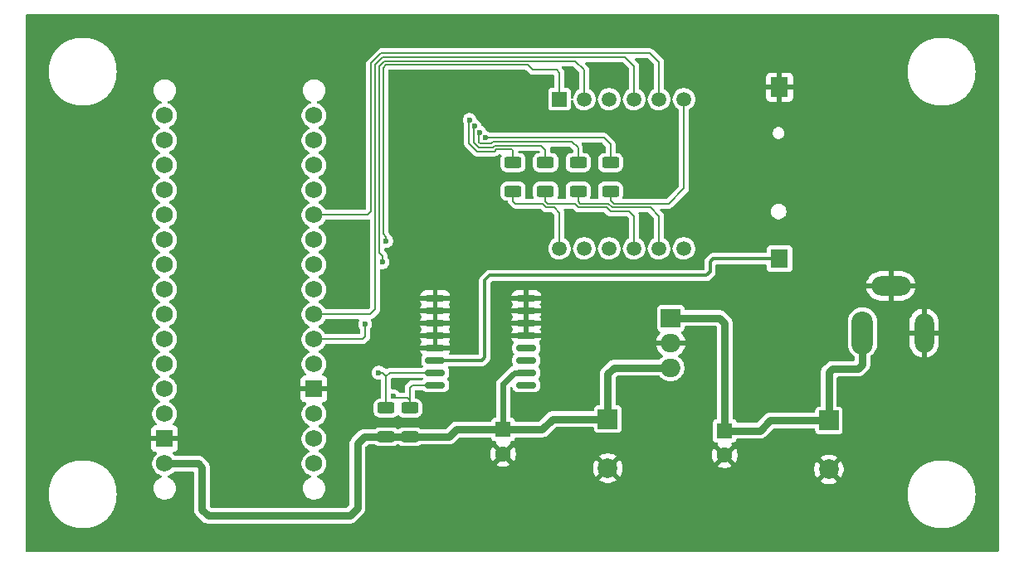
<source format=gbr>
%TF.GenerationSoftware,KiCad,Pcbnew,9.0.1*%
%TF.CreationDate,2025-06-17T23:00:35+08:00*%
%TF.ProjectId,EpochCounter,45706f63-6843-46f7-956e-7465722e6b69,rev?*%
%TF.SameCoordinates,Original*%
%TF.FileFunction,Copper,L1,Top*%
%TF.FilePolarity,Positive*%
%FSLAX46Y46*%
G04 Gerber Fmt 4.6, Leading zero omitted, Abs format (unit mm)*
G04 Created by KiCad (PCBNEW 9.0.1) date 2025-06-17 23:00:35*
%MOMM*%
%LPD*%
G01*
G04 APERTURE LIST*
G04 Aperture macros list*
%AMRoundRect*
0 Rectangle with rounded corners*
0 $1 Rounding radius*
0 $2 $3 $4 $5 $6 $7 $8 $9 X,Y pos of 4 corners*
0 Add a 4 corners polygon primitive as box body*
4,1,4,$2,$3,$4,$5,$6,$7,$8,$9,$2,$3,0*
0 Add four circle primitives for the rounded corners*
1,1,$1+$1,$2,$3*
1,1,$1+$1,$4,$5*
1,1,$1+$1,$6,$7*
1,1,$1+$1,$8,$9*
0 Add four rect primitives between the rounded corners*
20,1,$1+$1,$2,$3,$4,$5,0*
20,1,$1+$1,$4,$5,$6,$7,0*
20,1,$1+$1,$6,$7,$8,$9,0*
20,1,$1+$1,$8,$9,$2,$3,0*%
G04 Aperture macros list end*
%TA.AperFunction,Conductor*%
%ADD10C,1.200000*%
%TD*%
%TA.AperFunction,SMDPad,CuDef*%
%ADD11R,1.791400X1.990600*%
%TD*%
%TA.AperFunction,SMDPad,CuDef*%
%ADD12R,1.797400X1.914400*%
%TD*%
%TA.AperFunction,ComponentPad*%
%ADD13R,2.000000X2.000000*%
%TD*%
%TA.AperFunction,ComponentPad*%
%ADD14C,2.000000*%
%TD*%
%TA.AperFunction,ComponentPad*%
%ADD15R,1.600000X1.600000*%
%TD*%
%TA.AperFunction,ComponentPad*%
%ADD16C,1.600000*%
%TD*%
%TA.AperFunction,SMDPad,CuDef*%
%ADD17RoundRect,0.250000X-0.625000X0.312500X-0.625000X-0.312500X0.625000X-0.312500X0.625000X0.312500X0*%
%TD*%
%TA.AperFunction,ComponentPad*%
%ADD18R,2.000000X1.905000*%
%TD*%
%TA.AperFunction,ComponentPad*%
%ADD19O,2.000000X1.905000*%
%TD*%
%TA.AperFunction,SMDPad,CuDef*%
%ADD20RoundRect,0.250000X0.625000X-0.312500X0.625000X0.312500X-0.625000X0.312500X-0.625000X-0.312500X0*%
%TD*%
%TA.AperFunction,SMDPad,CuDef*%
%ADD21RoundRect,0.150000X0.875000X0.150000X-0.875000X0.150000X-0.875000X-0.150000X0.875000X-0.150000X0*%
%TD*%
%TA.AperFunction,ComponentPad*%
%ADD22C,1.727200*%
%TD*%
%TA.AperFunction,ComponentPad*%
%ADD23R,1.727200X1.727200*%
%TD*%
%TA.AperFunction,ComponentPad*%
%ADD24O,2.200000X4.400000*%
%TD*%
%TA.AperFunction,ComponentPad*%
%ADD25O,2.000000X4.000000*%
%TD*%
%TA.AperFunction,ComponentPad*%
%ADD26O,4.000000X2.000000*%
%TD*%
%TA.AperFunction,ComponentPad*%
%ADD27R,1.500000X1.500000*%
%TD*%
%TA.AperFunction,ComponentPad*%
%ADD28C,1.500000*%
%TD*%
%TA.AperFunction,ViaPad*%
%ADD29C,0.600000*%
%TD*%
%TA.AperFunction,Conductor*%
%ADD30C,0.800000*%
%TD*%
%TA.AperFunction,Conductor*%
%ADD31C,0.350000*%
%TD*%
%TA.AperFunction,Conductor*%
%ADD32C,0.200000*%
%TD*%
%TA.AperFunction,Conductor*%
%ADD33C,0.600000*%
%TD*%
G04 APERTURE END LIST*
D10*
%TO.N,GND*%
X194564000Y-124460000D02*
G75*
G02*
X186436000Y-124460000I-4064000J0D01*
G01*
X186436000Y-124460000D02*
G75*
G02*
X194564000Y-124460000I4064000J0D01*
G01*
X106934000Y-81280000D02*
G75*
G02*
X98806000Y-81280000I-4064000J0D01*
G01*
X98806000Y-81280000D02*
G75*
G02*
X106934000Y-81280000I4064000J0D01*
G01*
X106934000Y-124460000D02*
G75*
G02*
X98806000Y-124460000I-4064000J0D01*
G01*
X98806000Y-124460000D02*
G75*
G02*
X106934000Y-124460000I4064000J0D01*
G01*
X194564000Y-81280000D02*
G75*
G02*
X186436000Y-81280000I-4064000J0D01*
G01*
X186436000Y-81280000D02*
G75*
G02*
X194564000Y-81280000I4064000J0D01*
G01*
%TD*%
D11*
%TO.P,BT1,N*%
%TO.N,GND*%
X173964600Y-82872700D03*
D12*
%TO.P,BT1,P*%
%TO.N,Net-(U2-VBAT)*%
X173974300Y-100394000D03*
%TD*%
D13*
%TO.P,C4,1*%
%TO.N,+5V*%
X156440000Y-116782323D03*
D14*
%TO.P,C4,2*%
%TO.N,GND*%
X156440000Y-121782323D03*
%TD*%
D15*
%TO.P,C1,1*%
%TO.N,Net-(U3-IN)*%
X168378000Y-117967621D03*
D16*
%TO.P,C1,2*%
%TO.N,GND*%
X168378000Y-120467621D03*
%TD*%
D17*
%TO.P,R6,1*%
%TO.N,Net-(A1-D12_MISO)*%
X146788000Y-90575000D03*
%TO.P,R6,2*%
%TO.N,Net-(U1-CC1)*%
X146788000Y-93500000D03*
%TD*%
D13*
%TO.P,C3,1*%
%TO.N,Net-(U3-IN)*%
X179003000Y-116909323D03*
D14*
%TO.P,C3,2*%
%TO.N,GND*%
X179003000Y-121909323D03*
%TD*%
D18*
%TO.P,U3,1,IN*%
%TO.N,Net-(U3-IN)*%
X162861000Y-106450000D03*
D19*
%TO.P,U3,2,GND*%
%TO.N,GND*%
X162861000Y-108990000D03*
%TO.P,U3,3,OUT*%
%TO.N,+5V*%
X162861000Y-111530000D03*
%TD*%
D20*
%TO.P,R1,1*%
%TO.N,+5V*%
X136247000Y-118580500D03*
%TO.P,R1,2*%
%TO.N,Net-(A1-A5{slash}SCL)*%
X136247000Y-115655500D03*
%TD*%
D21*
%TO.P,U2,1,32KHZ*%
%TO.N,unconnected-(U2-32KHZ-Pad1)*%
X148136000Y-113308000D03*
%TO.P,U2,2,VCC*%
%TO.N,+5V*%
X148136000Y-112038000D03*
%TO.P,U2,3,~{INT}/SQW*%
%TO.N,unconnected-(U2-~{INT}{slash}SQW-Pad3)*%
X148136000Y-110768000D03*
%TO.P,U2,4,~{RST}*%
%TO.N,unconnected-(U2-~{RST}-Pad4)*%
X148136000Y-109498000D03*
%TO.P,U2,5,GND*%
%TO.N,GND*%
X148136000Y-108228000D03*
%TO.P,U2,6,GND*%
X148136000Y-106958000D03*
%TO.P,U2,7,GND*%
X148136000Y-105688000D03*
%TO.P,U2,8,GND*%
X148136000Y-104418000D03*
%TO.P,U2,9,GND*%
X138836000Y-104418000D03*
%TO.P,U2,10,GND*%
X138836000Y-105688000D03*
%TO.P,U2,11,GND*%
X138836000Y-106958000D03*
%TO.P,U2,12,GND*%
X138836000Y-108228000D03*
%TO.P,U2,13,GND*%
X138836000Y-109498000D03*
%TO.P,U2,14,VBAT*%
%TO.N,Net-(U2-VBAT)*%
X138836000Y-110768000D03*
%TO.P,U2,15,SDA*%
%TO.N,Net-(A1-A4{slash}SDA)*%
X138836000Y-112038000D03*
%TO.P,U2,16,SCL*%
%TO.N,Net-(A1-A5{slash}SCL)*%
X138836000Y-113308000D03*
%TD*%
D17*
%TO.P,R5,1*%
%TO.N,Net-(A1-D11_MOSI)*%
X150098000Y-90575000D03*
%TO.P,R5,2*%
%TO.N,Net-(U1-CC2)*%
X150098000Y-93500000D03*
%TD*%
D22*
%TO.P,A1,3V3,3.3V*%
%TO.N,unconnected-(A1-3.3V-Pad3V3)*%
X111228000Y-88289000D03*
%TO.P,A1,5V,5V*%
%TO.N,unconnected-(A1-Pad5V)*%
X111228000Y-113689000D03*
%TO.P,A1,A0,A0*%
%TO.N,unconnected-(A1-PadA0)*%
X111228000Y-93369000D03*
%TO.P,A1,A1,A1*%
%TO.N,unconnected-(A1-PadA1)*%
X111228000Y-95909000D03*
%TO.P,A1,A2,A2*%
%TO.N,unconnected-(A1-PadA2)*%
X111228000Y-98449000D03*
%TO.P,A1,A3,A3*%
%TO.N,unconnected-(A1-PadA3)*%
X111228000Y-100989000D03*
%TO.P,A1,A4,A4/SDA*%
%TO.N,Net-(A1-A4{slash}SDA)*%
X111228000Y-103529000D03*
%TO.P,A1,A5,A5/SCL*%
%TO.N,Net-(A1-A5{slash}SCL)*%
X111228000Y-106069000D03*
%TO.P,A1,A6,A6*%
%TO.N,unconnected-(A1-PadA6)*%
X111228000Y-108609000D03*
%TO.P,A1,A7,A7*%
%TO.N,unconnected-(A1-PadA7)*%
X111228000Y-111149000D03*
%TO.P,A1,AREF,AREF*%
%TO.N,unconnected-(A1-PadAREF)*%
X111228000Y-90829000D03*
%TO.P,A1,D0,D0/RX*%
%TO.N,unconnected-(A1-D0{slash}RX-PadD0)*%
X126468000Y-118769000D03*
%TO.P,A1,D1,D1/TX*%
%TO.N,unconnected-(A1-D1{slash}TX-PadD1)*%
X126468000Y-121309000D03*
%TO.P,A1,D2,D2_INT0*%
%TO.N,Net-(A1-D2_INT0)*%
X126468000Y-111149000D03*
%TO.P,A1,D3,D3_INT1*%
%TO.N,Net-(A1-D3_INT1)*%
X126468000Y-108609000D03*
%TO.P,A1,D4,D4*%
%TO.N,Net-(U1-c)*%
X126468000Y-106069000D03*
%TO.P,A1,D5,D5*%
%TO.N,Net-(U1-d)*%
X126468000Y-103529000D03*
%TO.P,A1,D6,D6*%
%TO.N,Net-(U1-e)*%
X126468000Y-100989000D03*
%TO.P,A1,D7,D7*%
%TO.N,Net-(U1-f)*%
X126468000Y-98449000D03*
%TO.P,A1,D8,D8*%
%TO.N,Net-(U1-g)*%
X126468000Y-95909000D03*
%TO.P,A1,D9,D9*%
%TO.N,Net-(A1-PadD9)*%
X126468000Y-93369000D03*
%TO.P,A1,D10,D10*%
%TO.N,Net-(A1-PadD10)*%
X126468000Y-90829000D03*
%TO.P,A1,D11,D11_MOSI*%
%TO.N,Net-(A1-D11_MOSI)*%
X126468000Y-88289000D03*
%TO.P,A1,D12,D12_MISO*%
%TO.N,Net-(A1-D12_MISO)*%
X126468000Y-85749000D03*
%TO.P,A1,D13,D13_SCK*%
%TO.N,unconnected-(A1-D13_SCK-PadD13)*%
X111228000Y-85749000D03*
D23*
%TO.P,A1,GND1,GND*%
%TO.N,GND*%
X126468000Y-113689000D03*
%TO.P,A1,GND2,GND*%
X111228000Y-118769000D03*
D22*
%TO.P,A1,RST1,RESET*%
%TO.N,unconnected-(A1-RESET-PadRST1)*%
X126468000Y-116229000D03*
%TO.P,A1,RST2,RESET*%
%TO.N,unconnected-(A1-RESET-PadRST2)*%
X111228000Y-116229000D03*
%TO.P,A1,VIN,VIN*%
%TO.N,+5V*%
X111228000Y-121309000D03*
%TD*%
D20*
%TO.P,R2,1*%
%TO.N,+5V*%
X133834000Y-118580500D03*
%TO.P,R2,2*%
%TO.N,Net-(A1-A4{slash}SDA)*%
X133834000Y-115655500D03*
%TD*%
D17*
%TO.P,R3,1*%
%TO.N,Net-(A1-PadD9)*%
X156718000Y-90575000D03*
%TO.P,R3,2*%
%TO.N,Net-(U1-CC4)*%
X156718000Y-93500000D03*
%TD*%
D15*
%TO.P,C2,1*%
%TO.N,+5V*%
X145772000Y-117840621D03*
D16*
%TO.P,C2,2*%
%TO.N,GND*%
X145772000Y-120340621D03*
%TD*%
D17*
%TO.P,R4,1*%
%TO.N,Net-(A1-PadD10)*%
X153408000Y-90575000D03*
%TO.P,R4,2*%
%TO.N,Net-(U1-CC3)*%
X153408000Y-93500000D03*
%TD*%
D24*
%TO.P,J1,1*%
%TO.N,Net-(U3-IN)*%
X182426000Y-107965000D03*
D25*
%TO.P,J1,2*%
%TO.N,GND*%
X188726000Y-107965000D03*
D26*
%TO.P,J1,3*%
X185326000Y-103165000D03*
%TD*%
D27*
%TO.P,U1,1,e*%
%TO.N,Net-(U1-e)*%
X151511000Y-84102000D03*
D28*
%TO.P,U1,2,d*%
%TO.N,Net-(U1-d)*%
X154051000Y-84102000D03*
%TO.P,U1,3,DPX*%
%TO.N,unconnected-(U1-DPX-Pad3)*%
X156591000Y-84102000D03*
%TO.P,U1,4,c*%
%TO.N,Net-(U1-c)*%
X159131000Y-84102000D03*
%TO.P,U1,5,g*%
%TO.N,Net-(U1-g)*%
X161671000Y-84102000D03*
%TO.P,U1,6,CC4*%
%TO.N,Net-(U1-CC4)*%
X164211000Y-84102000D03*
%TO.P,U1,7,b*%
%TO.N,Net-(A1-D3_INT1)*%
X164211000Y-99342000D03*
%TO.P,U1,8,CC3*%
%TO.N,Net-(U1-CC3)*%
X161671000Y-99342000D03*
%TO.P,U1,9,CC2*%
%TO.N,Net-(U1-CC2)*%
X159131000Y-99342000D03*
%TO.P,U1,10,f*%
%TO.N,Net-(U1-f)*%
X156591000Y-99342000D03*
%TO.P,U1,11,a*%
%TO.N,Net-(A1-D2_INT0)*%
X154051000Y-99342000D03*
%TO.P,U1,12,CC1*%
%TO.N,Net-(U1-CC1)*%
X151511000Y-99342000D03*
%TD*%
D29*
%TO.N,Net-(A1-PadD10)*%
X143359000Y-87469313D03*
%TO.N,GND*%
X129540000Y-92075000D03*
X129540000Y-86995000D03*
X157861000Y-100330000D03*
X129540000Y-104775000D03*
X160401000Y-81280000D03*
X135890000Y-99695000D03*
X151765000Y-89789000D03*
X155321000Y-100330000D03*
X148590000Y-99695000D03*
X129540000Y-97155000D03*
X162941000Y-100330000D03*
X129540000Y-109982000D03*
X155194000Y-81280000D03*
X123190000Y-104775000D03*
X129540000Y-89535000D03*
X152781000Y-100330000D03*
X129540000Y-107315000D03*
X129540000Y-102235000D03*
X129540000Y-99695000D03*
X135255000Y-113157000D03*
X160401000Y-100330000D03*
X160401000Y-97790000D03*
X114300000Y-104775000D03*
X148463000Y-89789000D03*
X152781000Y-81280000D03*
X155067000Y-89789000D03*
X153670000Y-96520000D03*
X157480000Y-81280000D03*
X157861000Y-97790000D03*
%TO.N,Net-(A1-A4{slash}SDA)*%
X133072000Y-112038000D03*
%TO.N,Net-(U1-d)*%
X133453000Y-100735000D03*
%TO.N,Net-(A1-PadD9)*%
X143924687Y-88035000D03*
%TO.N,Net-(U1-e)*%
X133834000Y-98576000D03*
%TO.N,Net-(A1-D3_INT1)*%
X131675000Y-107085000D03*
%TO.N,Net-(A1-A5{slash}SCL)*%
X134596000Y-114451000D03*
%TO.N,Net-(A1-D12_MISO)*%
X142343000Y-86199313D03*
%TO.N,Net-(A1-D11_MOSI)*%
X142851000Y-86834313D03*
%TD*%
D30*
%TO.N,Net-(U3-IN)*%
X181991000Y-111633000D02*
X182426000Y-111198000D01*
X179003000Y-111954000D02*
X179324000Y-111633000D01*
X179324000Y-111633000D02*
X181991000Y-111633000D01*
X179003000Y-116909323D02*
X179003000Y-111954000D01*
X182426000Y-111198000D02*
X182426000Y-107965000D01*
D31*
%TO.N,Net-(U2-VBAT)*%
X167195000Y-100394000D02*
X173974300Y-100394000D01*
X166878000Y-101727000D02*
X166878000Y-100711000D01*
X166497000Y-102108000D02*
X166878000Y-101727000D01*
X166878000Y-100711000D02*
X167195000Y-100394000D01*
X144399000Y-102108000D02*
X166497000Y-102108000D01*
X143613000Y-110768000D02*
X143891000Y-110490000D01*
X143891000Y-110490000D02*
X143891000Y-102616000D01*
X138836000Y-110768000D02*
X143613000Y-110768000D01*
X143891000Y-102616000D02*
X144399000Y-102108000D01*
D32*
%TO.N,Net-(A1-PadD10)*%
X153408000Y-89067000D02*
X152777000Y-88436000D01*
X143323687Y-87504626D02*
X143359000Y-87469313D01*
X143452000Y-88636000D02*
X143323687Y-88507687D01*
X153392000Y-90559000D02*
X153408000Y-90575000D01*
X144736000Y-88436000D02*
X144536000Y-88636000D01*
X153408000Y-90575000D02*
X153408000Y-89067000D01*
X144536000Y-88636000D02*
X143452000Y-88636000D01*
X143323687Y-88507687D02*
X143323687Y-87504626D01*
X152777000Y-88436000D02*
X144736000Y-88436000D01*
D30*
%TO.N,+5V*%
X145772000Y-117840621D02*
X149748379Y-117840621D01*
X149748379Y-117840621D02*
X150806677Y-116782323D01*
X114657000Y-121309000D02*
X115038000Y-121690000D01*
X115673000Y-126643000D02*
X130151000Y-126643000D01*
D33*
X146915000Y-112038000D02*
X145772000Y-113181000D01*
D30*
X156440000Y-112165000D02*
X156440000Y-116782323D01*
X130913000Y-119277000D02*
X131609500Y-118580500D01*
X162861000Y-111530000D02*
X157075000Y-111530000D01*
X150806677Y-116782323D02*
X156440000Y-116782323D01*
X145772000Y-117840621D02*
X140985379Y-117840621D01*
X136247000Y-118580500D02*
X133834000Y-118580500D01*
X130913000Y-125881000D02*
X130913000Y-119277000D01*
X157075000Y-111530000D02*
X156440000Y-112165000D01*
X131609500Y-118580500D02*
X133834000Y-118580500D01*
X111609000Y-121309000D02*
X114657000Y-121309000D01*
X140985379Y-117840621D02*
X140245500Y-118580500D01*
X115038000Y-121690000D02*
X115038000Y-126008000D01*
D33*
X145772000Y-113181000D02*
X145772000Y-117840621D01*
D30*
X115038000Y-126008000D02*
X115673000Y-126643000D01*
X140245500Y-118580500D02*
X136247000Y-118580500D01*
X130151000Y-126643000D02*
X130913000Y-125881000D01*
D33*
X148136000Y-112038000D02*
X146915000Y-112038000D01*
D32*
%TO.N,Net-(A1-A4{slash}SDA)*%
X134215000Y-112038000D02*
X133834000Y-112419000D01*
X133453000Y-112038000D02*
X133834000Y-112419000D01*
X133072000Y-112038000D02*
X133453000Y-112038000D01*
X133834000Y-112419000D02*
X133834000Y-115655500D01*
X138836000Y-112038000D02*
X134215000Y-112038000D01*
%TO.N,Net-(U1-g)*%
X132310000Y-95528000D02*
X132310000Y-80423800D01*
X160758000Y-79399000D02*
X161671000Y-80312000D01*
X126849000Y-95909000D02*
X131929000Y-95909000D01*
X132310000Y-80423800D02*
X133334800Y-79399000D01*
X161671000Y-80312000D02*
X161671000Y-84102000D01*
X133334800Y-79399000D02*
X160758000Y-79399000D01*
X131929000Y-95909000D02*
X132310000Y-95528000D01*
%TO.N,Net-(U1-d)*%
X133112000Y-99759000D02*
X133453000Y-100100000D01*
X153138000Y-80201000D02*
X133667000Y-80201000D01*
X154051000Y-81114000D02*
X153138000Y-80201000D01*
X133112000Y-80756000D02*
X133112000Y-99759000D01*
X154051000Y-84102000D02*
X154051000Y-81114000D01*
X133667000Y-80201000D02*
X133112000Y-80756000D01*
X133453000Y-100100000D02*
X133453000Y-100735000D01*
%TO.N,Net-(A1-PadD9)*%
X156718000Y-88694000D02*
X156718000Y-90575000D01*
X143924687Y-88035000D02*
X156059000Y-88035000D01*
X156694000Y-90551000D02*
X156718000Y-90575000D01*
X143924687Y-87965687D02*
X143994000Y-88035000D01*
X156059000Y-88035000D02*
X156718000Y-88694000D01*
%TO.N,Net-(U1-c)*%
X159131000Y-80713000D02*
X158218000Y-79800000D01*
X133500900Y-79800000D02*
X132711000Y-80589900D01*
X132183000Y-106069000D02*
X126849000Y-106069000D01*
X132711000Y-105541000D02*
X132183000Y-106069000D01*
X159131000Y-84102000D02*
X159131000Y-80713000D01*
X132711000Y-80589900D02*
X132711000Y-105541000D01*
X158218000Y-79800000D02*
X133500900Y-79800000D01*
%TO.N,Net-(U1-e)*%
X148312000Y-80602000D02*
X133833100Y-80602000D01*
X148820000Y-81110000D02*
X148312000Y-80602000D01*
X151511000Y-84102000D02*
X151511000Y-81388000D01*
X133833100Y-80602000D02*
X133513000Y-80922100D01*
X133513000Y-97874000D02*
X133834000Y-98195000D01*
X151511000Y-81388000D02*
X151233000Y-81110000D01*
X133834000Y-98195000D02*
X133834000Y-98576000D01*
X151233000Y-81110000D02*
X148820000Y-81110000D01*
X133513000Y-80922100D02*
X133513000Y-82955000D01*
X133513000Y-82955000D02*
X133513000Y-97874000D01*
%TO.N,Net-(A1-D3_INT1)*%
X131421000Y-108609000D02*
X126849000Y-108609000D01*
X131675000Y-108355000D02*
X131421000Y-108609000D01*
X131675000Y-107085000D02*
X131675000Y-108355000D01*
%TO.N,Net-(A1-A5{slash}SCL)*%
X134723000Y-114578000D02*
X135993000Y-114578000D01*
X136501000Y-113308000D02*
X136247000Y-113562000D01*
X136247000Y-113562000D02*
X136247000Y-114705000D01*
X138836000Y-113308000D02*
X136501000Y-113308000D01*
X136247000Y-114705000D02*
X136247000Y-115655500D01*
X134596000Y-114451000D02*
X134723000Y-114578000D01*
X135993000Y-114578000D02*
X136247000Y-114832000D01*
%TO.N,Net-(A1-D12_MISO)*%
X145068200Y-89238000D02*
X144868200Y-89438000D01*
X146788000Y-89365000D02*
X146661000Y-89238000D01*
X144868200Y-89438000D02*
X143119800Y-89438000D01*
X143119800Y-89438000D02*
X142250000Y-88568200D01*
X142250000Y-86292313D02*
X142343000Y-86199313D01*
X142250000Y-88568200D02*
X142250000Y-86292313D01*
X146661000Y-89238000D02*
X145068200Y-89238000D01*
X146788000Y-90575000D02*
X146788000Y-89365000D01*
%TO.N,Net-(A1-D11_MOSI)*%
X149622000Y-88837000D02*
X150098000Y-89313000D01*
X142758000Y-88509100D02*
X143285900Y-89037000D01*
X150098000Y-89313000D02*
X150098000Y-90575000D01*
X144702100Y-89037000D02*
X144902100Y-88837000D01*
X144902100Y-88837000D02*
X149622000Y-88837000D01*
X142851000Y-86834313D02*
X142758000Y-86927313D01*
X150090000Y-90567000D02*
X150098000Y-90575000D01*
X143285900Y-89037000D02*
X144702100Y-89037000D01*
X142758000Y-86927313D02*
X142758000Y-88509100D01*
D30*
%TO.N,Net-(U3-IN)*%
X173031677Y-116909323D02*
X179003000Y-116909323D01*
X171973379Y-117967621D02*
X173031677Y-116909323D01*
X167870000Y-106450000D02*
X168378000Y-106958000D01*
X162861000Y-106450000D02*
X167870000Y-106450000D01*
X168378000Y-106958000D02*
X168378000Y-117967621D01*
X168378000Y-117967621D02*
X171973379Y-117967621D01*
D32*
%TO.N,Net-(U1-CC4)*%
X162663000Y-94766000D02*
X164211000Y-93218000D01*
X157075000Y-94766000D02*
X162663000Y-94766000D01*
X156718000Y-94409000D02*
X157075000Y-94766000D01*
X164211000Y-93218000D02*
X164211000Y-84102000D01*
X156718000Y-93500000D02*
X156718000Y-94409000D01*
%TO.N,Net-(U1-CC3)*%
X156507900Y-94766000D02*
X156908900Y-95167000D01*
X156908900Y-95167000D02*
X160778000Y-95167000D01*
X153408000Y-94528000D02*
X153646000Y-94766000D01*
X160778000Y-95167000D02*
X161671000Y-96060000D01*
X153408000Y-93500000D02*
X153408000Y-94528000D01*
X153646000Y-94766000D02*
X156507900Y-94766000D01*
X161671000Y-96060000D02*
X161671000Y-99342000D01*
%TO.N,Net-(U1-CC2)*%
X156341800Y-95167000D02*
X156742800Y-95568000D01*
X150344000Y-94766000D02*
X153078900Y-94766000D01*
X150098000Y-93500000D02*
X150098000Y-94520000D01*
X156742800Y-95568000D02*
X158639000Y-95568000D01*
X150098000Y-94520000D02*
X150344000Y-94766000D01*
X153078900Y-94766000D02*
X153479900Y-95167000D01*
X159131000Y-96060000D02*
X159131000Y-99342000D01*
X153479900Y-95167000D02*
X156341800Y-95167000D01*
X158639000Y-95568000D02*
X159131000Y-96060000D01*
%TO.N,Net-(U1-CC1)*%
X146788000Y-94512000D02*
X147042000Y-94766000D01*
X149776900Y-94766000D02*
X150177900Y-95167000D01*
X150999000Y-95167000D02*
X151511000Y-95679000D01*
X150177900Y-95167000D02*
X150999000Y-95167000D01*
X147042000Y-94766000D02*
X149776900Y-94766000D01*
X146788000Y-93500000D02*
X146788000Y-94512000D01*
X151511000Y-95679000D02*
X151511000Y-99342000D01*
%TD*%
%TA.AperFunction,Conductor*%
%TO.N,GND*%
G36*
X131012566Y-106589185D02*
G01*
X131058321Y-106641989D01*
X131068265Y-106711147D01*
X131056353Y-106747476D01*
X131056556Y-106747560D01*
X131055454Y-106750220D01*
X131054886Y-106751953D01*
X131054221Y-106753196D01*
X131001421Y-106880667D01*
X131001418Y-106880677D01*
X130974500Y-107016004D01*
X130974500Y-107016007D01*
X130974500Y-107153993D01*
X130974500Y-107153995D01*
X130974499Y-107153995D01*
X131001418Y-107289322D01*
X131001421Y-107289332D01*
X131054221Y-107416804D01*
X131054228Y-107416817D01*
X131130885Y-107531541D01*
X131138177Y-107538833D01*
X131171665Y-107600155D01*
X131174500Y-107626518D01*
X131174500Y-107984500D01*
X131154815Y-108051539D01*
X131102011Y-108097294D01*
X131050500Y-108108500D01*
X127707703Y-108108500D01*
X127640664Y-108088815D01*
X127597218Y-108040795D01*
X127568762Y-107984948D01*
X127549155Y-107946467D01*
X127481926Y-107853933D01*
X127432207Y-107785500D01*
X127432203Y-107785495D01*
X127291504Y-107644796D01*
X127291499Y-107644792D01*
X127130536Y-107527847D01*
X127130535Y-107527846D01*
X127130533Y-107527845D01*
X126976743Y-107449484D01*
X126925948Y-107401510D01*
X126909153Y-107333689D01*
X126931691Y-107267554D01*
X126976744Y-107228515D01*
X127130533Y-107150155D01*
X127291506Y-107033202D01*
X127432202Y-106892506D01*
X127549155Y-106731533D01*
X127597218Y-106637204D01*
X127645193Y-106586409D01*
X127707703Y-106569500D01*
X130945527Y-106569500D01*
X131012566Y-106589185D01*
G37*
%TD.AperFunction*%
%TA.AperFunction,Conductor*%
G36*
X132124255Y-96395215D02*
G01*
X132182118Y-96434377D01*
X132209623Y-96498605D01*
X132210500Y-96513327D01*
X132210500Y-105282324D01*
X132201855Y-105311764D01*
X132195332Y-105341751D01*
X132191577Y-105346766D01*
X132190815Y-105349363D01*
X132174181Y-105370005D01*
X132012005Y-105532181D01*
X131950682Y-105565666D01*
X131924324Y-105568500D01*
X127707703Y-105568500D01*
X127640664Y-105548815D01*
X127597218Y-105500795D01*
X127584129Y-105475107D01*
X127549155Y-105406467D01*
X127505780Y-105346766D01*
X127432207Y-105245500D01*
X127432203Y-105245495D01*
X127291504Y-105104796D01*
X127291499Y-105104792D01*
X127130536Y-104987847D01*
X127130535Y-104987846D01*
X127130533Y-104987845D01*
X126976743Y-104909484D01*
X126925948Y-104861510D01*
X126909153Y-104793689D01*
X126931691Y-104727554D01*
X126976744Y-104688515D01*
X127130533Y-104610155D01*
X127291506Y-104493202D01*
X127432202Y-104352506D01*
X127549155Y-104191533D01*
X127639488Y-104014246D01*
X127700974Y-103825011D01*
X127712805Y-103750314D01*
X127732100Y-103628492D01*
X127732100Y-103429507D01*
X127700974Y-103232988D01*
X127686176Y-103187447D01*
X127639488Y-103043754D01*
X127549155Y-102866467D01*
X127510856Y-102813752D01*
X127432207Y-102705500D01*
X127432203Y-102705495D01*
X127291504Y-102564796D01*
X127291499Y-102564792D01*
X127130536Y-102447847D01*
X127130535Y-102447846D01*
X127130533Y-102447845D01*
X126976743Y-102369484D01*
X126925948Y-102321510D01*
X126909153Y-102253689D01*
X126931691Y-102187554D01*
X126976744Y-102148515D01*
X127130533Y-102070155D01*
X127291506Y-101953202D01*
X127432202Y-101812506D01*
X127549155Y-101651533D01*
X127639488Y-101474246D01*
X127700974Y-101285011D01*
X127701908Y-101279111D01*
X127732100Y-101088492D01*
X127732100Y-100889507D01*
X127700974Y-100692988D01*
X127682208Y-100635234D01*
X127639488Y-100503754D01*
X127549155Y-100326467D01*
X127452536Y-100193481D01*
X127432207Y-100165500D01*
X127432203Y-100165495D01*
X127291504Y-100024796D01*
X127291499Y-100024792D01*
X127130536Y-99907847D01*
X127130535Y-99907846D01*
X127130533Y-99907845D01*
X126976743Y-99829484D01*
X126925948Y-99781510D01*
X126909153Y-99713689D01*
X126931691Y-99647554D01*
X126976744Y-99608515D01*
X127130533Y-99530155D01*
X127291506Y-99413202D01*
X127432202Y-99272506D01*
X127549155Y-99111533D01*
X127639488Y-98934246D01*
X127700974Y-98745011D01*
X127716815Y-98644995D01*
X127732100Y-98548492D01*
X127732100Y-98349507D01*
X127700974Y-98152988D01*
X127651854Y-98001814D01*
X127639488Y-97963754D01*
X127549155Y-97786467D01*
X127462130Y-97666686D01*
X127432207Y-97625500D01*
X127432203Y-97625495D01*
X127291504Y-97484796D01*
X127291499Y-97484792D01*
X127130536Y-97367847D01*
X127130535Y-97367846D01*
X127130533Y-97367845D01*
X126976743Y-97289484D01*
X126925948Y-97241510D01*
X126909153Y-97173689D01*
X126931691Y-97107554D01*
X126976744Y-97068515D01*
X127130533Y-96990155D01*
X127291506Y-96873202D01*
X127432202Y-96732506D01*
X127549155Y-96571533D01*
X127597218Y-96477204D01*
X127645193Y-96426409D01*
X127707703Y-96409500D01*
X131994888Y-96409500D01*
X131994892Y-96409500D01*
X132054410Y-96393552D01*
X132124255Y-96395215D01*
G37*
%TD.AperFunction*%
%TA.AperFunction,Conductor*%
G36*
X152887263Y-95286185D02*
G01*
X152907905Y-95302819D01*
X153079400Y-95474314D01*
X153172586Y-95567500D01*
X153286714Y-95633392D01*
X153414008Y-95667500D01*
X156083124Y-95667500D01*
X156150163Y-95687185D01*
X156170805Y-95703819D01*
X156342300Y-95875314D01*
X156435486Y-95968500D01*
X156549614Y-96034392D01*
X156676908Y-96068500D01*
X158380324Y-96068500D01*
X158409764Y-96077144D01*
X158439751Y-96083668D01*
X158444766Y-96087422D01*
X158447363Y-96088185D01*
X158468005Y-96104819D01*
X158594181Y-96230995D01*
X158627666Y-96292318D01*
X158630500Y-96318676D01*
X158630500Y-98229792D01*
X158610815Y-98296831D01*
X158562798Y-98340275D01*
X158528004Y-98358004D01*
X158381505Y-98464441D01*
X158381500Y-98464445D01*
X158253445Y-98592500D01*
X158253441Y-98592505D01*
X158147006Y-98739002D01*
X158064788Y-98900360D01*
X158064787Y-98900363D01*
X158008829Y-99072589D01*
X157983473Y-99232678D01*
X157953544Y-99295813D01*
X157894232Y-99332744D01*
X157824369Y-99331746D01*
X157766137Y-99293136D01*
X157738527Y-99232678D01*
X157719339Y-99111536D01*
X157713171Y-99072591D01*
X157685191Y-98986476D01*
X157657212Y-98900363D01*
X157657211Y-98900360D01*
X157628740Y-98844484D01*
X157574996Y-98739006D01*
X157561396Y-98720287D01*
X157468558Y-98592505D01*
X157468554Y-98592500D01*
X157340499Y-98464445D01*
X157340494Y-98464441D01*
X157193997Y-98358006D01*
X157193996Y-98358005D01*
X157193994Y-98358004D01*
X157142300Y-98331664D01*
X157032639Y-98275788D01*
X157032636Y-98275787D01*
X156860410Y-98219829D01*
X156681551Y-98191500D01*
X156681546Y-98191500D01*
X156500454Y-98191500D01*
X156500449Y-98191500D01*
X156321589Y-98219829D01*
X156149363Y-98275787D01*
X156149360Y-98275788D01*
X155988002Y-98358006D01*
X155841505Y-98464441D01*
X155841500Y-98464445D01*
X155713445Y-98592500D01*
X155713441Y-98592505D01*
X155607006Y-98739002D01*
X155524788Y-98900360D01*
X155524787Y-98900363D01*
X155468829Y-99072589D01*
X155443473Y-99232678D01*
X155413544Y-99295813D01*
X155354232Y-99332744D01*
X155284369Y-99331746D01*
X155226137Y-99293136D01*
X155198527Y-99232678D01*
X155179339Y-99111536D01*
X155173171Y-99072591D01*
X155145191Y-98986476D01*
X155117212Y-98900363D01*
X155117211Y-98900360D01*
X155088740Y-98844484D01*
X155034996Y-98739006D01*
X155021396Y-98720287D01*
X154928558Y-98592505D01*
X154928554Y-98592500D01*
X154800499Y-98464445D01*
X154800494Y-98464441D01*
X154653997Y-98358006D01*
X154653996Y-98358005D01*
X154653994Y-98358004D01*
X154602300Y-98331664D01*
X154492639Y-98275788D01*
X154492636Y-98275787D01*
X154320410Y-98219829D01*
X154141551Y-98191500D01*
X154141546Y-98191500D01*
X153960454Y-98191500D01*
X153960449Y-98191500D01*
X153781589Y-98219829D01*
X153609363Y-98275787D01*
X153609360Y-98275788D01*
X153448002Y-98358006D01*
X153301505Y-98464441D01*
X153301500Y-98464445D01*
X153173445Y-98592500D01*
X153173441Y-98592505D01*
X153067006Y-98739002D01*
X152984788Y-98900360D01*
X152984787Y-98900363D01*
X152928829Y-99072589D01*
X152903473Y-99232678D01*
X152873544Y-99295813D01*
X152814232Y-99332744D01*
X152744369Y-99331746D01*
X152686137Y-99293136D01*
X152658527Y-99232678D01*
X152639339Y-99111536D01*
X152633171Y-99072591D01*
X152605191Y-98986476D01*
X152577212Y-98900363D01*
X152577211Y-98900360D01*
X152548740Y-98844484D01*
X152494996Y-98739006D01*
X152481396Y-98720287D01*
X152388558Y-98592505D01*
X152388554Y-98592500D01*
X152260499Y-98464445D01*
X152260494Y-98464441D01*
X152113995Y-98358004D01*
X152079202Y-98340275D01*
X152028408Y-98292300D01*
X152011500Y-98229792D01*
X152011500Y-95613107D01*
X152007607Y-95598580D01*
X152007606Y-95598579D01*
X152006351Y-95593893D01*
X151977392Y-95485814D01*
X151952447Y-95442608D01*
X151952446Y-95442606D01*
X151948640Y-95431844D01*
X151947337Y-95407900D01*
X151941685Y-95384600D01*
X151945475Y-95373648D01*
X151944846Y-95362077D01*
X151956694Y-95341232D01*
X151964537Y-95318573D01*
X151973646Y-95311409D01*
X151979373Y-95301335D01*
X152000611Y-95290204D01*
X152019458Y-95275383D01*
X152034378Y-95272507D01*
X152041259Y-95268901D01*
X152049359Y-95269619D01*
X152065545Y-95266500D01*
X152820224Y-95266500D01*
X152887263Y-95286185D01*
G37*
%TD.AperFunction*%
%TA.AperFunction,Conductor*%
G36*
X160586363Y-95687185D02*
G01*
X160607005Y-95703819D01*
X161134181Y-96230995D01*
X161167666Y-96292318D01*
X161170500Y-96318676D01*
X161170500Y-98229792D01*
X161150815Y-98296831D01*
X161102798Y-98340275D01*
X161068004Y-98358004D01*
X160921505Y-98464441D01*
X160921500Y-98464445D01*
X160793445Y-98592500D01*
X160793441Y-98592505D01*
X160687006Y-98739002D01*
X160604788Y-98900360D01*
X160604787Y-98900363D01*
X160548829Y-99072589D01*
X160523473Y-99232678D01*
X160493544Y-99295813D01*
X160434232Y-99332744D01*
X160364369Y-99331746D01*
X160306137Y-99293136D01*
X160278527Y-99232678D01*
X160259339Y-99111536D01*
X160253171Y-99072591D01*
X160225191Y-98986476D01*
X160197212Y-98900363D01*
X160197211Y-98900360D01*
X160168740Y-98844484D01*
X160114996Y-98739006D01*
X160101396Y-98720287D01*
X160008558Y-98592505D01*
X160008554Y-98592500D01*
X159880499Y-98464445D01*
X159880494Y-98464441D01*
X159733995Y-98358004D01*
X159699202Y-98340275D01*
X159648408Y-98292300D01*
X159631500Y-98229792D01*
X159631500Y-95994109D01*
X159631500Y-95994108D01*
X159624638Y-95968500D01*
X159597392Y-95866814D01*
X159583234Y-95842292D01*
X159579218Y-95829993D01*
X159578541Y-95807486D01*
X159573232Y-95785601D01*
X159577512Y-95773234D01*
X159577119Y-95760155D01*
X159588719Y-95740853D01*
X159596084Y-95719574D01*
X159606369Y-95711485D01*
X159613111Y-95700268D01*
X159633306Y-95690301D01*
X159651005Y-95676383D01*
X159668243Y-95673060D01*
X159675766Y-95669348D01*
X159683160Y-95670185D01*
X159697092Y-95667500D01*
X160519324Y-95667500D01*
X160586363Y-95687185D01*
G37*
%TD.AperFunction*%
%TA.AperFunction,Conductor*%
G36*
X158026363Y-80320185D02*
G01*
X158047005Y-80336819D01*
X158594181Y-80883995D01*
X158627666Y-80945318D01*
X158630500Y-80971676D01*
X158630500Y-82989792D01*
X158610815Y-83056831D01*
X158562798Y-83100275D01*
X158528004Y-83118004D01*
X158381505Y-83224441D01*
X158381500Y-83224445D01*
X158253445Y-83352500D01*
X158253441Y-83352505D01*
X158147006Y-83499002D01*
X158064788Y-83660360D01*
X158064787Y-83660363D01*
X158008829Y-83832589D01*
X157983473Y-83992678D01*
X157953544Y-84055813D01*
X157894232Y-84092744D01*
X157824369Y-84091746D01*
X157766137Y-84053136D01*
X157738527Y-83992678D01*
X157724740Y-83905639D01*
X157713171Y-83832591D01*
X157657211Y-83660361D01*
X157657211Y-83660360D01*
X157599900Y-83547883D01*
X157574996Y-83499006D01*
X157560031Y-83478409D01*
X157468558Y-83352505D01*
X157468554Y-83352500D01*
X157340499Y-83224445D01*
X157340494Y-83224441D01*
X157193997Y-83118006D01*
X157193996Y-83118005D01*
X157193994Y-83118004D01*
X157142300Y-83091664D01*
X157032639Y-83035788D01*
X157032636Y-83035787D01*
X156860410Y-82979829D01*
X156681551Y-82951500D01*
X156681546Y-82951500D01*
X156500454Y-82951500D01*
X156500449Y-82951500D01*
X156321589Y-82979829D01*
X156149363Y-83035787D01*
X156149360Y-83035788D01*
X155988002Y-83118006D01*
X155841505Y-83224441D01*
X155841500Y-83224445D01*
X155713445Y-83352500D01*
X155713441Y-83352505D01*
X155607006Y-83499002D01*
X155524788Y-83660360D01*
X155524787Y-83660363D01*
X155468829Y-83832589D01*
X155443473Y-83992678D01*
X155413544Y-84055813D01*
X155354232Y-84092744D01*
X155284369Y-84091746D01*
X155226137Y-84053136D01*
X155198527Y-83992678D01*
X155184740Y-83905639D01*
X155173171Y-83832591D01*
X155117211Y-83660361D01*
X155117211Y-83660360D01*
X155059900Y-83547883D01*
X155034996Y-83499006D01*
X155020031Y-83478409D01*
X154928558Y-83352505D01*
X154928554Y-83352500D01*
X154800499Y-83224445D01*
X154800494Y-83224441D01*
X154653995Y-83118004D01*
X154619202Y-83100275D01*
X154568408Y-83052300D01*
X154551500Y-82989792D01*
X154551500Y-81048110D01*
X154551500Y-81048108D01*
X154517392Y-80920814D01*
X154451500Y-80806686D01*
X154358314Y-80713500D01*
X154156995Y-80512181D01*
X154123510Y-80450858D01*
X154128494Y-80381166D01*
X154170366Y-80325233D01*
X154235830Y-80300816D01*
X154244676Y-80300500D01*
X157959324Y-80300500D01*
X158026363Y-80320185D01*
G37*
%TD.AperFunction*%
%TA.AperFunction,Conductor*%
G36*
X160566363Y-79919185D02*
G01*
X160587005Y-79935819D01*
X161134181Y-80482995D01*
X161167666Y-80544318D01*
X161170500Y-80570676D01*
X161170500Y-82989792D01*
X161150815Y-83056831D01*
X161102798Y-83100275D01*
X161068004Y-83118004D01*
X160921505Y-83224441D01*
X160921500Y-83224445D01*
X160793445Y-83352500D01*
X160793441Y-83352505D01*
X160687006Y-83499002D01*
X160604788Y-83660360D01*
X160604787Y-83660363D01*
X160548829Y-83832589D01*
X160523473Y-83992678D01*
X160493544Y-84055813D01*
X160434232Y-84092744D01*
X160364369Y-84091746D01*
X160306137Y-84053136D01*
X160278527Y-83992678D01*
X160264740Y-83905639D01*
X160253171Y-83832591D01*
X160197211Y-83660361D01*
X160197211Y-83660360D01*
X160139900Y-83547883D01*
X160114996Y-83499006D01*
X160100031Y-83478409D01*
X160008558Y-83352505D01*
X160008554Y-83352500D01*
X159880499Y-83224445D01*
X159880494Y-83224441D01*
X159733995Y-83118004D01*
X159699202Y-83100275D01*
X159648408Y-83052300D01*
X159631500Y-82989792D01*
X159631500Y-80647110D01*
X159631500Y-80647108D01*
X159597392Y-80519814D01*
X159531500Y-80405686D01*
X159438314Y-80312500D01*
X159236995Y-80111181D01*
X159203510Y-80049858D01*
X159208494Y-79980166D01*
X159250366Y-79924233D01*
X159315830Y-79899816D01*
X159324676Y-79899500D01*
X160499324Y-79899500D01*
X160566363Y-79919185D01*
G37*
%TD.AperFunction*%
%TA.AperFunction,Conductor*%
G36*
X152946363Y-80721185D02*
G01*
X152967005Y-80737819D01*
X153514181Y-81284995D01*
X153547666Y-81346318D01*
X153550500Y-81372676D01*
X153550500Y-82989792D01*
X153530815Y-83056831D01*
X153482798Y-83100275D01*
X153448004Y-83118004D01*
X153301505Y-83224441D01*
X153301500Y-83224445D01*
X153173445Y-83352500D01*
X153173441Y-83352505D01*
X153067006Y-83499002D01*
X152984788Y-83660360D01*
X152984787Y-83660363D01*
X152928829Y-83832589D01*
X152907972Y-83964271D01*
X152878042Y-84027405D01*
X152818731Y-84064336D01*
X152748868Y-84063338D01*
X152690636Y-84024728D01*
X152662522Y-83960764D01*
X152661499Y-83944872D01*
X152661499Y-83320482D01*
X152658183Y-83299546D01*
X152646646Y-83226696D01*
X152589050Y-83113658D01*
X152589046Y-83113654D01*
X152589045Y-83113652D01*
X152499347Y-83023954D01*
X152499344Y-83023952D01*
X152499342Y-83023950D01*
X152412750Y-82979829D01*
X152386301Y-82966352D01*
X152292524Y-82951500D01*
X152292519Y-82951500D01*
X152135500Y-82951500D01*
X152068461Y-82931815D01*
X152022706Y-82879011D01*
X152011500Y-82827500D01*
X152011500Y-81322110D01*
X152011500Y-81322108D01*
X151977392Y-81194814D01*
X151911500Y-81080686D01*
X151818314Y-80987500D01*
X151743995Y-80913181D01*
X151710510Y-80851858D01*
X151715494Y-80782166D01*
X151757366Y-80726233D01*
X151822830Y-80701816D01*
X151831676Y-80701500D01*
X152879324Y-80701500D01*
X152946363Y-80721185D01*
G37*
%TD.AperFunction*%
%TA.AperFunction,Conductor*%
G36*
X137541359Y-112558185D02*
G01*
X137560799Y-112576214D01*
X137562085Y-112574929D01*
X137572478Y-112585323D01*
X137576776Y-112593195D01*
X137583964Y-112598562D01*
X137593259Y-112623386D01*
X137605960Y-112646648D01*
X137605319Y-112655593D01*
X137608466Y-112663995D01*
X137602864Y-112689904D01*
X137600973Y-112716339D01*
X137595207Y-112725321D01*
X137593702Y-112732287D01*
X137572753Y-112760307D01*
X137572587Y-112760568D01*
X137568121Y-112765045D01*
X137568078Y-112765078D01*
X137568044Y-112765122D01*
X137562114Y-112771068D01*
X137538664Y-112783911D01*
X137517198Y-112799851D01*
X137505875Y-112801870D01*
X137500834Y-112804632D01*
X137493345Y-112804106D01*
X137474320Y-112807500D01*
X136435107Y-112807500D01*
X136307812Y-112841608D01*
X136193686Y-112907500D01*
X136193683Y-112907502D01*
X136100500Y-113000686D01*
X136100497Y-113000687D01*
X135922253Y-113178930D01*
X135922244Y-113178942D01*
X135846500Y-113254686D01*
X135780608Y-113368812D01*
X135746500Y-113496108D01*
X135746500Y-113953500D01*
X135726815Y-114020539D01*
X135674011Y-114066294D01*
X135622500Y-114077500D01*
X135255199Y-114077500D01*
X135188160Y-114057815D01*
X135152097Y-114022391D01*
X135140114Y-114004458D01*
X135140111Y-114004454D01*
X135042545Y-113906888D01*
X135042541Y-113906885D01*
X134927817Y-113830228D01*
X134927804Y-113830221D01*
X134800332Y-113777421D01*
X134800322Y-113777418D01*
X134664995Y-113750500D01*
X134664993Y-113750500D01*
X134527007Y-113750500D01*
X134482690Y-113759315D01*
X134413099Y-113753087D01*
X134357922Y-113710223D01*
X134334678Y-113644333D01*
X134334500Y-113637697D01*
X134334500Y-112677676D01*
X134343144Y-112648235D01*
X134349668Y-112618249D01*
X134353422Y-112613233D01*
X134354185Y-112610637D01*
X134370819Y-112589995D01*
X134385995Y-112574819D01*
X134447318Y-112541334D01*
X134473676Y-112538500D01*
X137474320Y-112538500D01*
X137541359Y-112558185D01*
G37*
%TD.AperFunction*%
%TA.AperFunction,Conductor*%
G36*
X196292539Y-75450185D02*
G01*
X196338294Y-75502989D01*
X196349500Y-75554500D01*
X196349500Y-130185500D01*
X196329815Y-130252539D01*
X196277011Y-130298294D01*
X196225500Y-130309500D01*
X97144500Y-130309500D01*
X97077461Y-130289815D01*
X97031706Y-130237011D01*
X97020500Y-130185500D01*
X97020500Y-124273195D01*
X99067500Y-124273195D01*
X99067500Y-124302919D01*
X99067500Y-124646805D01*
X99075355Y-124726554D01*
X99104119Y-125018615D01*
X99177006Y-125385040D01*
X99285461Y-125742570D01*
X99320571Y-125827332D01*
X99428063Y-126086842D01*
X99428436Y-126087741D01*
X99428438Y-126087746D01*
X99604546Y-126417221D01*
X99604557Y-126417239D01*
X99812123Y-126727883D01*
X100049139Y-127016688D01*
X100313311Y-127280860D01*
X100602116Y-127517876D01*
X100602122Y-127517880D01*
X100912767Y-127725447D01*
X100912776Y-127725452D01*
X100912778Y-127725453D01*
X101242253Y-127901561D01*
X101242255Y-127901561D01*
X101242261Y-127901565D01*
X101587431Y-128044539D01*
X101944954Y-128152992D01*
X102311384Y-128225880D01*
X102683195Y-128262500D01*
X102683198Y-128262500D01*
X103056802Y-128262500D01*
X103056805Y-128262500D01*
X103428616Y-128225880D01*
X103795046Y-128152992D01*
X104152569Y-128044539D01*
X104497739Y-127901565D01*
X104827233Y-127725447D01*
X105137878Y-127517880D01*
X105426683Y-127280865D01*
X105690865Y-127016683D01*
X105903374Y-126757738D01*
X105927876Y-126727883D01*
X105927876Y-126727882D01*
X105927880Y-126727878D01*
X106135447Y-126417233D01*
X106311565Y-126087739D01*
X106454539Y-125742569D01*
X106562992Y-125385046D01*
X106635880Y-125018616D01*
X106672500Y-124646805D01*
X106672500Y-124273195D01*
X106635880Y-123901384D01*
X106562992Y-123534954D01*
X106454539Y-123177431D01*
X106311565Y-122832261D01*
X106264874Y-122744909D01*
X106135453Y-122502778D01*
X106135452Y-122502776D01*
X106135447Y-122502767D01*
X105927880Y-122192122D01*
X105927876Y-122192116D01*
X105690860Y-121903311D01*
X105426688Y-121639139D01*
X105137883Y-121402123D01*
X104827239Y-121194557D01*
X104827238Y-121194556D01*
X104827233Y-121194553D01*
X104827228Y-121194550D01*
X104827221Y-121194546D01*
X104497746Y-121018438D01*
X104497741Y-121018436D01*
X104484588Y-121012988D01*
X104372724Y-120966652D01*
X104152570Y-120875461D01*
X103795040Y-120767006D01*
X103428614Y-120694119D01*
X103428615Y-120694119D01*
X103148583Y-120666539D01*
X103056805Y-120657500D01*
X102683195Y-120657500D01*
X102598394Y-120665852D01*
X102311384Y-120694119D01*
X101944959Y-120767006D01*
X101587429Y-120875461D01*
X101242258Y-121018436D01*
X101242253Y-121018438D01*
X100912778Y-121194546D01*
X100912760Y-121194557D01*
X100602116Y-121402123D01*
X100313311Y-121639139D01*
X100049139Y-121903311D01*
X99812123Y-122192116D01*
X99604557Y-122502760D01*
X99604546Y-122502778D01*
X99428438Y-122832253D01*
X99428436Y-122832258D01*
X99285461Y-123177429D01*
X99177006Y-123534959D01*
X99104119Y-123901384D01*
X99082745Y-124118409D01*
X99067500Y-124273195D01*
X97020500Y-124273195D01*
X97020500Y-117857555D01*
X109864400Y-117857555D01*
X109864400Y-118519000D01*
X110785749Y-118519000D01*
X110754619Y-118572919D01*
X110720000Y-118702120D01*
X110720000Y-118835880D01*
X110754619Y-118965081D01*
X110785749Y-119019000D01*
X109864400Y-119019000D01*
X109864400Y-119680444D01*
X109870801Y-119739972D01*
X109870803Y-119739979D01*
X109921045Y-119874686D01*
X109921049Y-119874693D01*
X110007209Y-119989787D01*
X110007212Y-119989790D01*
X110122306Y-120075950D01*
X110122313Y-120075954D01*
X110257020Y-120126196D01*
X110257027Y-120126198D01*
X110316555Y-120132599D01*
X110316572Y-120132600D01*
X110317330Y-120132600D01*
X110317498Y-120132649D01*
X110319879Y-120132777D01*
X110319869Y-120132955D01*
X110319875Y-120132956D01*
X110319863Y-120133059D01*
X110319848Y-120133339D01*
X110384369Y-120152285D01*
X110430124Y-120205089D01*
X110440068Y-120274247D01*
X110411043Y-120337803D01*
X110405011Y-120344281D01*
X110263796Y-120485495D01*
X110263792Y-120485500D01*
X110146847Y-120646463D01*
X110056513Y-120823751D01*
X109995025Y-121012988D01*
X109963900Y-121209507D01*
X109963900Y-121408492D01*
X109995025Y-121605011D01*
X110031250Y-121716497D01*
X110052638Y-121782324D01*
X110056513Y-121794248D01*
X110146847Y-121971536D01*
X110263792Y-122132499D01*
X110263796Y-122132504D01*
X110404495Y-122273203D01*
X110404500Y-122273207D01*
X110521381Y-122358125D01*
X110565467Y-122390155D01*
X110742754Y-122480488D01*
X110866797Y-122520792D01*
X110924471Y-122560228D01*
X110951670Y-122624587D01*
X110939756Y-122693433D01*
X110892512Y-122744909D01*
X110866797Y-122756653D01*
X110786360Y-122782789D01*
X110625002Y-122865006D01*
X110478505Y-122971441D01*
X110478500Y-122971445D01*
X110350445Y-123099500D01*
X110350441Y-123099505D01*
X110244006Y-123246002D01*
X110161788Y-123407360D01*
X110161787Y-123407363D01*
X110105829Y-123579589D01*
X110077500Y-123758448D01*
X110077500Y-123939551D01*
X110105829Y-124118410D01*
X110161787Y-124290636D01*
X110161788Y-124290639D01*
X110244006Y-124451997D01*
X110350441Y-124598494D01*
X110350445Y-124598499D01*
X110478500Y-124726554D01*
X110478505Y-124726558D01*
X110606287Y-124819396D01*
X110625006Y-124832996D01*
X110730484Y-124886740D01*
X110786360Y-124915211D01*
X110786363Y-124915212D01*
X110872476Y-124943191D01*
X110958591Y-124971171D01*
X111041429Y-124984291D01*
X111137449Y-124999500D01*
X111137454Y-124999500D01*
X111318551Y-124999500D01*
X111405259Y-124985765D01*
X111497409Y-124971171D01*
X111669639Y-124915211D01*
X111830994Y-124832996D01*
X111977501Y-124726553D01*
X112105553Y-124598501D01*
X112211996Y-124451994D01*
X112294211Y-124290639D01*
X112350171Y-124118409D01*
X112370393Y-123990731D01*
X112378500Y-123939551D01*
X112378500Y-123758448D01*
X112362019Y-123654397D01*
X112350171Y-123579591D01*
X112322191Y-123493476D01*
X112294212Y-123407363D01*
X112294211Y-123407360D01*
X112265740Y-123351484D01*
X112211996Y-123246006D01*
X112158537Y-123172425D01*
X112105558Y-123099505D01*
X112105554Y-123099500D01*
X111977499Y-122971445D01*
X111977494Y-122971441D01*
X111830997Y-122865006D01*
X111830996Y-122865005D01*
X111830994Y-122865004D01*
X111669639Y-122782789D01*
X111656214Y-122778427D01*
X111589202Y-122756653D01*
X111531527Y-122717215D01*
X111504329Y-122652856D01*
X111516244Y-122584010D01*
X111563488Y-122532534D01*
X111589196Y-122520794D01*
X111713246Y-122480488D01*
X111890533Y-122390155D01*
X112051506Y-122273202D01*
X112178889Y-122145819D01*
X112240212Y-122112334D01*
X112266570Y-122109500D01*
X114113500Y-122109500D01*
X114180539Y-122129185D01*
X114226294Y-122181989D01*
X114237500Y-122233500D01*
X114237500Y-126086846D01*
X114268261Y-126241489D01*
X114268264Y-126241501D01*
X114328602Y-126387172D01*
X114328609Y-126387185D01*
X114416210Y-126518288D01*
X114416213Y-126518292D01*
X115162707Y-127264786D01*
X115162711Y-127264789D01*
X115293814Y-127352390D01*
X115293818Y-127352392D01*
X115293821Y-127352394D01*
X115439503Y-127412738D01*
X115594153Y-127443499D01*
X115594157Y-127443500D01*
X115594158Y-127443500D01*
X130229844Y-127443500D01*
X130229845Y-127443499D01*
X130384497Y-127412737D01*
X130530179Y-127352394D01*
X130661289Y-127264789D01*
X131534789Y-126391289D01*
X131622394Y-126260179D01*
X131682738Y-126114497D01*
X131713500Y-125959842D01*
X131713500Y-125802157D01*
X131713500Y-124273195D01*
X186697500Y-124273195D01*
X186697500Y-124302919D01*
X186697500Y-124646805D01*
X186705355Y-124726554D01*
X186734119Y-125018615D01*
X186807006Y-125385040D01*
X186915461Y-125742570D01*
X186950571Y-125827332D01*
X187058063Y-126086842D01*
X187058436Y-126087741D01*
X187058438Y-126087746D01*
X187234546Y-126417221D01*
X187234557Y-126417239D01*
X187442123Y-126727883D01*
X187679139Y-127016688D01*
X187943311Y-127280860D01*
X188232116Y-127517876D01*
X188232122Y-127517880D01*
X188542767Y-127725447D01*
X188542776Y-127725452D01*
X188542778Y-127725453D01*
X188872253Y-127901561D01*
X188872255Y-127901561D01*
X188872261Y-127901565D01*
X189217431Y-128044539D01*
X189574954Y-128152992D01*
X189941384Y-128225880D01*
X190313195Y-128262500D01*
X190313198Y-128262500D01*
X190686802Y-128262500D01*
X190686805Y-128262500D01*
X191058616Y-128225880D01*
X191425046Y-128152992D01*
X191782569Y-128044539D01*
X192127739Y-127901565D01*
X192457233Y-127725447D01*
X192767878Y-127517880D01*
X193056683Y-127280865D01*
X193320865Y-127016683D01*
X193533374Y-126757738D01*
X193557876Y-126727883D01*
X193557876Y-126727882D01*
X193557880Y-126727878D01*
X193765447Y-126417233D01*
X193941565Y-126087739D01*
X194084539Y-125742569D01*
X194192992Y-125385046D01*
X194265880Y-125018616D01*
X194302500Y-124646805D01*
X194302500Y-124273195D01*
X194265880Y-123901384D01*
X194192992Y-123534954D01*
X194084539Y-123177431D01*
X193941565Y-122832261D01*
X193894874Y-122744909D01*
X193765453Y-122502778D01*
X193765452Y-122502776D01*
X193765447Y-122502767D01*
X193557880Y-122192122D01*
X193557876Y-122192116D01*
X193320860Y-121903311D01*
X193056688Y-121639139D01*
X192767883Y-121402123D01*
X192457239Y-121194557D01*
X192457238Y-121194556D01*
X192457233Y-121194553D01*
X192457228Y-121194550D01*
X192457221Y-121194546D01*
X192127746Y-121018438D01*
X192127741Y-121018436D01*
X192114588Y-121012988D01*
X192002724Y-120966652D01*
X191782570Y-120875461D01*
X191425040Y-120767006D01*
X191058614Y-120694119D01*
X191058615Y-120694119D01*
X190778583Y-120666539D01*
X190686805Y-120657500D01*
X190313195Y-120657500D01*
X190228394Y-120665852D01*
X189941384Y-120694119D01*
X189574959Y-120767006D01*
X189217429Y-120875461D01*
X188872258Y-121018436D01*
X188872253Y-121018438D01*
X188542778Y-121194546D01*
X188542760Y-121194557D01*
X188232116Y-121402123D01*
X187943311Y-121639139D01*
X187679139Y-121903311D01*
X187442123Y-122192116D01*
X187234557Y-122502760D01*
X187234546Y-122502778D01*
X187058438Y-122832253D01*
X187058436Y-122832258D01*
X186915461Y-123177429D01*
X186807006Y-123534959D01*
X186734119Y-123901384D01*
X186712745Y-124118409D01*
X186697500Y-124273195D01*
X131713500Y-124273195D01*
X131713500Y-121664270D01*
X154940000Y-121664270D01*
X154940000Y-121900375D01*
X154976934Y-122133570D01*
X155049897Y-122358125D01*
X155157087Y-122568497D01*
X155217338Y-122651427D01*
X155217340Y-122651428D01*
X155957037Y-121911731D01*
X155974075Y-121975316D01*
X156039901Y-122089330D01*
X156132993Y-122182422D01*
X156247007Y-122248248D01*
X156310590Y-122265285D01*
X155570893Y-123004981D01*
X155653828Y-123065237D01*
X155864197Y-123172425D01*
X156088752Y-123245388D01*
X156088751Y-123245388D01*
X156321948Y-123282323D01*
X156558052Y-123282323D01*
X156791247Y-123245388D01*
X157015802Y-123172425D01*
X157226163Y-123065241D01*
X157226169Y-123065237D01*
X157309105Y-123004981D01*
X156569408Y-122265285D01*
X156632993Y-122248248D01*
X156747007Y-122182422D01*
X156840099Y-122089330D01*
X156905925Y-121975316D01*
X156922962Y-121911732D01*
X157662658Y-122651428D01*
X157662658Y-122651427D01*
X157722914Y-122568492D01*
X157722918Y-122568486D01*
X157830102Y-122358125D01*
X157903065Y-122133570D01*
X157940000Y-121900375D01*
X157940000Y-121791270D01*
X177503000Y-121791270D01*
X177503000Y-122027375D01*
X177539934Y-122260570D01*
X177612897Y-122485125D01*
X177720087Y-122695497D01*
X177780338Y-122778427D01*
X177780340Y-122778428D01*
X178520037Y-122038731D01*
X178537075Y-122102316D01*
X178602901Y-122216330D01*
X178695993Y-122309422D01*
X178810007Y-122375248D01*
X178873590Y-122392285D01*
X178133893Y-123131981D01*
X178216828Y-123192237D01*
X178427197Y-123299425D01*
X178651752Y-123372388D01*
X178651751Y-123372388D01*
X178884948Y-123409323D01*
X179121052Y-123409323D01*
X179354247Y-123372388D01*
X179578802Y-123299425D01*
X179789163Y-123192241D01*
X179789169Y-123192237D01*
X179872104Y-123131981D01*
X179872105Y-123131981D01*
X179132408Y-122392285D01*
X179195993Y-122375248D01*
X179310007Y-122309422D01*
X179403099Y-122216330D01*
X179468925Y-122102316D01*
X179485962Y-122038731D01*
X180225658Y-122778428D01*
X180225658Y-122778427D01*
X180285914Y-122695492D01*
X180285918Y-122695486D01*
X180393102Y-122485125D01*
X180466065Y-122260570D01*
X180503000Y-122027375D01*
X180503000Y-121791270D01*
X180466065Y-121558075D01*
X180393102Y-121333520D01*
X180285914Y-121123151D01*
X180225658Y-121040217D01*
X180225658Y-121040216D01*
X179485962Y-121779913D01*
X179468925Y-121716330D01*
X179403099Y-121602316D01*
X179310007Y-121509224D01*
X179195993Y-121443398D01*
X179132409Y-121426360D01*
X179872105Y-120686663D01*
X179872104Y-120686661D01*
X179789174Y-120626410D01*
X179578802Y-120519220D01*
X179354247Y-120446257D01*
X179354248Y-120446257D01*
X179121052Y-120409323D01*
X178884948Y-120409323D01*
X178651752Y-120446257D01*
X178427197Y-120519220D01*
X178216830Y-120626407D01*
X178133894Y-120686663D01*
X178873591Y-121426360D01*
X178810007Y-121443398D01*
X178695993Y-121509224D01*
X178602901Y-121602316D01*
X178537075Y-121716330D01*
X178520037Y-121779913D01*
X177780340Y-121040217D01*
X177720084Y-121123153D01*
X177612897Y-121333520D01*
X177539934Y-121558075D01*
X177503000Y-121791270D01*
X157940000Y-121791270D01*
X157940000Y-121664269D01*
X157917029Y-121519233D01*
X157903065Y-121431075D01*
X157830102Y-121206520D01*
X157722914Y-120996151D01*
X157662658Y-120913217D01*
X157662658Y-120913216D01*
X156922962Y-121652913D01*
X156905925Y-121589330D01*
X156840099Y-121475316D01*
X156747007Y-121382224D01*
X156632993Y-121316398D01*
X156569409Y-121299360D01*
X157309105Y-120559663D01*
X157309104Y-120559661D01*
X157226174Y-120499410D01*
X157170264Y-120470922D01*
X157015802Y-120392220D01*
X156791247Y-120319257D01*
X156791248Y-120319257D01*
X156558052Y-120282323D01*
X156321948Y-120282323D01*
X156088752Y-120319257D01*
X155864197Y-120392220D01*
X155653830Y-120499407D01*
X155570894Y-120559663D01*
X156310591Y-121299360D01*
X156247007Y-121316398D01*
X156132993Y-121382224D01*
X156039901Y-121475316D01*
X155974075Y-121589330D01*
X155957037Y-121652914D01*
X155217340Y-120913217D01*
X155157084Y-120996153D01*
X155049897Y-121206520D01*
X154976934Y-121431075D01*
X154940000Y-121664270D01*
X131713500Y-121664270D01*
X131713500Y-119659940D01*
X131722144Y-119630499D01*
X131728668Y-119600513D01*
X131732422Y-119595497D01*
X131733185Y-119592901D01*
X131749819Y-119572259D01*
X131904759Y-119417319D01*
X131966082Y-119383834D01*
X131992440Y-119381000D01*
X132725900Y-119381000D01*
X132792939Y-119400685D01*
X132801901Y-119407021D01*
X132807136Y-119411082D01*
X132864940Y-119445266D01*
X132948602Y-119494744D01*
X132990224Y-119506836D01*
X133106426Y-119540597D01*
X133106429Y-119540597D01*
X133106431Y-119540598D01*
X133143306Y-119543500D01*
X133143314Y-119543500D01*
X134524686Y-119543500D01*
X134524694Y-119543500D01*
X134561569Y-119540598D01*
X134561571Y-119540597D01*
X134561573Y-119540597D01*
X134603191Y-119528505D01*
X134719398Y-119494744D01*
X134860865Y-119411081D01*
X134860867Y-119411078D01*
X134866099Y-119407021D01*
X134887669Y-119398552D01*
X134907165Y-119386023D01*
X134926754Y-119383206D01*
X134931136Y-119381486D01*
X134942100Y-119381000D01*
X135138900Y-119381000D01*
X135205939Y-119400685D01*
X135214901Y-119407021D01*
X135220136Y-119411082D01*
X135277940Y-119445266D01*
X135361602Y-119494744D01*
X135403224Y-119506836D01*
X135519426Y-119540597D01*
X135519429Y-119540597D01*
X135519431Y-119540598D01*
X135556306Y-119543500D01*
X135556314Y-119543500D01*
X136937686Y-119543500D01*
X136937694Y-119543500D01*
X136974569Y-119540598D01*
X136974571Y-119540597D01*
X136974573Y-119540597D01*
X137016191Y-119528505D01*
X137132398Y-119494744D01*
X137273865Y-119411081D01*
X137273867Y-119411078D01*
X137279099Y-119407021D01*
X137344136Y-119381486D01*
X137355100Y-119381000D01*
X140324344Y-119381000D01*
X140324345Y-119380999D01*
X140478997Y-119350237D01*
X140624679Y-119289894D01*
X140755789Y-119202289D01*
X141280638Y-118677440D01*
X141341961Y-118643955D01*
X141368319Y-118641121D01*
X144460681Y-118641121D01*
X144527720Y-118660806D01*
X144573475Y-118713610D01*
X144583154Y-118745724D01*
X144586352Y-118765920D01*
X144586352Y-118765921D01*
X144586353Y-118765924D01*
X144586354Y-118765925D01*
X144643950Y-118878963D01*
X144643952Y-118878965D01*
X144643954Y-118878968D01*
X144733652Y-118968666D01*
X144733654Y-118968667D01*
X144733658Y-118968671D01*
X144832434Y-119019000D01*
X144846698Y-119026268D01*
X144940474Y-119041120D01*
X144940475Y-119041120D01*
X144940481Y-119041121D01*
X144967279Y-119041120D01*
X145034316Y-119060802D01*
X145080073Y-119113605D01*
X145090018Y-119182763D01*
X145060996Y-119246320D01*
X145046173Y-119259924D01*
X145046077Y-119261145D01*
X145725554Y-119940621D01*
X145719339Y-119940621D01*
X145617606Y-119967880D01*
X145526394Y-120020541D01*
X145451920Y-120095015D01*
X145399259Y-120186227D01*
X145372000Y-120287960D01*
X145372000Y-120294174D01*
X144692524Y-119614698D01*
X144692523Y-119614698D01*
X144660143Y-119659265D01*
X144567244Y-119841589D01*
X144504009Y-120036203D01*
X144472000Y-120238303D01*
X144472000Y-120442938D01*
X144504009Y-120645038D01*
X144567244Y-120839652D01*
X144660141Y-121021971D01*
X144660147Y-121021980D01*
X144692523Y-121066542D01*
X144692524Y-121066543D01*
X145372000Y-120387067D01*
X145372000Y-120393282D01*
X145399259Y-120495015D01*
X145451920Y-120586227D01*
X145526394Y-120660701D01*
X145617606Y-120713362D01*
X145719339Y-120740621D01*
X145725553Y-120740621D01*
X145046076Y-121420095D01*
X145090650Y-121452480D01*
X145272968Y-121545376D01*
X145467582Y-121608611D01*
X145669683Y-121640621D01*
X145874317Y-121640621D01*
X146076417Y-121608611D01*
X146271031Y-121545376D01*
X146453349Y-121452480D01*
X146497921Y-121420095D01*
X145818447Y-120740621D01*
X145824661Y-120740621D01*
X145926394Y-120713362D01*
X146017606Y-120660701D01*
X146092080Y-120586227D01*
X146144741Y-120495015D01*
X146172000Y-120393282D01*
X146172000Y-120387069D01*
X146851474Y-121066543D01*
X146851474Y-121066542D01*
X146883859Y-121021970D01*
X146976755Y-120839652D01*
X147039989Y-120645039D01*
X147049100Y-120587523D01*
X147049100Y-120587522D01*
X147072000Y-120442938D01*
X147072000Y-120238303D01*
X147039990Y-120036203D01*
X146976755Y-119841589D01*
X146883859Y-119659271D01*
X146851474Y-119614698D01*
X146851474Y-119614697D01*
X146172000Y-120294172D01*
X146172000Y-120287960D01*
X146144741Y-120186227D01*
X146092080Y-120095015D01*
X146017606Y-120020541D01*
X145926394Y-119967880D01*
X145824661Y-119940621D01*
X145818446Y-119940621D01*
X146497922Y-119261145D01*
X146497626Y-119257390D01*
X146461166Y-119210109D01*
X146455187Y-119140495D01*
X146487792Y-119078700D01*
X146548631Y-119044343D01*
X146576716Y-119041120D01*
X146603518Y-119041120D01*
X146697304Y-119026267D01*
X146810342Y-118968671D01*
X146900050Y-118878963D01*
X146957646Y-118765925D01*
X146960845Y-118745723D01*
X146990774Y-118682589D01*
X147050085Y-118645658D01*
X147083319Y-118641121D01*
X149827223Y-118641121D01*
X149827224Y-118641120D01*
X149981876Y-118610358D01*
X150127558Y-118550015D01*
X150258668Y-118462410D01*
X151101936Y-117619142D01*
X151163259Y-117585657D01*
X151189617Y-117582823D01*
X154915501Y-117582823D01*
X154982540Y-117602508D01*
X155028295Y-117655312D01*
X155039501Y-117706823D01*
X155039501Y-117813841D01*
X155054354Y-117907627D01*
X155111950Y-118020665D01*
X155111952Y-118020667D01*
X155111954Y-118020670D01*
X155201652Y-118110368D01*
X155201654Y-118110369D01*
X155201658Y-118110373D01*
X155314694Y-118167968D01*
X155314698Y-118167970D01*
X155408475Y-118182822D01*
X155408481Y-118182823D01*
X157471518Y-118182822D01*
X157565304Y-118167969D01*
X157678342Y-118110373D01*
X157768050Y-118020665D01*
X157825646Y-117907627D01*
X157825646Y-117907625D01*
X157825647Y-117907624D01*
X157840499Y-117813847D01*
X157840500Y-117813842D01*
X157840499Y-115750805D01*
X157825646Y-115657019D01*
X157768050Y-115543981D01*
X157768046Y-115543977D01*
X157768045Y-115543975D01*
X157678347Y-115454277D01*
X157678344Y-115454275D01*
X157678342Y-115454273D01*
X157601517Y-115415128D01*
X157565301Y-115396675D01*
X157471524Y-115381823D01*
X157471519Y-115381823D01*
X157364500Y-115381823D01*
X157297461Y-115362138D01*
X157251706Y-115309334D01*
X157240500Y-115257823D01*
X157240500Y-112547940D01*
X157249144Y-112518499D01*
X157255668Y-112488513D01*
X157259422Y-112483497D01*
X157260185Y-112480901D01*
X157276819Y-112460259D01*
X157370259Y-112366819D01*
X157431582Y-112333334D01*
X157457940Y-112330500D01*
X161659515Y-112330500D01*
X161726554Y-112350185D01*
X161759832Y-112381613D01*
X161775179Y-112402737D01*
X161781489Y-112411421D01*
X161932079Y-112562011D01*
X162104373Y-112687190D01*
X162164894Y-112718027D01*
X162294127Y-112783875D01*
X162294130Y-112783876D01*
X162343297Y-112799851D01*
X162496672Y-112849685D01*
X162594092Y-112865114D01*
X162707012Y-112883000D01*
X162707017Y-112883000D01*
X163014988Y-112883000D01*
X163116958Y-112866848D01*
X163225328Y-112849685D01*
X163427872Y-112783875D01*
X163617627Y-112687190D01*
X163789921Y-112562011D01*
X163940511Y-112411421D01*
X164065690Y-112239127D01*
X164162375Y-112049372D01*
X164228185Y-111846828D01*
X164248193Y-111720503D01*
X164261500Y-111636488D01*
X164261500Y-111423511D01*
X164238270Y-111276846D01*
X164228185Y-111213172D01*
X164175025Y-111049561D01*
X164162376Y-111010630D01*
X164162375Y-111010627D01*
X164077152Y-110843369D01*
X164065690Y-110820873D01*
X163940511Y-110648579D01*
X163789921Y-110497989D01*
X163685070Y-110421810D01*
X163642406Y-110366481D01*
X163636427Y-110296867D01*
X163669033Y-110235072D01*
X163685072Y-110221175D01*
X163854736Y-110097907D01*
X163854742Y-110097902D01*
X164016402Y-109936242D01*
X164150788Y-109751276D01*
X164254582Y-109547570D01*
X164325234Y-109330128D01*
X164339509Y-109240000D01*
X163351748Y-109240000D01*
X163373518Y-109202292D01*
X163411000Y-109062409D01*
X163411000Y-108917591D01*
X163373518Y-108777708D01*
X163351748Y-108740000D01*
X164339509Y-108740000D01*
X164325234Y-108649871D01*
X164254582Y-108432429D01*
X164150788Y-108228723D01*
X164016402Y-108043757D01*
X163957593Y-107984948D01*
X163924108Y-107923625D01*
X163929092Y-107853933D01*
X163970964Y-107798000D01*
X163988970Y-107786787D01*
X164099342Y-107730550D01*
X164189050Y-107640842D01*
X164246646Y-107527804D01*
X164246646Y-107527802D01*
X164246647Y-107527801D01*
X164261500Y-107434024D01*
X164261500Y-107374500D01*
X164281185Y-107307461D01*
X164333989Y-107261706D01*
X164385500Y-107250500D01*
X167453500Y-107250500D01*
X167520539Y-107270185D01*
X167566294Y-107322989D01*
X167577500Y-107374500D01*
X167577500Y-116656302D01*
X167557815Y-116723341D01*
X167505011Y-116769096D01*
X167472897Y-116778775D01*
X167452700Y-116781973D01*
X167452699Y-116781973D01*
X167412859Y-116802273D01*
X167339658Y-116839571D01*
X167339657Y-116839572D01*
X167339652Y-116839575D01*
X167249954Y-116929273D01*
X167249951Y-116929278D01*
X167192352Y-117042319D01*
X167177500Y-117136096D01*
X167177500Y-118799138D01*
X167188292Y-118867278D01*
X167192354Y-118892925D01*
X167249950Y-119005963D01*
X167249952Y-119005965D01*
X167249954Y-119005968D01*
X167339652Y-119095666D01*
X167339654Y-119095667D01*
X167339658Y-119095671D01*
X167427630Y-119140495D01*
X167452698Y-119153268D01*
X167546474Y-119168120D01*
X167546475Y-119168120D01*
X167546481Y-119168121D01*
X167573279Y-119168120D01*
X167640316Y-119187802D01*
X167686073Y-119240605D01*
X167696018Y-119309763D01*
X167666996Y-119373320D01*
X167652173Y-119386924D01*
X167652077Y-119388145D01*
X168331554Y-120067621D01*
X168325339Y-120067621D01*
X168223606Y-120094880D01*
X168132394Y-120147541D01*
X168057920Y-120222015D01*
X168005259Y-120313227D01*
X167978000Y-120414960D01*
X167978000Y-120421174D01*
X167298524Y-119741698D01*
X167298523Y-119741698D01*
X167266143Y-119786265D01*
X167173244Y-119968589D01*
X167110009Y-120163203D01*
X167078000Y-120365303D01*
X167078000Y-120569938D01*
X167110009Y-120772038D01*
X167173244Y-120966652D01*
X167266141Y-121148971D01*
X167266147Y-121148980D01*
X167298523Y-121193542D01*
X167298524Y-121193543D01*
X167978000Y-120514067D01*
X167978000Y-120520282D01*
X168005259Y-120622015D01*
X168057920Y-120713227D01*
X168132394Y-120787701D01*
X168223606Y-120840362D01*
X168325339Y-120867621D01*
X168331553Y-120867621D01*
X167652076Y-121547095D01*
X167696650Y-121579480D01*
X167878968Y-121672376D01*
X168073582Y-121735611D01*
X168275683Y-121767621D01*
X168480317Y-121767621D01*
X168682417Y-121735611D01*
X168877031Y-121672376D01*
X169059349Y-121579480D01*
X169103921Y-121547095D01*
X168424447Y-120867621D01*
X168430661Y-120867621D01*
X168532394Y-120840362D01*
X168623606Y-120787701D01*
X168698080Y-120713227D01*
X168750741Y-120622015D01*
X168778000Y-120520282D01*
X168778000Y-120514069D01*
X169457474Y-121193543D01*
X169457474Y-121193542D01*
X169489859Y-121148970D01*
X169582755Y-120966652D01*
X169645989Y-120772039D01*
X169655100Y-120714523D01*
X169655100Y-120714522D01*
X169678000Y-120569938D01*
X169678000Y-120365303D01*
X169645990Y-120163203D01*
X169582755Y-119968589D01*
X169489859Y-119786271D01*
X169457474Y-119741698D01*
X169457474Y-119741697D01*
X168778000Y-120421172D01*
X168778000Y-120414960D01*
X168750741Y-120313227D01*
X168698080Y-120222015D01*
X168623606Y-120147541D01*
X168532394Y-120094880D01*
X168430661Y-120067621D01*
X168424446Y-120067621D01*
X169103922Y-119388145D01*
X169103626Y-119384390D01*
X169067166Y-119337109D01*
X169061187Y-119267495D01*
X169093792Y-119205700D01*
X169154631Y-119171343D01*
X169182716Y-119168120D01*
X169209518Y-119168120D01*
X169303304Y-119153267D01*
X169416342Y-119095671D01*
X169506050Y-119005963D01*
X169563646Y-118892925D01*
X169566845Y-118872723D01*
X169596774Y-118809589D01*
X169656085Y-118772658D01*
X169689319Y-118768121D01*
X172052223Y-118768121D01*
X172052224Y-118768120D01*
X172206876Y-118737358D01*
X172352558Y-118677015D01*
X172483668Y-118589410D01*
X173326936Y-117746142D01*
X173388259Y-117712657D01*
X173414617Y-117709823D01*
X177478501Y-117709823D01*
X177545540Y-117729508D01*
X177591295Y-117782312D01*
X177602501Y-117833823D01*
X177602501Y-117940841D01*
X177617354Y-118034627D01*
X177674950Y-118147665D01*
X177674952Y-118147667D01*
X177674954Y-118147670D01*
X177764652Y-118237368D01*
X177764654Y-118237369D01*
X177764658Y-118237373D01*
X177877694Y-118294968D01*
X177877698Y-118294970D01*
X177971475Y-118309822D01*
X177971481Y-118309823D01*
X180034518Y-118309822D01*
X180128304Y-118294969D01*
X180241342Y-118237373D01*
X180331050Y-118147665D01*
X180388646Y-118034627D01*
X180388646Y-118034625D01*
X180388647Y-118034624D01*
X180399282Y-117967470D01*
X180403500Y-117940842D01*
X180403499Y-115877805D01*
X180388646Y-115784019D01*
X180331050Y-115670981D01*
X180331046Y-115670977D01*
X180331045Y-115670975D01*
X180241347Y-115581277D01*
X180241344Y-115581275D01*
X180241342Y-115581273D01*
X180164517Y-115542128D01*
X180128301Y-115523675D01*
X180034524Y-115508823D01*
X180034519Y-115508823D01*
X179927500Y-115508823D01*
X179860461Y-115489138D01*
X179814706Y-115436334D01*
X179803500Y-115384823D01*
X179803500Y-112557500D01*
X179823185Y-112490461D01*
X179875989Y-112444706D01*
X179927500Y-112433500D01*
X182069844Y-112433500D01*
X182069845Y-112433499D01*
X182224497Y-112402737D01*
X182370179Y-112342394D01*
X182501289Y-112254789D01*
X183047789Y-111708289D01*
X183135394Y-111577179D01*
X183195737Y-111431497D01*
X183226500Y-111276842D01*
X183226500Y-111119158D01*
X183226500Y-110401302D01*
X183246185Y-110334263D01*
X183277609Y-110300988D01*
X183403510Y-110209517D01*
X183570517Y-110042510D01*
X183709343Y-109851433D01*
X183816568Y-109640992D01*
X183889553Y-109416368D01*
X183903212Y-109330128D01*
X183926500Y-109183097D01*
X183926500Y-106846947D01*
X187226000Y-106846947D01*
X187226000Y-107715000D01*
X188226000Y-107715000D01*
X188226000Y-108215000D01*
X187226000Y-108215000D01*
X187226000Y-109083052D01*
X187262934Y-109316247D01*
X187335897Y-109540802D01*
X187443085Y-109751171D01*
X187581866Y-109942186D01*
X187748813Y-110109133D01*
X187939828Y-110247914D01*
X188150195Y-110355102D01*
X188374744Y-110428063D01*
X188374750Y-110428065D01*
X188476000Y-110444101D01*
X188476000Y-109498012D01*
X188533007Y-109530925D01*
X188660174Y-109565000D01*
X188791826Y-109565000D01*
X188918993Y-109530925D01*
X188976000Y-109498012D01*
X188976000Y-110444100D01*
X189077249Y-110428065D01*
X189077255Y-110428063D01*
X189301804Y-110355102D01*
X189512171Y-110247914D01*
X189703186Y-110109133D01*
X189870133Y-109942186D01*
X190008914Y-109751171D01*
X190116102Y-109540802D01*
X190189065Y-109316247D01*
X190226000Y-109083052D01*
X190226000Y-108215000D01*
X189226000Y-108215000D01*
X189226000Y-107715000D01*
X190226000Y-107715000D01*
X190226000Y-106846947D01*
X190189065Y-106613752D01*
X190116102Y-106389197D01*
X190008914Y-106178828D01*
X189870133Y-105987813D01*
X189703186Y-105820866D01*
X189512171Y-105682085D01*
X189301802Y-105574897D01*
X189077247Y-105501934D01*
X188976000Y-105485897D01*
X188976000Y-106431988D01*
X188918993Y-106399075D01*
X188791826Y-106365000D01*
X188660174Y-106365000D01*
X188533007Y-106399075D01*
X188476000Y-106431988D01*
X188476000Y-105485897D01*
X188374752Y-105501934D01*
X188150197Y-105574897D01*
X187939828Y-105682085D01*
X187748813Y-105820866D01*
X187581866Y-105987813D01*
X187443085Y-106178828D01*
X187335897Y-106389197D01*
X187262934Y-106613752D01*
X187226000Y-106846947D01*
X183926500Y-106846947D01*
X183926500Y-106746902D01*
X183889553Y-106513631D01*
X183836192Y-106349405D01*
X183816568Y-106289008D01*
X183816566Y-106289005D01*
X183816566Y-106289003D01*
X183755162Y-106168492D01*
X183709343Y-106078567D01*
X183570517Y-105887490D01*
X183403510Y-105720483D01*
X183212433Y-105581657D01*
X183181049Y-105565666D01*
X183001996Y-105474433D01*
X182777368Y-105401446D01*
X182544097Y-105364500D01*
X182544092Y-105364500D01*
X182307908Y-105364500D01*
X182307903Y-105364500D01*
X182074631Y-105401446D01*
X181850003Y-105474433D01*
X181639566Y-105581657D01*
X181573283Y-105629815D01*
X181448490Y-105720483D01*
X181448488Y-105720485D01*
X181448487Y-105720485D01*
X181281485Y-105887487D01*
X181281485Y-105887488D01*
X181281483Y-105887490D01*
X181242979Y-105940486D01*
X181142657Y-106078566D01*
X181035433Y-106289003D01*
X180962446Y-106513631D01*
X180925500Y-106746902D01*
X180925500Y-109183097D01*
X180962446Y-109416368D01*
X181035433Y-109640996D01*
X181137837Y-109841974D01*
X181142657Y-109851433D01*
X181281483Y-110042510D01*
X181448490Y-110209517D01*
X181574388Y-110300987D01*
X181617051Y-110356313D01*
X181625500Y-110401302D01*
X181625500Y-110708500D01*
X181605815Y-110775539D01*
X181553011Y-110821294D01*
X181501500Y-110832500D01*
X179245153Y-110832500D01*
X179090510Y-110863260D01*
X179090502Y-110863262D01*
X178944824Y-110923604D01*
X178944814Y-110923609D01*
X178813711Y-111011210D01*
X178813707Y-111011213D01*
X178569313Y-111255609D01*
X178492711Y-111332211D01*
X178462057Y-111362865D01*
X178381209Y-111443712D01*
X178293609Y-111574814D01*
X178293602Y-111574827D01*
X178233264Y-111720498D01*
X178233261Y-111720510D01*
X178202500Y-111875153D01*
X178202500Y-115384823D01*
X178182815Y-115451862D01*
X178130011Y-115497617D01*
X178078501Y-115508823D01*
X177971482Y-115508823D01*
X177890519Y-115521646D01*
X177877696Y-115523677D01*
X177764658Y-115581273D01*
X177764657Y-115581274D01*
X177764652Y-115581277D01*
X177674954Y-115670975D01*
X177674951Y-115670980D01*
X177617352Y-115784021D01*
X177602500Y-115877798D01*
X177602500Y-115984823D01*
X177582815Y-116051862D01*
X177530011Y-116097617D01*
X177478500Y-116108823D01*
X172952831Y-116108823D01*
X172798186Y-116139584D01*
X172798174Y-116139587D01*
X172758551Y-116155999D01*
X172758552Y-116156000D01*
X172652500Y-116199927D01*
X172652491Y-116199932D01*
X172521389Y-116287532D01*
X172521387Y-116287535D01*
X171678120Y-117130802D01*
X171616797Y-117164287D01*
X171590439Y-117167121D01*
X169689319Y-117167121D01*
X169622280Y-117147436D01*
X169576525Y-117094632D01*
X169566846Y-117062518D01*
X169563647Y-117042321D01*
X169563647Y-117042320D01*
X169563646Y-117042318D01*
X169563646Y-117042317D01*
X169506050Y-116929279D01*
X169506046Y-116929275D01*
X169506045Y-116929273D01*
X169416347Y-116839575D01*
X169416344Y-116839573D01*
X169416342Y-116839571D01*
X169303304Y-116781975D01*
X169303302Y-116781974D01*
X169303301Y-116781974D01*
X169283100Y-116778774D01*
X169219965Y-116748843D01*
X169183035Y-116689531D01*
X169178500Y-116656301D01*
X169178500Y-106879156D01*
X169178499Y-106879154D01*
X169169341Y-106833112D01*
X169168559Y-106829179D01*
X169147737Y-106724502D01*
X169130062Y-106681833D01*
X169113558Y-106641989D01*
X169087397Y-106578828D01*
X169087396Y-106578827D01*
X169087394Y-106578821D01*
X169070975Y-106554248D01*
X168999790Y-106447712D01*
X168950531Y-106398453D01*
X168888289Y-106336211D01*
X168650276Y-106098198D01*
X168380292Y-105828213D01*
X168380288Y-105828210D01*
X168249185Y-105740609D01*
X168249172Y-105740602D01*
X168103501Y-105680264D01*
X168103489Y-105680261D01*
X167948845Y-105649500D01*
X167948842Y-105649500D01*
X164385499Y-105649500D01*
X164318460Y-105629815D01*
X164272705Y-105577011D01*
X164261499Y-105525500D01*
X164261499Y-105465982D01*
X164257067Y-105437998D01*
X164246646Y-105372196D01*
X164189050Y-105259158D01*
X164189046Y-105259154D01*
X164189045Y-105259152D01*
X164099347Y-105169454D01*
X164099344Y-105169452D01*
X164099342Y-105169450D01*
X164018881Y-105128453D01*
X163986301Y-105111852D01*
X163892524Y-105097000D01*
X161829482Y-105097000D01*
X161748519Y-105109823D01*
X161735696Y-105111854D01*
X161622658Y-105169450D01*
X161622657Y-105169451D01*
X161622652Y-105169454D01*
X161532954Y-105259152D01*
X161532951Y-105259157D01*
X161475352Y-105372198D01*
X161460500Y-105465975D01*
X161460500Y-107434017D01*
X161471292Y-107502157D01*
X161475354Y-107527804D01*
X161532950Y-107640842D01*
X161532952Y-107640844D01*
X161532954Y-107640847D01*
X161622652Y-107730545D01*
X161622654Y-107730546D01*
X161622658Y-107730550D01*
X161733021Y-107786783D01*
X161783816Y-107834757D01*
X161800611Y-107902578D01*
X161778073Y-107968713D01*
X161764407Y-107984948D01*
X161705595Y-108043760D01*
X161571211Y-108228723D01*
X161467417Y-108432429D01*
X161396765Y-108649871D01*
X161382491Y-108740000D01*
X162370252Y-108740000D01*
X162348482Y-108777708D01*
X162311000Y-108917591D01*
X162311000Y-109062409D01*
X162348482Y-109202292D01*
X162370252Y-109240000D01*
X161382491Y-109240000D01*
X161396765Y-109330128D01*
X161467417Y-109547570D01*
X161571211Y-109751276D01*
X161705597Y-109936242D01*
X161867257Y-110097902D01*
X161867263Y-110097907D01*
X162036927Y-110221175D01*
X162079593Y-110276505D01*
X162085572Y-110346118D01*
X162052966Y-110407913D01*
X162036928Y-110421810D01*
X161932085Y-110497984D01*
X161932076Y-110497991D01*
X161781488Y-110648579D01*
X161759832Y-110678387D01*
X161704502Y-110721052D01*
X161659515Y-110729500D01*
X156996153Y-110729500D01*
X156841510Y-110760260D01*
X156841502Y-110760262D01*
X156695824Y-110820604D01*
X156695814Y-110820609D01*
X156564711Y-110908210D01*
X156564707Y-110908213D01*
X156087332Y-111385590D01*
X155929711Y-111543211D01*
X155901314Y-111571608D01*
X155818209Y-111654712D01*
X155730609Y-111785814D01*
X155730602Y-111785827D01*
X155670264Y-111931498D01*
X155670261Y-111931510D01*
X155639500Y-112086153D01*
X155639500Y-115257823D01*
X155619815Y-115324862D01*
X155567011Y-115370617D01*
X155515501Y-115381823D01*
X155408482Y-115381823D01*
X155327519Y-115394646D01*
X155314696Y-115396677D01*
X155201658Y-115454273D01*
X155201657Y-115454274D01*
X155201652Y-115454277D01*
X155111954Y-115543975D01*
X155111951Y-115543980D01*
X155054352Y-115657021D01*
X155039500Y-115750798D01*
X155039500Y-115857823D01*
X155019815Y-115924862D01*
X154967011Y-115970617D01*
X154915500Y-115981823D01*
X150727831Y-115981823D01*
X150573186Y-116012584D01*
X150573174Y-116012587D01*
X150530509Y-116030259D01*
X150530510Y-116030260D01*
X150427500Y-116072927D01*
X150427492Y-116072932D01*
X150303174Y-116156000D01*
X150296388Y-116160534D01*
X150296380Y-116160540D01*
X149453120Y-117003802D01*
X149391797Y-117037287D01*
X149365439Y-117040121D01*
X147083319Y-117040121D01*
X147016280Y-117020436D01*
X146970525Y-116967632D01*
X146960846Y-116935518D01*
X146957647Y-116915321D01*
X146957647Y-116915320D01*
X146957646Y-116915318D01*
X146957646Y-116915317D01*
X146900050Y-116802279D01*
X146900046Y-116802275D01*
X146900045Y-116802273D01*
X146810347Y-116712575D01*
X146810344Y-116712573D01*
X146810342Y-116712571D01*
X146733517Y-116673426D01*
X146697301Y-116654973D01*
X146603524Y-116640121D01*
X146603519Y-116640121D01*
X146596500Y-116640121D01*
X146529461Y-116620436D01*
X146483706Y-116567632D01*
X146472500Y-116516121D01*
X146472500Y-113591796D01*
X146492185Y-113524757D01*
X146544989Y-113479002D01*
X146614147Y-113469058D01*
X146677703Y-113498083D01*
X146715477Y-113556861D01*
X146719616Y-113577013D01*
X146721122Y-113589561D01*
X146776639Y-113730343D01*
X146868077Y-113850922D01*
X146988656Y-113942360D01*
X146988657Y-113942360D01*
X146988658Y-113942361D01*
X147129436Y-113997877D01*
X147217898Y-114008500D01*
X147217903Y-114008500D01*
X149054097Y-114008500D01*
X149054102Y-114008500D01*
X149142564Y-113997877D01*
X149283342Y-113942361D01*
X149403922Y-113850922D01*
X149495361Y-113730342D01*
X149550877Y-113589564D01*
X149561500Y-113501102D01*
X149561500Y-113114898D01*
X149550877Y-113026436D01*
X149495361Y-112885658D01*
X149495360Y-112885657D01*
X149495360Y-112885656D01*
X149403920Y-112765075D01*
X149399526Y-112760681D01*
X149366041Y-112699358D01*
X149371025Y-112629666D01*
X149399526Y-112585319D01*
X149403920Y-112580924D01*
X149408467Y-112574929D01*
X149495361Y-112460342D01*
X149550877Y-112319564D01*
X149561500Y-112231102D01*
X149561500Y-111844898D01*
X149550877Y-111756436D01*
X149495361Y-111615658D01*
X149495360Y-111615657D01*
X149495360Y-111615656D01*
X149403920Y-111495075D01*
X149399526Y-111490681D01*
X149366041Y-111429358D01*
X149371025Y-111359666D01*
X149399526Y-111315319D01*
X149403920Y-111310924D01*
X149408959Y-111304280D01*
X149495361Y-111190342D01*
X149550877Y-111049564D01*
X149561500Y-110961102D01*
X149561500Y-110574898D01*
X149550877Y-110486436D01*
X149495361Y-110345658D01*
X149495360Y-110345657D01*
X149495360Y-110345656D01*
X149403920Y-110225075D01*
X149399526Y-110220681D01*
X149366041Y-110159358D01*
X149371025Y-110089666D01*
X149399526Y-110045319D01*
X149403920Y-110040924D01*
X149442929Y-109989484D01*
X149495361Y-109920342D01*
X149550877Y-109779564D01*
X149561500Y-109691102D01*
X149561500Y-109304898D01*
X149550877Y-109216436D01*
X149495361Y-109075658D01*
X149495360Y-109075657D01*
X149495360Y-109075656D01*
X149447361Y-109012360D01*
X149437178Y-108985569D01*
X149424235Y-108959999D01*
X149424922Y-108953322D01*
X149422538Y-108947049D01*
X149428456Y-108919007D01*
X149431392Y-108890496D01*
X149435905Y-108883707D01*
X149436966Y-108878685D01*
X149449266Y-108860063D01*
X149571902Y-108706475D01*
X149612281Y-108638198D01*
X149658100Y-108480486D01*
X149658295Y-108478001D01*
X149658295Y-108478000D01*
X146613705Y-108478000D01*
X146613704Y-108478001D01*
X146613899Y-108480486D01*
X146659718Y-108638198D01*
X146743314Y-108779552D01*
X146743321Y-108779561D01*
X146813515Y-108849755D01*
X146847000Y-108911078D01*
X146842016Y-108980770D01*
X146824638Y-109012361D01*
X146776639Y-109075656D01*
X146721122Y-109216438D01*
X146715188Y-109265853D01*
X146710500Y-109304898D01*
X146710500Y-109691102D01*
X146716126Y-109737954D01*
X146721122Y-109779561D01*
X146721122Y-109779563D01*
X146721123Y-109779564D01*
X146732161Y-109807554D01*
X146776639Y-109920343D01*
X146868079Y-110040924D01*
X146872474Y-110045319D01*
X146905959Y-110106642D01*
X146900975Y-110176334D01*
X146872474Y-110220681D01*
X146868079Y-110225075D01*
X146776639Y-110345656D01*
X146721122Y-110486438D01*
X146719735Y-110497991D01*
X146710500Y-110574898D01*
X146710500Y-110961102D01*
X146716126Y-111007954D01*
X146721122Y-111049561D01*
X146721122Y-111049563D01*
X146721123Y-111049564D01*
X146776639Y-111190342D01*
X146779751Y-111198233D01*
X146777710Y-111199037D01*
X146790757Y-111255609D01*
X146767157Y-111321372D01*
X146714425Y-111362865D01*
X146583190Y-111417224D01*
X146468454Y-111493887D01*
X145227887Y-112734454D01*
X145151222Y-112849192D01*
X145098422Y-112976665D01*
X145098418Y-112976679D01*
X145081547Y-113061499D01*
X145081547Y-113061501D01*
X145071500Y-113112006D01*
X145071500Y-116516121D01*
X145051815Y-116583160D01*
X144999011Y-116628915D01*
X144947510Y-116640121D01*
X144940485Y-116640121D01*
X144868435Y-116651532D01*
X144846696Y-116654975D01*
X144733658Y-116712571D01*
X144733657Y-116712572D01*
X144733652Y-116712575D01*
X144643954Y-116802273D01*
X144643951Y-116802278D01*
X144643950Y-116802279D01*
X144586354Y-116915317D01*
X144583154Y-116935518D01*
X144553226Y-116998653D01*
X144493915Y-117035584D01*
X144460681Y-117040121D01*
X140906534Y-117040121D01*
X140751889Y-117070882D01*
X140751877Y-117070885D01*
X140606206Y-117131223D01*
X140606193Y-117131230D01*
X140475090Y-117218831D01*
X140475086Y-117218834D01*
X139950241Y-117743681D01*
X139888918Y-117777166D01*
X139862560Y-117780000D01*
X137355100Y-117780000D01*
X137288061Y-117760315D01*
X137279099Y-117753979D01*
X137273863Y-117749917D01*
X137132396Y-117666255D01*
X137132393Y-117666254D01*
X136974573Y-117620402D01*
X136974567Y-117620401D01*
X136937701Y-117617500D01*
X136937694Y-117617500D01*
X135556306Y-117617500D01*
X135556298Y-117617500D01*
X135519432Y-117620401D01*
X135519426Y-117620402D01*
X135361606Y-117666254D01*
X135361603Y-117666255D01*
X135220136Y-117749917D01*
X135214901Y-117753979D01*
X135193330Y-117762447D01*
X135173835Y-117774977D01*
X135154245Y-117777793D01*
X135149864Y-117779514D01*
X135138900Y-117780000D01*
X134942100Y-117780000D01*
X134875061Y-117760315D01*
X134866099Y-117753979D01*
X134860863Y-117749917D01*
X134719396Y-117666255D01*
X134719393Y-117666254D01*
X134561573Y-117620402D01*
X134561567Y-117620401D01*
X134524701Y-117617500D01*
X134524694Y-117617500D01*
X133143306Y-117617500D01*
X133143298Y-117617500D01*
X133106432Y-117620401D01*
X133106426Y-117620402D01*
X132948606Y-117666254D01*
X132948603Y-117666255D01*
X132807136Y-117749917D01*
X132801901Y-117753979D01*
X132736864Y-117779514D01*
X132725900Y-117780000D01*
X131530653Y-117780000D01*
X131376010Y-117810760D01*
X131376002Y-117810762D01*
X131230324Y-117871104D01*
X131230314Y-117871109D01*
X131099211Y-117958710D01*
X131099207Y-117958713D01*
X130538922Y-118519000D01*
X130402711Y-118655211D01*
X130355802Y-118702120D01*
X130291209Y-118766712D01*
X130203609Y-118897814D01*
X130203602Y-118897827D01*
X130143264Y-119043498D01*
X130143261Y-119043510D01*
X130112500Y-119198153D01*
X130112500Y-125498060D01*
X130092815Y-125565099D01*
X130076181Y-125585741D01*
X129855741Y-125806181D01*
X129794418Y-125839666D01*
X129768060Y-125842500D01*
X116055940Y-125842500D01*
X116026499Y-125833855D01*
X115996513Y-125827332D01*
X115991497Y-125823577D01*
X115988901Y-125822815D01*
X115968259Y-125806181D01*
X115874819Y-125712741D01*
X115841334Y-125651418D01*
X115838500Y-125625060D01*
X115838500Y-121611157D01*
X115838499Y-121611153D01*
X115824843Y-121542497D01*
X115807738Y-121456509D01*
X115807737Y-121456502D01*
X115779297Y-121387842D01*
X115776970Y-121382224D01*
X115747397Y-121310827D01*
X115747390Y-121310814D01*
X115659790Y-121179712D01*
X115629048Y-121148970D01*
X115548289Y-121068211D01*
X115393294Y-120913216D01*
X115167292Y-120687213D01*
X115167288Y-120687210D01*
X115036185Y-120599609D01*
X115036172Y-120599602D01*
X114890501Y-120539264D01*
X114890489Y-120539261D01*
X114735845Y-120508500D01*
X114735842Y-120508500D01*
X112266570Y-120508500D01*
X112237129Y-120499855D01*
X112207143Y-120493332D01*
X112202127Y-120489577D01*
X112199531Y-120488815D01*
X112178889Y-120472181D01*
X112050989Y-120344281D01*
X112017504Y-120282958D01*
X112022488Y-120213266D01*
X112064360Y-120157333D01*
X112129824Y-120132916D01*
X112138670Y-120132600D01*
X112139428Y-120132600D01*
X112139444Y-120132599D01*
X112198972Y-120126198D01*
X112198979Y-120126196D01*
X112333686Y-120075954D01*
X112333693Y-120075950D01*
X112448787Y-119989790D01*
X112448790Y-119989787D01*
X112534950Y-119874693D01*
X112534954Y-119874686D01*
X112585196Y-119739979D01*
X112585198Y-119739972D01*
X112591599Y-119680444D01*
X112591600Y-119680427D01*
X112591600Y-119019000D01*
X111670251Y-119019000D01*
X111701381Y-118965081D01*
X111736000Y-118835880D01*
X111736000Y-118702120D01*
X111701381Y-118572919D01*
X111670251Y-118519000D01*
X112591600Y-118519000D01*
X112591600Y-117857572D01*
X112591599Y-117857555D01*
X112585198Y-117798027D01*
X112585196Y-117798020D01*
X112534954Y-117663313D01*
X112534950Y-117663306D01*
X112448790Y-117548212D01*
X112448787Y-117548209D01*
X112333693Y-117462049D01*
X112333686Y-117462045D01*
X112198979Y-117411803D01*
X112198972Y-117411801D01*
X112139444Y-117405400D01*
X112138670Y-117405400D01*
X112138501Y-117405350D01*
X112136121Y-117405223D01*
X112136130Y-117405044D01*
X112136125Y-117405044D01*
X112136136Y-117404940D01*
X112136151Y-117404660D01*
X112071631Y-117385715D01*
X112025876Y-117332911D01*
X112015932Y-117263753D01*
X112044957Y-117200197D01*
X112050989Y-117193719D01*
X112113906Y-117130802D01*
X112192202Y-117052506D01*
X112309155Y-116891533D01*
X112399488Y-116714246D01*
X112460974Y-116525011D01*
X112485546Y-116369870D01*
X112492100Y-116328492D01*
X112492100Y-116129507D01*
X112460974Y-115932988D01*
X112436551Y-115857823D01*
X112399488Y-115743754D01*
X112309155Y-115566467D01*
X112292814Y-115543975D01*
X112192207Y-115405500D01*
X112192203Y-115405495D01*
X112051504Y-115264796D01*
X112051499Y-115264792D01*
X111890536Y-115147847D01*
X111890535Y-115147846D01*
X111890533Y-115147845D01*
X111736743Y-115069484D01*
X111685948Y-115021510D01*
X111669153Y-114953689D01*
X111691691Y-114887554D01*
X111736744Y-114848515D01*
X111890533Y-114770155D01*
X112051506Y-114653202D01*
X112192202Y-114512506D01*
X112309155Y-114351533D01*
X112399488Y-114174246D01*
X112460974Y-113985011D01*
X112482211Y-113850925D01*
X112492100Y-113788492D01*
X112492100Y-113589507D01*
X112460974Y-113392988D01*
X112425073Y-113282498D01*
X112399488Y-113203754D01*
X112309155Y-113026467D01*
X112272972Y-112976665D01*
X112192207Y-112865500D01*
X112192203Y-112865495D01*
X112104263Y-112777555D01*
X125104400Y-112777555D01*
X125104400Y-113439000D01*
X126025749Y-113439000D01*
X125994619Y-113492919D01*
X125960000Y-113622120D01*
X125960000Y-113755880D01*
X125994619Y-113885081D01*
X126025749Y-113939000D01*
X125104400Y-113939000D01*
X125104400Y-114600444D01*
X125110801Y-114659972D01*
X125110803Y-114659979D01*
X125161045Y-114794686D01*
X125161049Y-114794693D01*
X125247209Y-114909787D01*
X125247212Y-114909790D01*
X125362306Y-114995950D01*
X125362313Y-114995954D01*
X125497020Y-115046196D01*
X125497027Y-115046198D01*
X125556555Y-115052599D01*
X125556572Y-115052600D01*
X125557330Y-115052600D01*
X125557498Y-115052649D01*
X125559879Y-115052777D01*
X125559869Y-115052955D01*
X125559875Y-115052956D01*
X125559863Y-115053059D01*
X125559848Y-115053339D01*
X125624369Y-115072285D01*
X125670124Y-115125089D01*
X125680068Y-115194247D01*
X125651043Y-115257803D01*
X125645011Y-115264281D01*
X125503796Y-115405495D01*
X125503792Y-115405500D01*
X125386847Y-115566463D01*
X125296513Y-115743751D01*
X125235025Y-115932988D01*
X125203900Y-116129507D01*
X125203900Y-116328492D01*
X125235025Y-116525011D01*
X125264459Y-116615597D01*
X125296512Y-116714246D01*
X125360369Y-116839572D01*
X125386847Y-116891536D01*
X125503792Y-117052499D01*
X125503796Y-117052504D01*
X125644495Y-117193203D01*
X125644500Y-117193207D01*
X125805465Y-117310154D01*
X125959256Y-117388516D01*
X126010051Y-117436490D01*
X126026846Y-117504311D01*
X126004308Y-117570446D01*
X125959256Y-117609484D01*
X125805465Y-117687845D01*
X125644500Y-117804792D01*
X125644495Y-117804796D01*
X125503796Y-117945495D01*
X125503792Y-117945500D01*
X125386847Y-118106463D01*
X125296513Y-118283751D01*
X125235025Y-118472988D01*
X125203900Y-118669507D01*
X125203900Y-118868492D01*
X125235025Y-119065011D01*
X125273286Y-119182763D01*
X125296512Y-119254246D01*
X125376424Y-119411081D01*
X125386847Y-119431536D01*
X125503792Y-119592499D01*
X125503796Y-119592504D01*
X125644495Y-119733203D01*
X125644500Y-119733207D01*
X125805465Y-119850154D01*
X125959256Y-119928516D01*
X126010051Y-119976490D01*
X126026846Y-120044311D01*
X126004308Y-120110446D01*
X125959256Y-120149484D01*
X125805465Y-120227845D01*
X125644500Y-120344792D01*
X125644495Y-120344796D01*
X125503796Y-120485495D01*
X125503792Y-120485500D01*
X125386847Y-120646463D01*
X125296513Y-120823751D01*
X125235025Y-121012988D01*
X125203900Y-121209507D01*
X125203900Y-121408492D01*
X125235025Y-121605011D01*
X125271250Y-121716497D01*
X125292638Y-121782324D01*
X125296513Y-121794248D01*
X125386847Y-121971536D01*
X125503792Y-122132499D01*
X125503796Y-122132504D01*
X125644495Y-122273203D01*
X125644500Y-122273207D01*
X125761381Y-122358125D01*
X125805467Y-122390155D01*
X125982754Y-122480488D01*
X126106797Y-122520792D01*
X126164471Y-122560228D01*
X126191670Y-122624587D01*
X126179756Y-122693433D01*
X126132512Y-122744909D01*
X126106797Y-122756653D01*
X126026360Y-122782789D01*
X125865002Y-122865006D01*
X125718505Y-122971441D01*
X125718500Y-122971445D01*
X125590445Y-123099500D01*
X125590441Y-123099505D01*
X125484006Y-123246002D01*
X125401788Y-123407360D01*
X125401787Y-123407363D01*
X125345829Y-123579589D01*
X125317500Y-123758448D01*
X125317500Y-123939551D01*
X125345829Y-124118410D01*
X125401787Y-124290636D01*
X125401788Y-124290639D01*
X125484006Y-124451997D01*
X125590441Y-124598494D01*
X125590445Y-124598499D01*
X125718500Y-124726554D01*
X125718505Y-124726558D01*
X125846287Y-124819396D01*
X125865006Y-124832996D01*
X125970484Y-124886740D01*
X126026360Y-124915211D01*
X126026363Y-124915212D01*
X126112476Y-124943191D01*
X126198591Y-124971171D01*
X126281429Y-124984291D01*
X126377449Y-124999500D01*
X126377454Y-124999500D01*
X126558551Y-124999500D01*
X126645259Y-124985765D01*
X126737409Y-124971171D01*
X126909639Y-124915211D01*
X127070994Y-124832996D01*
X127217501Y-124726553D01*
X127345553Y-124598501D01*
X127451996Y-124451994D01*
X127534211Y-124290639D01*
X127590171Y-124118409D01*
X127610393Y-123990731D01*
X127618500Y-123939551D01*
X127618500Y-123758448D01*
X127602019Y-123654397D01*
X127590171Y-123579591D01*
X127562191Y-123493476D01*
X127534212Y-123407363D01*
X127534211Y-123407360D01*
X127505740Y-123351484D01*
X127451996Y-123246006D01*
X127398537Y-123172425D01*
X127345558Y-123099505D01*
X127345554Y-123099500D01*
X127217499Y-122971445D01*
X127217494Y-122971441D01*
X127070997Y-122865006D01*
X127070996Y-122865005D01*
X127070994Y-122865004D01*
X126909639Y-122782789D01*
X126896214Y-122778427D01*
X126829202Y-122756653D01*
X126771527Y-122717215D01*
X126744329Y-122652856D01*
X126756244Y-122584010D01*
X126803488Y-122532534D01*
X126829196Y-122520794D01*
X126953246Y-122480488D01*
X127130533Y-122390155D01*
X127291506Y-122273202D01*
X127432202Y-122132506D01*
X127549155Y-121971533D01*
X127639488Y-121794246D01*
X127700974Y-121605011D01*
X127716145Y-121509224D01*
X127732100Y-121408492D01*
X127732100Y-121209507D01*
X127700974Y-121012988D01*
X127668556Y-120913217D01*
X127639488Y-120823754D01*
X127549155Y-120646467D01*
X127506329Y-120587522D01*
X127432207Y-120485500D01*
X127432203Y-120485495D01*
X127291504Y-120344796D01*
X127291499Y-120344792D01*
X127130536Y-120227847D01*
X127130535Y-120227846D01*
X127130533Y-120227845D01*
X126976743Y-120149484D01*
X126925948Y-120101510D01*
X126909153Y-120033689D01*
X126931691Y-119967554D01*
X126976744Y-119928515D01*
X127130533Y-119850155D01*
X127291506Y-119733202D01*
X127432202Y-119592506D01*
X127549155Y-119431533D01*
X127639488Y-119254246D01*
X127700974Y-119065011D01*
X127701641Y-119060802D01*
X127732100Y-118868492D01*
X127732100Y-118669507D01*
X127700974Y-118472988D01*
X127665073Y-118362498D01*
X127639488Y-118283754D01*
X127549155Y-118106467D01*
X127496959Y-118034625D01*
X127432207Y-117945500D01*
X127432203Y-117945495D01*
X127291504Y-117804796D01*
X127291499Y-117804792D01*
X127130536Y-117687847D01*
X127130535Y-117687846D01*
X127130533Y-117687845D01*
X126976743Y-117609484D01*
X126925948Y-117561510D01*
X126909153Y-117493689D01*
X126931691Y-117427554D01*
X126976744Y-117388515D01*
X126982239Y-117385715D01*
X127130533Y-117310155D01*
X127291506Y-117193202D01*
X127432202Y-117052506D01*
X127549155Y-116891533D01*
X127639488Y-116714246D01*
X127700974Y-116525011D01*
X127725546Y-116369870D01*
X127732100Y-116328492D01*
X127732100Y-116129507D01*
X127700974Y-115932988D01*
X127676551Y-115857823D01*
X127639488Y-115743754D01*
X127549155Y-115566467D01*
X127532814Y-115543975D01*
X127432207Y-115405500D01*
X127432203Y-115405495D01*
X127290989Y-115264281D01*
X127257504Y-115202958D01*
X127262488Y-115133266D01*
X127304360Y-115077333D01*
X127369824Y-115052916D01*
X127378670Y-115052600D01*
X127379428Y-115052600D01*
X127379444Y-115052599D01*
X127438972Y-115046198D01*
X127438979Y-115046196D01*
X127573686Y-114995954D01*
X127573693Y-114995950D01*
X127688787Y-114909790D01*
X127688790Y-114909787D01*
X127774950Y-114794693D01*
X127774954Y-114794686D01*
X127825196Y-114659979D01*
X127825198Y-114659972D01*
X127831599Y-114600444D01*
X127831600Y-114600427D01*
X127831600Y-113939000D01*
X126910251Y-113939000D01*
X126941381Y-113885081D01*
X126976000Y-113755880D01*
X126976000Y-113622120D01*
X126941381Y-113492919D01*
X126910251Y-113439000D01*
X127831600Y-113439000D01*
X127831600Y-112777572D01*
X127831599Y-112777555D01*
X127825198Y-112718027D01*
X127825196Y-112718020D01*
X127774954Y-112583313D01*
X127774950Y-112583306D01*
X127688790Y-112468212D01*
X127688787Y-112468209D01*
X127573693Y-112382049D01*
X127573686Y-112382045D01*
X127438979Y-112331803D01*
X127438972Y-112331801D01*
X127379444Y-112325400D01*
X127378670Y-112325400D01*
X127378501Y-112325350D01*
X127376121Y-112325223D01*
X127376130Y-112325044D01*
X127376125Y-112325044D01*
X127376136Y-112324940D01*
X127376151Y-112324660D01*
X127311631Y-112305715D01*
X127265876Y-112252911D01*
X127255932Y-112183753D01*
X127284957Y-112120197D01*
X127290989Y-112113719D01*
X127297713Y-112106995D01*
X132371499Y-112106995D01*
X132398418Y-112242322D01*
X132398421Y-112242332D01*
X132451221Y-112369804D01*
X132451228Y-112369817D01*
X132527885Y-112484541D01*
X132527888Y-112484545D01*
X132625454Y-112582111D01*
X132625458Y-112582114D01*
X132740182Y-112658771D01*
X132740195Y-112658778D01*
X132810498Y-112687898D01*
X132867672Y-112711580D01*
X132867676Y-112711580D01*
X132867677Y-112711581D01*
X133003004Y-112738500D01*
X133003007Y-112738500D01*
X133140994Y-112738500D01*
X133161333Y-112734454D01*
X133185308Y-112729685D01*
X133254899Y-112735912D01*
X133310077Y-112778774D01*
X133333322Y-112844663D01*
X133333500Y-112851302D01*
X133333500Y-114568500D01*
X133313815Y-114635539D01*
X133261011Y-114681294D01*
X133209500Y-114692500D01*
X133143298Y-114692500D01*
X133106432Y-114695401D01*
X133106426Y-114695402D01*
X132948606Y-114741254D01*
X132948603Y-114741255D01*
X132807137Y-114824917D01*
X132807129Y-114824923D01*
X132690923Y-114941129D01*
X132690917Y-114941137D01*
X132607255Y-115082603D01*
X132607254Y-115082606D01*
X132561402Y-115240426D01*
X132561401Y-115240432D01*
X132558500Y-115277298D01*
X132558500Y-116033701D01*
X132561401Y-116070567D01*
X132561402Y-116070573D01*
X132607254Y-116228393D01*
X132607255Y-116228396D01*
X132607256Y-116228398D01*
X132642228Y-116287532D01*
X132690917Y-116369862D01*
X132690923Y-116369870D01*
X132807129Y-116486076D01*
X132807133Y-116486079D01*
X132807135Y-116486081D01*
X132948602Y-116569744D01*
X132990224Y-116581836D01*
X133106426Y-116615597D01*
X133106429Y-116615597D01*
X133106431Y-116615598D01*
X133143306Y-116618500D01*
X133143314Y-116618500D01*
X134524686Y-116618500D01*
X134524694Y-116618500D01*
X134561569Y-116615598D01*
X134561571Y-116615597D01*
X134561573Y-116615597D01*
X134603191Y-116603505D01*
X134719398Y-116569744D01*
X134860865Y-116486081D01*
X134860870Y-116486076D01*
X134952819Y-116394128D01*
X135014142Y-116360643D01*
X135083834Y-116365627D01*
X135128181Y-116394128D01*
X135220129Y-116486076D01*
X135220133Y-116486079D01*
X135220135Y-116486081D01*
X135361602Y-116569744D01*
X135403224Y-116581836D01*
X135519426Y-116615597D01*
X135519429Y-116615597D01*
X135519431Y-116615598D01*
X135556306Y-116618500D01*
X135556314Y-116618500D01*
X136937686Y-116618500D01*
X136937694Y-116618500D01*
X136974569Y-116615598D01*
X136974571Y-116615597D01*
X136974573Y-116615597D01*
X137016191Y-116603505D01*
X137132398Y-116569744D01*
X137273865Y-116486081D01*
X137390081Y-116369865D01*
X137473744Y-116228398D01*
X137511740Y-116097617D01*
X137519597Y-116070573D01*
X137519598Y-116070567D01*
X137522499Y-116033701D01*
X137522500Y-116033694D01*
X137522500Y-115277306D01*
X137519598Y-115240431D01*
X137473744Y-115082602D01*
X137390081Y-114941135D01*
X137390079Y-114941133D01*
X137390076Y-114941129D01*
X137273870Y-114824923D01*
X137273862Y-114824917D01*
X137132396Y-114741255D01*
X137132393Y-114741254D01*
X136974573Y-114695402D01*
X136974567Y-114695401D01*
X136937701Y-114692500D01*
X136937694Y-114692500D01*
X136871500Y-114692500D01*
X136804461Y-114672815D01*
X136758706Y-114620011D01*
X136747500Y-114568500D01*
X136747500Y-113932500D01*
X136767185Y-113865461D01*
X136819989Y-113819706D01*
X136871500Y-113808500D01*
X137474320Y-113808500D01*
X137541359Y-113828185D01*
X137560799Y-113846213D01*
X137562085Y-113844928D01*
X137568074Y-113850917D01*
X137568078Y-113850922D01*
X137568082Y-113850925D01*
X137688656Y-113942360D01*
X137688657Y-113942360D01*
X137688658Y-113942361D01*
X137829436Y-113997877D01*
X137917898Y-114008500D01*
X137917903Y-114008500D01*
X139754097Y-114008500D01*
X139754102Y-114008500D01*
X139842564Y-113997877D01*
X139983342Y-113942361D01*
X140103922Y-113850922D01*
X140195361Y-113730342D01*
X140250877Y-113589564D01*
X140261500Y-113501102D01*
X140261500Y-113114898D01*
X140250877Y-113026436D01*
X140195361Y-112885658D01*
X140195360Y-112885657D01*
X140195360Y-112885656D01*
X140103920Y-112765075D01*
X140099526Y-112760681D01*
X140066041Y-112699358D01*
X140071025Y-112629666D01*
X140099526Y-112585319D01*
X140103920Y-112580924D01*
X140108467Y-112574929D01*
X140195361Y-112460342D01*
X140250877Y-112319564D01*
X140261500Y-112231102D01*
X140261500Y-111844898D01*
X140250877Y-111756436D01*
X140195361Y-111615658D01*
X140195360Y-111615657D01*
X140195360Y-111615656D01*
X140139827Y-111542425D01*
X140115004Y-111477114D01*
X140129432Y-111408750D01*
X140178530Y-111359039D01*
X140238631Y-111343500D01*
X143688764Y-111343500D01*
X143688766Y-111343500D01*
X143835135Y-111304281D01*
X143966365Y-111228515D01*
X144351514Y-110843366D01*
X144364501Y-110820873D01*
X144427281Y-110712135D01*
X144433834Y-110687678D01*
X144466500Y-110565767D01*
X144466500Y-110414234D01*
X144466500Y-107208001D01*
X146613704Y-107208001D01*
X146613899Y-107210486D01*
X146659718Y-107368198D01*
X146743314Y-107509552D01*
X146748100Y-107515722D01*
X146745753Y-107517542D01*
X146772564Y-107566642D01*
X146767580Y-107636334D01*
X146746541Y-107669069D01*
X146748100Y-107670278D01*
X146743314Y-107676447D01*
X146659718Y-107817801D01*
X146613899Y-107975513D01*
X146613704Y-107977998D01*
X146613705Y-107978000D01*
X147886000Y-107978000D01*
X148386000Y-107978000D01*
X149658295Y-107978000D01*
X149658295Y-107977998D01*
X149658100Y-107975513D01*
X149612281Y-107817801D01*
X149528685Y-107676447D01*
X149523900Y-107670278D01*
X149526252Y-107668453D01*
X149499445Y-107619405D01*
X149504402Y-107549712D01*
X149525465Y-107516936D01*
X149523900Y-107515722D01*
X149528685Y-107509552D01*
X149612281Y-107368198D01*
X149658100Y-107210486D01*
X149658295Y-107208001D01*
X149658295Y-107208000D01*
X148386000Y-107208000D01*
X148386000Y-107978000D01*
X147886000Y-107978000D01*
X147886000Y-107208000D01*
X146613705Y-107208000D01*
X146613704Y-107208001D01*
X144466500Y-107208001D01*
X144466500Y-105938001D01*
X146613704Y-105938001D01*
X146613899Y-105940486D01*
X146659718Y-106098198D01*
X146743314Y-106239552D01*
X146748100Y-106245722D01*
X146745753Y-106247542D01*
X146772564Y-106296642D01*
X146767580Y-106366334D01*
X146746541Y-106399069D01*
X146748100Y-106400278D01*
X146743314Y-106406447D01*
X146659718Y-106547801D01*
X146613899Y-106705513D01*
X146613704Y-106707998D01*
X146613705Y-106708000D01*
X147886000Y-106708000D01*
X148386000Y-106708000D01*
X149658295Y-106708000D01*
X149658295Y-106707998D01*
X149658100Y-106705513D01*
X149612281Y-106547801D01*
X149528685Y-106406447D01*
X149523900Y-106400278D01*
X149526252Y-106398453D01*
X149499445Y-106349405D01*
X149504402Y-106279712D01*
X149525465Y-106246936D01*
X149523900Y-106245722D01*
X149528685Y-106239552D01*
X149612281Y-106098198D01*
X149658100Y-105940486D01*
X149658295Y-105938001D01*
X149658295Y-105938000D01*
X148386000Y-105938000D01*
X148386000Y-106708000D01*
X147886000Y-106708000D01*
X147886000Y-105938000D01*
X146613705Y-105938000D01*
X146613704Y-105938001D01*
X144466500Y-105938001D01*
X144466500Y-104668001D01*
X146613704Y-104668001D01*
X146613899Y-104670486D01*
X146659718Y-104828198D01*
X146743314Y-104969552D01*
X146748100Y-104975722D01*
X146745753Y-104977542D01*
X146772564Y-105026642D01*
X146767580Y-105096334D01*
X146746541Y-105129069D01*
X146748100Y-105130278D01*
X146743314Y-105136447D01*
X146659718Y-105277801D01*
X146613899Y-105435513D01*
X146613704Y-105437998D01*
X146613705Y-105438000D01*
X147886000Y-105438000D01*
X148386000Y-105438000D01*
X149658295Y-105438000D01*
X149658295Y-105437998D01*
X149658100Y-105435513D01*
X149612281Y-105277801D01*
X149528685Y-105136447D01*
X149523900Y-105130278D01*
X149526252Y-105128453D01*
X149499445Y-105079405D01*
X149504402Y-105009712D01*
X149525465Y-104976936D01*
X149523900Y-104975722D01*
X149528685Y-104969552D01*
X149612281Y-104828198D01*
X149658100Y-104670486D01*
X149658295Y-104668001D01*
X149658295Y-104668000D01*
X148386000Y-104668000D01*
X148386000Y-105438000D01*
X147886000Y-105438000D01*
X147886000Y-104668000D01*
X146613705Y-104668000D01*
X146613704Y-104668001D01*
X144466500Y-104668001D01*
X144466500Y-104167998D01*
X146613704Y-104167998D01*
X146613705Y-104168000D01*
X147886000Y-104168000D01*
X148386000Y-104168000D01*
X149658295Y-104168000D01*
X149658295Y-104167998D01*
X149658100Y-104165513D01*
X149612281Y-104007801D01*
X149528685Y-103866447D01*
X149528678Y-103866438D01*
X149412561Y-103750321D01*
X149412552Y-103750314D01*
X149271196Y-103666717D01*
X149271193Y-103666716D01*
X149113495Y-103620900D01*
X149113489Y-103620899D01*
X149076649Y-103618000D01*
X148386000Y-103618000D01*
X148386000Y-104168000D01*
X147886000Y-104168000D01*
X147886000Y-103618000D01*
X147195350Y-103618000D01*
X147158510Y-103620899D01*
X147158504Y-103620900D01*
X147000806Y-103666716D01*
X147000803Y-103666717D01*
X146859447Y-103750314D01*
X146859438Y-103750321D01*
X146743321Y-103866438D01*
X146743314Y-103866447D01*
X146659718Y-104007801D01*
X146613899Y-104165513D01*
X146613704Y-104167998D01*
X144466500Y-104167998D01*
X144466500Y-102915000D01*
X182846898Y-102915000D01*
X183792988Y-102915000D01*
X183760075Y-102972007D01*
X183726000Y-103099174D01*
X183726000Y-103230826D01*
X183760075Y-103357993D01*
X183792988Y-103415000D01*
X182846898Y-103415000D01*
X182862934Y-103516247D01*
X182935897Y-103740802D01*
X183043085Y-103951171D01*
X183181866Y-104142186D01*
X183348813Y-104309133D01*
X183539828Y-104447914D01*
X183750197Y-104555102D01*
X183974752Y-104628065D01*
X183974751Y-104628065D01*
X184207948Y-104665000D01*
X185076000Y-104665000D01*
X185076000Y-103665000D01*
X185576000Y-103665000D01*
X185576000Y-104665000D01*
X186444052Y-104665000D01*
X186677247Y-104628065D01*
X186901802Y-104555102D01*
X187112171Y-104447914D01*
X187303186Y-104309133D01*
X187470133Y-104142186D01*
X187608914Y-103951171D01*
X187716102Y-103740802D01*
X187789065Y-103516247D01*
X187805102Y-103415000D01*
X186859012Y-103415000D01*
X186891925Y-103357993D01*
X186926000Y-103230826D01*
X186926000Y-103099174D01*
X186891925Y-102972007D01*
X186859012Y-102915000D01*
X187805102Y-102915000D01*
X187789065Y-102813752D01*
X187716102Y-102589197D01*
X187608914Y-102378828D01*
X187470133Y-102187813D01*
X187303186Y-102020866D01*
X187112171Y-101882085D01*
X186901802Y-101774897D01*
X186677247Y-101701934D01*
X186677248Y-101701934D01*
X186444052Y-101665000D01*
X185576000Y-101665000D01*
X185576000Y-102665000D01*
X185076000Y-102665000D01*
X185076000Y-101665000D01*
X184207948Y-101665000D01*
X183974752Y-101701934D01*
X183750197Y-101774897D01*
X183539828Y-101882085D01*
X183348813Y-102020866D01*
X183181866Y-102187813D01*
X183043085Y-102378828D01*
X182935897Y-102589197D01*
X182862934Y-102813752D01*
X182846898Y-102915000D01*
X144466500Y-102915000D01*
X144466500Y-102905742D01*
X144486185Y-102838703D01*
X144502819Y-102818061D01*
X144601061Y-102719819D01*
X144662384Y-102686334D01*
X144688742Y-102683500D01*
X166572764Y-102683500D01*
X166572766Y-102683500D01*
X166719135Y-102644281D01*
X166850365Y-102568515D01*
X167338514Y-102080366D01*
X167344410Y-102070155D01*
X167414281Y-101949135D01*
X167453500Y-101802766D01*
X167453500Y-101093500D01*
X167473185Y-101026461D01*
X167525989Y-100980706D01*
X167577500Y-100969500D01*
X172551101Y-100969500D01*
X172618140Y-100989185D01*
X172663895Y-101041989D01*
X172675101Y-101093500D01*
X172675101Y-101382718D01*
X172689954Y-101476504D01*
X172747550Y-101589542D01*
X172747552Y-101589544D01*
X172747554Y-101589547D01*
X172837252Y-101679245D01*
X172837254Y-101679246D01*
X172837258Y-101679250D01*
X172950294Y-101736845D01*
X172950298Y-101736847D01*
X173044075Y-101751699D01*
X173044081Y-101751700D01*
X174904518Y-101751699D01*
X174998304Y-101736846D01*
X175111342Y-101679250D01*
X175201050Y-101589542D01*
X175258646Y-101476504D01*
X175258646Y-101476502D01*
X175258647Y-101476501D01*
X175273499Y-101382724D01*
X175273500Y-101382719D01*
X175273499Y-99405282D01*
X175258646Y-99311496D01*
X175201050Y-99198458D01*
X175201046Y-99198454D01*
X175201045Y-99198452D01*
X175111347Y-99108754D01*
X175111344Y-99108752D01*
X175111342Y-99108750D01*
X175034517Y-99069605D01*
X174998301Y-99051152D01*
X174904524Y-99036300D01*
X173044082Y-99036300D01*
X172963119Y-99049123D01*
X172950296Y-99051154D01*
X172837258Y-99108750D01*
X172837257Y-99108751D01*
X172837252Y-99108754D01*
X172747554Y-99198452D01*
X172747551Y-99198457D01*
X172689952Y-99311498D01*
X172675100Y-99405275D01*
X172675100Y-99694500D01*
X172655415Y-99761539D01*
X172602611Y-99807294D01*
X172551100Y-99818500D01*
X167119234Y-99818500D01*
X166972863Y-99857719D01*
X166841635Y-99933485D01*
X166841632Y-99933487D01*
X166417487Y-100357632D01*
X166417485Y-100357635D01*
X166341719Y-100488863D01*
X166302500Y-100635234D01*
X166302500Y-101408500D01*
X166282815Y-101475539D01*
X166230011Y-101521294D01*
X166178500Y-101532500D01*
X144323233Y-101532500D01*
X144190241Y-101568135D01*
X144190240Y-101568134D01*
X144176869Y-101571717D01*
X144176862Y-101571720D01*
X144045638Y-101647483D01*
X144045632Y-101647487D01*
X143430487Y-102262632D01*
X143430485Y-102262635D01*
X143354719Y-102393863D01*
X143315500Y-102540234D01*
X143315500Y-110068500D01*
X143295815Y-110135539D01*
X143243011Y-110181294D01*
X143191500Y-110192500D01*
X140361541Y-110192500D01*
X140294502Y-110172815D01*
X140248747Y-110120011D01*
X140238803Y-110050853D01*
X140254809Y-110005379D01*
X140312281Y-109908198D01*
X140358100Y-109750486D01*
X140358295Y-109748001D01*
X140358295Y-109748000D01*
X137313705Y-109748000D01*
X137313704Y-109748001D01*
X137313899Y-109750486D01*
X137359718Y-109908198D01*
X137443314Y-110049552D01*
X137443321Y-110049561D01*
X137513515Y-110119755D01*
X137547000Y-110181078D01*
X137542016Y-110250770D01*
X137524638Y-110282361D01*
X137476639Y-110345656D01*
X137421122Y-110486438D01*
X137419735Y-110497991D01*
X137410500Y-110574898D01*
X137410500Y-110961102D01*
X137416126Y-111007954D01*
X137421122Y-111049561D01*
X137476639Y-111190343D01*
X137568079Y-111310924D01*
X137572474Y-111315319D01*
X137576774Y-111323194D01*
X137583964Y-111328562D01*
X137593258Y-111353382D01*
X137605959Y-111376642D01*
X137605319Y-111385590D01*
X137608466Y-111393995D01*
X137602865Y-111419901D01*
X137600975Y-111446334D01*
X137595208Y-111455319D01*
X137593702Y-111462287D01*
X137572753Y-111490307D01*
X137572587Y-111490568D01*
X137568121Y-111495045D01*
X137568078Y-111495078D01*
X137568044Y-111495122D01*
X137562114Y-111501068D01*
X137538664Y-111513911D01*
X137517198Y-111529851D01*
X137505875Y-111531870D01*
X137500834Y-111534632D01*
X137493345Y-111534106D01*
X137474320Y-111537500D01*
X134149107Y-111537500D01*
X134021812Y-111571608D01*
X133945521Y-111615656D01*
X133907686Y-111637500D01*
X133907684Y-111637501D01*
X133900648Y-111641564D01*
X133899691Y-111639907D01*
X133844304Y-111661313D01*
X133778697Y-111648727D01*
X133764433Y-111641619D01*
X133760314Y-111637500D01*
X133646186Y-111571608D01*
X133598038Y-111558706D01*
X133586875Y-111553144D01*
X133573714Y-111540935D01*
X133554497Y-111529840D01*
X133518545Y-111493888D01*
X133518541Y-111493885D01*
X133403817Y-111417228D01*
X133403804Y-111417221D01*
X133276332Y-111364421D01*
X133276322Y-111364418D01*
X133140995Y-111337500D01*
X133140993Y-111337500D01*
X133003007Y-111337500D01*
X133003005Y-111337500D01*
X132867677Y-111364418D01*
X132867667Y-111364421D01*
X132740195Y-111417221D01*
X132740182Y-111417228D01*
X132625458Y-111493885D01*
X132625454Y-111493888D01*
X132527888Y-111591454D01*
X132527885Y-111591458D01*
X132451228Y-111706182D01*
X132451221Y-111706195D01*
X132398421Y-111833667D01*
X132398418Y-111833677D01*
X132371500Y-111969004D01*
X132371500Y-111969007D01*
X132371500Y-112106993D01*
X132371500Y-112106995D01*
X132371499Y-112106995D01*
X127297713Y-112106995D01*
X127355339Y-112049369D01*
X127432202Y-111972506D01*
X127549155Y-111811533D01*
X127639488Y-111634246D01*
X127700974Y-111445011D01*
X127705375Y-111417224D01*
X127732100Y-111248492D01*
X127732100Y-111049507D01*
X127700974Y-110852988D01*
X127670845Y-110760262D01*
X127639488Y-110663754D01*
X127549155Y-110486467D01*
X127534212Y-110465899D01*
X127432207Y-110325500D01*
X127432203Y-110325495D01*
X127291504Y-110184796D01*
X127291499Y-110184792D01*
X127130536Y-110067847D01*
X127130535Y-110067846D01*
X127130533Y-110067845D01*
X126976743Y-109989484D01*
X126925948Y-109941510D01*
X126909153Y-109873689D01*
X126931691Y-109807554D01*
X126976744Y-109768515D01*
X127010783Y-109751171D01*
X127130533Y-109690155D01*
X127291506Y-109573202D01*
X127432202Y-109432506D01*
X127549155Y-109271533D01*
X127597218Y-109177204D01*
X127645193Y-109126409D01*
X127707703Y-109109500D01*
X131486890Y-109109500D01*
X131486892Y-109109500D01*
X131614186Y-109075392D01*
X131728314Y-109009500D01*
X131964873Y-108772938D01*
X131964876Y-108772937D01*
X131982313Y-108755500D01*
X131982314Y-108755500D01*
X132075500Y-108662314D01*
X132141392Y-108548186D01*
X132160198Y-108478001D01*
X137313704Y-108478001D01*
X137313899Y-108480486D01*
X137359718Y-108638198D01*
X137443314Y-108779552D01*
X137448100Y-108785722D01*
X137445753Y-108787542D01*
X137472564Y-108836642D01*
X137467580Y-108906334D01*
X137446541Y-108939069D01*
X137448100Y-108940278D01*
X137443314Y-108946447D01*
X137359718Y-109087801D01*
X137313899Y-109245513D01*
X137313704Y-109247998D01*
X137313705Y-109248000D01*
X138586000Y-109248000D01*
X139086000Y-109248000D01*
X140358295Y-109248000D01*
X140358295Y-109247998D01*
X140358100Y-109245513D01*
X140312281Y-109087801D01*
X140228685Y-108946447D01*
X140223900Y-108940278D01*
X140226252Y-108938453D01*
X140199445Y-108889405D01*
X140204402Y-108819712D01*
X140225465Y-108786936D01*
X140223900Y-108785722D01*
X140228685Y-108779552D01*
X140312281Y-108638198D01*
X140358100Y-108480486D01*
X140358295Y-108478001D01*
X140358295Y-108478000D01*
X139086000Y-108478000D01*
X139086000Y-109248000D01*
X138586000Y-109248000D01*
X138586000Y-108478000D01*
X137313705Y-108478000D01*
X137313704Y-108478001D01*
X132160198Y-108478001D01*
X132175500Y-108420892D01*
X132175500Y-107626518D01*
X132195185Y-107559479D01*
X132211823Y-107538833D01*
X132219114Y-107531542D01*
X132295775Y-107416811D01*
X132298412Y-107410446D01*
X132348578Y-107289332D01*
X132348580Y-107289328D01*
X132364757Y-107208001D01*
X137313704Y-107208001D01*
X137313899Y-107210486D01*
X137359718Y-107368198D01*
X137443314Y-107509552D01*
X137448100Y-107515722D01*
X137445753Y-107517542D01*
X137472564Y-107566642D01*
X137467580Y-107636334D01*
X137446541Y-107669069D01*
X137448100Y-107670278D01*
X137443314Y-107676447D01*
X137359718Y-107817801D01*
X137313899Y-107975513D01*
X137313704Y-107977998D01*
X137313705Y-107978000D01*
X138586000Y-107978000D01*
X139086000Y-107978000D01*
X140358295Y-107978000D01*
X140358295Y-107977998D01*
X140358100Y-107975513D01*
X140312281Y-107817801D01*
X140228685Y-107676447D01*
X140223900Y-107670278D01*
X140226252Y-107668453D01*
X140199445Y-107619405D01*
X140204402Y-107549712D01*
X140225465Y-107516936D01*
X140223900Y-107515722D01*
X140228685Y-107509552D01*
X140312281Y-107368198D01*
X140358100Y-107210486D01*
X140358295Y-107208001D01*
X140358295Y-107208000D01*
X139086000Y-107208000D01*
X139086000Y-107978000D01*
X138586000Y-107978000D01*
X138586000Y-107208000D01*
X137313705Y-107208000D01*
X137313704Y-107208001D01*
X132364757Y-107208001D01*
X132375500Y-107153993D01*
X132375500Y-107016007D01*
X132375500Y-107016004D01*
X132348581Y-106880677D01*
X132348580Y-106880676D01*
X132348580Y-106880672D01*
X132295778Y-106753196D01*
X132295778Y-106753195D01*
X132295770Y-106753180D01*
X132280694Y-106730618D01*
X132259815Y-106663941D01*
X132278299Y-106596561D01*
X132330277Y-106549870D01*
X132351689Y-106541955D01*
X132376186Y-106535392D01*
X132490314Y-106469500D01*
X133021813Y-105938001D01*
X137313704Y-105938001D01*
X137313899Y-105940486D01*
X137359718Y-106098198D01*
X137443314Y-106239552D01*
X137448100Y-106245722D01*
X137445753Y-106247542D01*
X137472564Y-106296642D01*
X137467580Y-106366334D01*
X137446541Y-106399069D01*
X137448100Y-106400278D01*
X137443314Y-106406447D01*
X137359718Y-106547801D01*
X137313899Y-106705513D01*
X137313704Y-106707998D01*
X137313705Y-106708000D01*
X138586000Y-106708000D01*
X139086000Y-106708000D01*
X140358295Y-106708000D01*
X140358295Y-106707998D01*
X140358100Y-106705513D01*
X140312281Y-106547801D01*
X140228685Y-106406447D01*
X140223900Y-106400278D01*
X140226252Y-106398453D01*
X140199445Y-106349405D01*
X140204402Y-106279712D01*
X140225465Y-106246936D01*
X140223900Y-106245722D01*
X140228685Y-106239552D01*
X140312281Y-106098198D01*
X140358100Y-105940486D01*
X140358295Y-105938001D01*
X140358295Y-105938000D01*
X139086000Y-105938000D01*
X139086000Y-106708000D01*
X138586000Y-106708000D01*
X138586000Y-105938000D01*
X137313705Y-105938000D01*
X137313704Y-105938001D01*
X133021813Y-105938001D01*
X133111500Y-105848314D01*
X133177392Y-105734186D01*
X133211500Y-105606892D01*
X133211500Y-105475107D01*
X133211500Y-104668001D01*
X137313704Y-104668001D01*
X137313899Y-104670486D01*
X137359718Y-104828198D01*
X137443314Y-104969552D01*
X137448100Y-104975722D01*
X137445753Y-104977542D01*
X137472564Y-105026642D01*
X137467580Y-105096334D01*
X137446541Y-105129069D01*
X137448100Y-105130278D01*
X137443314Y-105136447D01*
X137359718Y-105277801D01*
X137313899Y-105435513D01*
X137313704Y-105437998D01*
X137313705Y-105438000D01*
X138586000Y-105438000D01*
X139086000Y-105438000D01*
X140358295Y-105438000D01*
X140358295Y-105437998D01*
X140358100Y-105435513D01*
X140312281Y-105277801D01*
X140228685Y-105136447D01*
X140223900Y-105130278D01*
X140226252Y-105128453D01*
X140199445Y-105079405D01*
X140204402Y-105009712D01*
X140225465Y-104976936D01*
X140223900Y-104975722D01*
X140228685Y-104969552D01*
X140312281Y-104828198D01*
X140358100Y-104670486D01*
X140358295Y-104668001D01*
X140358295Y-104668000D01*
X139086000Y-104668000D01*
X139086000Y-105438000D01*
X138586000Y-105438000D01*
X138586000Y-104668000D01*
X137313705Y-104668000D01*
X137313704Y-104668001D01*
X133211500Y-104668001D01*
X133211500Y-104167998D01*
X137313704Y-104167998D01*
X137313705Y-104168000D01*
X138586000Y-104168000D01*
X139086000Y-104168000D01*
X140358295Y-104168000D01*
X140358295Y-104167998D01*
X140358100Y-104165513D01*
X140312281Y-104007801D01*
X140228685Y-103866447D01*
X140228678Y-103866438D01*
X140112561Y-103750321D01*
X140112552Y-103750314D01*
X139971196Y-103666717D01*
X139971193Y-103666716D01*
X139813495Y-103620900D01*
X139813489Y-103620899D01*
X139776649Y-103618000D01*
X139086000Y-103618000D01*
X139086000Y-104168000D01*
X138586000Y-104168000D01*
X138586000Y-103618000D01*
X137895350Y-103618000D01*
X137858510Y-103620899D01*
X137858504Y-103620900D01*
X137700806Y-103666716D01*
X137700803Y-103666717D01*
X137559447Y-103750314D01*
X137559438Y-103750321D01*
X137443321Y-103866438D01*
X137443314Y-103866447D01*
X137359718Y-104007801D01*
X137313899Y-104165513D01*
X137313704Y-104167998D01*
X133211500Y-104167998D01*
X133211500Y-101552280D01*
X133231185Y-101485241D01*
X133283989Y-101439486D01*
X133353147Y-101429542D01*
X133359658Y-101430656D01*
X133384007Y-101435500D01*
X133384008Y-101435500D01*
X133521995Y-101435500D01*
X133613041Y-101417389D01*
X133657328Y-101408580D01*
X133784811Y-101355775D01*
X133899542Y-101279114D01*
X133997114Y-101181542D01*
X134073775Y-101066811D01*
X134126580Y-100939328D01*
X134153500Y-100803993D01*
X134153500Y-100666007D01*
X134153500Y-100666004D01*
X134126581Y-100530677D01*
X134126580Y-100530676D01*
X134126580Y-100530672D01*
X134109262Y-100488863D01*
X134073778Y-100403195D01*
X134073771Y-100403182D01*
X133997114Y-100288458D01*
X133997111Y-100288454D01*
X133989819Y-100281162D01*
X133956334Y-100219839D01*
X133953500Y-100193481D01*
X133953500Y-100034110D01*
X133953500Y-100034108D01*
X133919392Y-99906814D01*
X133853500Y-99792686D01*
X133760314Y-99699500D01*
X133648819Y-99588005D01*
X133634115Y-99561077D01*
X133617523Y-99535259D01*
X133616631Y-99529058D01*
X133615334Y-99526682D01*
X133612500Y-99500324D01*
X133612500Y-99397259D01*
X133632185Y-99330220D01*
X133684989Y-99284465D01*
X133754147Y-99274521D01*
X133760693Y-99275642D01*
X133765006Y-99276500D01*
X133765007Y-99276500D01*
X133902995Y-99276500D01*
X133994041Y-99258389D01*
X134038328Y-99249580D01*
X134161750Y-99198457D01*
X134165804Y-99196778D01*
X134165804Y-99196777D01*
X134165811Y-99196775D01*
X134280542Y-99120114D01*
X134378114Y-99022542D01*
X134454775Y-98907811D01*
X134507580Y-98780328D01*
X134534500Y-98644993D01*
X134534500Y-98507007D01*
X134534500Y-98507004D01*
X134507581Y-98371677D01*
X134507580Y-98371676D01*
X134507580Y-98371672D01*
X134501919Y-98358004D01*
X134454778Y-98244195D01*
X134454771Y-98244182D01*
X134378114Y-98129458D01*
X134378111Y-98129454D01*
X134342159Y-98093503D01*
X134310064Y-98037913D01*
X134300392Y-98001814D01*
X134234500Y-97887686D01*
X134141314Y-97794500D01*
X134049819Y-97703005D01*
X134016334Y-97641682D01*
X134013500Y-97615324D01*
X134013500Y-86268308D01*
X141642499Y-86268308D01*
X141669418Y-86403635D01*
X141669421Y-86403645D01*
X141722222Y-86531119D01*
X141722224Y-86531122D01*
X141728601Y-86540666D01*
X141749480Y-86607343D01*
X141749500Y-86609558D01*
X141749500Y-88634091D01*
X141783608Y-88761387D01*
X141816554Y-88818450D01*
X141849500Y-88875514D01*
X142812486Y-89838500D01*
X142926614Y-89904392D01*
X143053908Y-89938500D01*
X143053910Y-89938500D01*
X144934090Y-89938500D01*
X144934092Y-89938500D01*
X145061386Y-89904392D01*
X145175514Y-89838500D01*
X145239195Y-89774819D01*
X145266122Y-89760115D01*
X145291941Y-89743523D01*
X145298141Y-89742631D01*
X145300518Y-89741334D01*
X145326876Y-89738500D01*
X145499755Y-89738500D01*
X145566794Y-89758185D01*
X145612549Y-89810989D01*
X145622493Y-89880147D01*
X145606487Y-89925621D01*
X145561255Y-90002103D01*
X145561254Y-90002106D01*
X145515402Y-90159926D01*
X145515401Y-90159932D01*
X145512500Y-90196798D01*
X145512500Y-90953201D01*
X145515401Y-90990067D01*
X145515402Y-90990073D01*
X145561254Y-91147893D01*
X145561255Y-91147896D01*
X145644917Y-91289362D01*
X145644923Y-91289370D01*
X145761129Y-91405576D01*
X145761133Y-91405579D01*
X145761135Y-91405581D01*
X145902602Y-91489244D01*
X145910481Y-91491533D01*
X146060426Y-91535097D01*
X146060429Y-91535097D01*
X146060431Y-91535098D01*
X146097306Y-91538000D01*
X146097314Y-91538000D01*
X147478686Y-91538000D01*
X147478694Y-91538000D01*
X147515569Y-91535098D01*
X147515571Y-91535097D01*
X147515573Y-91535097D01*
X147557191Y-91523005D01*
X147673398Y-91489244D01*
X147814865Y-91405581D01*
X147931081Y-91289365D01*
X148014744Y-91147898D01*
X148060598Y-90990069D01*
X148063500Y-90953194D01*
X148063500Y-90196806D01*
X148060598Y-90159931D01*
X148014744Y-90002102D01*
X147931081Y-89860635D01*
X147931079Y-89860633D01*
X147931076Y-89860629D01*
X147814870Y-89744423D01*
X147814862Y-89744417D01*
X147673396Y-89660755D01*
X147673393Y-89660754D01*
X147515573Y-89614902D01*
X147515567Y-89614901D01*
X147478701Y-89612000D01*
X147478694Y-89612000D01*
X147412500Y-89612000D01*
X147403814Y-89609449D01*
X147394853Y-89610738D01*
X147370812Y-89599759D01*
X147345461Y-89592315D01*
X147339533Y-89585474D01*
X147331297Y-89581713D01*
X147317007Y-89559478D01*
X147299706Y-89539511D01*
X147297418Y-89528996D01*
X147293523Y-89522935D01*
X147288500Y-89488000D01*
X147288500Y-89461500D01*
X147308185Y-89394461D01*
X147360989Y-89348706D01*
X147412500Y-89337500D01*
X149363324Y-89337500D01*
X149430363Y-89357185D01*
X149451005Y-89373819D01*
X149478424Y-89401238D01*
X149511909Y-89462561D01*
X149506925Y-89532253D01*
X149465053Y-89588186D01*
X149400474Y-89612537D01*
X149370431Y-89614901D01*
X149370426Y-89614902D01*
X149212606Y-89660754D01*
X149212603Y-89660755D01*
X149071137Y-89744417D01*
X149071129Y-89744423D01*
X148954923Y-89860629D01*
X148954917Y-89860637D01*
X148871255Y-90002103D01*
X148871254Y-90002106D01*
X148825402Y-90159926D01*
X148825401Y-90159932D01*
X148822500Y-90196798D01*
X148822500Y-90953201D01*
X148825401Y-90990067D01*
X148825402Y-90990073D01*
X148871254Y-91147893D01*
X148871255Y-91147896D01*
X148954917Y-91289362D01*
X148954923Y-91289370D01*
X149071129Y-91405576D01*
X149071133Y-91405579D01*
X149071135Y-91405581D01*
X149212602Y-91489244D01*
X149220481Y-91491533D01*
X149370426Y-91535097D01*
X149370429Y-91535097D01*
X149370431Y-91535098D01*
X149407306Y-91538000D01*
X149407314Y-91538000D01*
X150788686Y-91538000D01*
X150788694Y-91538000D01*
X150825569Y-91535098D01*
X150825571Y-91535097D01*
X150825573Y-91535097D01*
X150867191Y-91523005D01*
X150983398Y-91489244D01*
X151124865Y-91405581D01*
X151241081Y-91289365D01*
X151324744Y-91147898D01*
X151370598Y-90990069D01*
X151373500Y-90953194D01*
X151373500Y-90196806D01*
X151370598Y-90159931D01*
X151324744Y-90002102D01*
X151241081Y-89860635D01*
X151241079Y-89860633D01*
X151241076Y-89860629D01*
X151124870Y-89744423D01*
X151124862Y-89744417D01*
X150983396Y-89660755D01*
X150983393Y-89660754D01*
X150825573Y-89614902D01*
X150825567Y-89614901D01*
X150788701Y-89612000D01*
X150788694Y-89612000D01*
X150722500Y-89612000D01*
X150655461Y-89592315D01*
X150609706Y-89539511D01*
X150598500Y-89488000D01*
X150598500Y-89247110D01*
X150598500Y-89247108D01*
X150564392Y-89119814D01*
X150564389Y-89119809D01*
X150561280Y-89112300D01*
X150563270Y-89111475D01*
X150549470Y-89054608D01*
X150572318Y-88988579D01*
X150627236Y-88945385D01*
X150673330Y-88936500D01*
X152518324Y-88936500D01*
X152585363Y-88956185D01*
X152606005Y-88972819D01*
X152871181Y-89237995D01*
X152885884Y-89264922D01*
X152902477Y-89290741D01*
X152903368Y-89296941D01*
X152904666Y-89299318D01*
X152907500Y-89325676D01*
X152907500Y-89488000D01*
X152887815Y-89555039D01*
X152835011Y-89600794D01*
X152783500Y-89612000D01*
X152717298Y-89612000D01*
X152680432Y-89614901D01*
X152680426Y-89614902D01*
X152522606Y-89660754D01*
X152522603Y-89660755D01*
X152381137Y-89744417D01*
X152381129Y-89744423D01*
X152264923Y-89860629D01*
X152264917Y-89860637D01*
X152181255Y-90002103D01*
X152181254Y-90002106D01*
X152135402Y-90159926D01*
X152135401Y-90159932D01*
X152132500Y-90196798D01*
X152132500Y-90953201D01*
X152135401Y-90990067D01*
X152135402Y-90990073D01*
X152181254Y-91147893D01*
X152181255Y-91147896D01*
X152264917Y-91289362D01*
X152264923Y-91289370D01*
X152381129Y-91405576D01*
X152381133Y-91405579D01*
X152381135Y-91405581D01*
X152522602Y-91489244D01*
X152530481Y-91491533D01*
X152680426Y-91535097D01*
X152680429Y-91535097D01*
X152680431Y-91535098D01*
X152717306Y-91538000D01*
X152717314Y-91538000D01*
X154098686Y-91538000D01*
X154098694Y-91538000D01*
X154135569Y-91535098D01*
X154135571Y-91535097D01*
X154135573Y-91535097D01*
X154177191Y-91523005D01*
X154293398Y-91489244D01*
X154434865Y-91405581D01*
X154551081Y-91289365D01*
X154634744Y-91147898D01*
X154680598Y-90990069D01*
X154683500Y-90953194D01*
X154683500Y-90196806D01*
X154680598Y-90159931D01*
X154634744Y-90002102D01*
X154551081Y-89860635D01*
X154551079Y-89860633D01*
X154551076Y-89860629D01*
X154434870Y-89744423D01*
X154434862Y-89744417D01*
X154293396Y-89660755D01*
X154293393Y-89660754D01*
X154135573Y-89614902D01*
X154135567Y-89614901D01*
X154098701Y-89612000D01*
X154098694Y-89612000D01*
X154032500Y-89612000D01*
X153965461Y-89592315D01*
X153919706Y-89539511D01*
X153908500Y-89488000D01*
X153908500Y-89001110D01*
X153908500Y-89001108D01*
X153874392Y-88873814D01*
X153808500Y-88759686D01*
X153795995Y-88747181D01*
X153762510Y-88685858D01*
X153767494Y-88616166D01*
X153809366Y-88560233D01*
X153874830Y-88535816D01*
X153883676Y-88535500D01*
X155800324Y-88535500D01*
X155867363Y-88555185D01*
X155888005Y-88571819D01*
X156181181Y-88864995D01*
X156214666Y-88926318D01*
X156217500Y-88952676D01*
X156217500Y-89488000D01*
X156197815Y-89555039D01*
X156145011Y-89600794D01*
X156093500Y-89612000D01*
X156027298Y-89612000D01*
X155990432Y-89614901D01*
X155990426Y-89614902D01*
X155832606Y-89660754D01*
X155832603Y-89660755D01*
X155691137Y-89744417D01*
X155691129Y-89744423D01*
X155574923Y-89860629D01*
X155574917Y-89860637D01*
X155491255Y-90002103D01*
X155491254Y-90002106D01*
X155445402Y-90159926D01*
X155445401Y-90159932D01*
X155442500Y-90196798D01*
X155442500Y-90953201D01*
X155445401Y-90990067D01*
X155445402Y-90990073D01*
X155491254Y-91147893D01*
X155491255Y-91147896D01*
X155574917Y-91289362D01*
X155574923Y-91289370D01*
X155691129Y-91405576D01*
X155691133Y-91405579D01*
X155691135Y-91405581D01*
X155832602Y-91489244D01*
X155840481Y-91491533D01*
X155990426Y-91535097D01*
X155990429Y-91535097D01*
X155990431Y-91535098D01*
X156027306Y-91538000D01*
X156027314Y-91538000D01*
X157408686Y-91538000D01*
X157408694Y-91538000D01*
X157445569Y-91535098D01*
X157445571Y-91535097D01*
X157445573Y-91535097D01*
X157487191Y-91523005D01*
X157603398Y-91489244D01*
X157744865Y-91405581D01*
X157861081Y-91289365D01*
X157944744Y-91147898D01*
X157990598Y-90990069D01*
X157993500Y-90953194D01*
X157993500Y-90196806D01*
X157990598Y-90159931D01*
X157944744Y-90002102D01*
X157861081Y-89860635D01*
X157861079Y-89860633D01*
X157861076Y-89860629D01*
X157744870Y-89744423D01*
X157744862Y-89744417D01*
X157603396Y-89660755D01*
X157603393Y-89660754D01*
X157445573Y-89614902D01*
X157445567Y-89614901D01*
X157408701Y-89612000D01*
X157408694Y-89612000D01*
X157342500Y-89612000D01*
X157275461Y-89592315D01*
X157229706Y-89539511D01*
X157218500Y-89488000D01*
X157218500Y-88628110D01*
X157218500Y-88628108D01*
X157184392Y-88500814D01*
X157118500Y-88386686D01*
X157025314Y-88293500D01*
X156366314Y-87634500D01*
X156309250Y-87601554D01*
X156252187Y-87568608D01*
X156188539Y-87551554D01*
X156124892Y-87534500D01*
X156124891Y-87534500D01*
X144466206Y-87534500D01*
X144399167Y-87514815D01*
X144378525Y-87498181D01*
X144371232Y-87490888D01*
X144371228Y-87490885D01*
X144256504Y-87414228D01*
X144256491Y-87414221D01*
X144129019Y-87361421D01*
X144123183Y-87359651D01*
X144123587Y-87358317D01*
X144067916Y-87329185D01*
X144034640Y-87270729D01*
X144034349Y-87270818D01*
X144033959Y-87269533D01*
X144033351Y-87268465D01*
X144032634Y-87265164D01*
X144032581Y-87264992D01*
X144032580Y-87264985D01*
X143999898Y-87186084D01*
X143979778Y-87137508D01*
X143979771Y-87137495D01*
X143903114Y-87022771D01*
X143903111Y-87022767D01*
X143805545Y-86925201D01*
X143805541Y-86925198D01*
X143690817Y-86848541D01*
X143690808Y-86848536D01*
X143618264Y-86818488D01*
X143563861Y-86774647D01*
X143544100Y-86728118D01*
X143524581Y-86629992D01*
X143524580Y-86629985D01*
X143516119Y-86609558D01*
X143471778Y-86502508D01*
X143471771Y-86502495D01*
X143395114Y-86387771D01*
X143395111Y-86387767D01*
X143297545Y-86290201D01*
X143297541Y-86290198D01*
X143182817Y-86213541D01*
X143182808Y-86213536D01*
X143110264Y-86183488D01*
X143055861Y-86139647D01*
X143036100Y-86093118D01*
X143016581Y-85994992D01*
X143016581Y-85994990D01*
X143016580Y-85994985D01*
X143016578Y-85994980D01*
X142963778Y-85867508D01*
X142963771Y-85867495D01*
X142887114Y-85752771D01*
X142887111Y-85752767D01*
X142789545Y-85655201D01*
X142789541Y-85655198D01*
X142674817Y-85578541D01*
X142674804Y-85578534D01*
X142547332Y-85525734D01*
X142547322Y-85525731D01*
X142411995Y-85498813D01*
X142411993Y-85498813D01*
X142274007Y-85498813D01*
X142274005Y-85498813D01*
X142138677Y-85525731D01*
X142138667Y-85525734D01*
X142011195Y-85578534D01*
X142011182Y-85578541D01*
X141896458Y-85655198D01*
X141896454Y-85655201D01*
X141798888Y-85752767D01*
X141798885Y-85752771D01*
X141722228Y-85867495D01*
X141722221Y-85867508D01*
X141669421Y-85994980D01*
X141669418Y-85994990D01*
X141642500Y-86130317D01*
X141642500Y-86130320D01*
X141642500Y-86268306D01*
X141642500Y-86268308D01*
X141642499Y-86268308D01*
X134013500Y-86268308D01*
X134013500Y-81226500D01*
X134033185Y-81159461D01*
X134085989Y-81113706D01*
X134137500Y-81102500D01*
X148053324Y-81102500D01*
X148120363Y-81122185D01*
X148141005Y-81138819D01*
X148419500Y-81417314D01*
X148512686Y-81510500D01*
X148626814Y-81576392D01*
X148754107Y-81610500D01*
X148754108Y-81610500D01*
X150886500Y-81610500D01*
X150953539Y-81630185D01*
X150999294Y-81682989D01*
X151010500Y-81734500D01*
X151010500Y-82827500D01*
X150990815Y-82894539D01*
X150938011Y-82940294D01*
X150886501Y-82951500D01*
X150729482Y-82951500D01*
X150648519Y-82964323D01*
X150635696Y-82966354D01*
X150522658Y-83023950D01*
X150522657Y-83023951D01*
X150522652Y-83023954D01*
X150432954Y-83113652D01*
X150432951Y-83113657D01*
X150432950Y-83113658D01*
X150428343Y-83122700D01*
X150375352Y-83226698D01*
X150360500Y-83320475D01*
X150360500Y-84883517D01*
X150371292Y-84951657D01*
X150375354Y-84977304D01*
X150432950Y-85090342D01*
X150432952Y-85090344D01*
X150432954Y-85090347D01*
X150522652Y-85180045D01*
X150522654Y-85180046D01*
X150522658Y-85180050D01*
X150635694Y-85237645D01*
X150635698Y-85237647D01*
X150729475Y-85252499D01*
X150729481Y-85252500D01*
X152292518Y-85252499D01*
X152386304Y-85237646D01*
X152499342Y-85180050D01*
X152589050Y-85090342D01*
X152646646Y-84977304D01*
X152646646Y-84977302D01*
X152646647Y-84977301D01*
X152661499Y-84883524D01*
X152661500Y-84883519D01*
X152661499Y-84259125D01*
X152681183Y-84192089D01*
X152733987Y-84146334D01*
X152803146Y-84136390D01*
X152866702Y-84165415D01*
X152904476Y-84224193D01*
X152907972Y-84239729D01*
X152928829Y-84371410D01*
X152984787Y-84543636D01*
X152984788Y-84543639D01*
X153067006Y-84704997D01*
X153173441Y-84851494D01*
X153173445Y-84851499D01*
X153301500Y-84979554D01*
X153301505Y-84979558D01*
X153392791Y-85045880D01*
X153448006Y-85085996D01*
X153550499Y-85138219D01*
X153609360Y-85168211D01*
X153609363Y-85168212D01*
X153645792Y-85180048D01*
X153781591Y-85224171D01*
X153864429Y-85237291D01*
X153960449Y-85252500D01*
X153960454Y-85252500D01*
X154141551Y-85252500D01*
X154228259Y-85238765D01*
X154320409Y-85224171D01*
X154492639Y-85168211D01*
X154653994Y-85085996D01*
X154800501Y-84979553D01*
X154928553Y-84851501D01*
X155034996Y-84704994D01*
X155117211Y-84543639D01*
X155173171Y-84371409D01*
X155188407Y-84275211D01*
X155198527Y-84211321D01*
X155228456Y-84148186D01*
X155287768Y-84111255D01*
X155357630Y-84112253D01*
X155415863Y-84150863D01*
X155443473Y-84211321D01*
X155468829Y-84371410D01*
X155524787Y-84543636D01*
X155524788Y-84543639D01*
X155607006Y-84704997D01*
X155713441Y-84851494D01*
X155713445Y-84851499D01*
X155841500Y-84979554D01*
X155841505Y-84979558D01*
X155932791Y-85045880D01*
X155988006Y-85085996D01*
X156090499Y-85138219D01*
X156149360Y-85168211D01*
X156149363Y-85168212D01*
X156185792Y-85180048D01*
X156321591Y-85224171D01*
X156404429Y-85237291D01*
X156500449Y-85252500D01*
X156500454Y-85252500D01*
X156681551Y-85252500D01*
X156768259Y-85238765D01*
X156860409Y-85224171D01*
X157032639Y-85168211D01*
X157193994Y-85085996D01*
X157340501Y-84979553D01*
X157468553Y-84851501D01*
X157574996Y-84704994D01*
X157657211Y-84543639D01*
X157713171Y-84371409D01*
X157728407Y-84275211D01*
X157738527Y-84211321D01*
X157768456Y-84148186D01*
X157827768Y-84111255D01*
X157897630Y-84112253D01*
X157955863Y-84150863D01*
X157983473Y-84211321D01*
X158008829Y-84371410D01*
X158064787Y-84543636D01*
X158064788Y-84543639D01*
X158147006Y-84704997D01*
X158253441Y-84851494D01*
X158253445Y-84851499D01*
X158381500Y-84979554D01*
X158381505Y-84979558D01*
X158472791Y-85045880D01*
X158528006Y-85085996D01*
X158630499Y-85138219D01*
X158689360Y-85168211D01*
X158689363Y-85168212D01*
X158725792Y-85180048D01*
X158861591Y-85224171D01*
X158944429Y-85237291D01*
X159040449Y-85252500D01*
X159040454Y-85252500D01*
X159221551Y-85252500D01*
X159308259Y-85238765D01*
X159400409Y-85224171D01*
X159572639Y-85168211D01*
X159733994Y-85085996D01*
X159880501Y-84979553D01*
X160008553Y-84851501D01*
X160114996Y-84704994D01*
X160197211Y-84543639D01*
X160253171Y-84371409D01*
X160268407Y-84275211D01*
X160278527Y-84211321D01*
X160308456Y-84148186D01*
X160367768Y-84111255D01*
X160437630Y-84112253D01*
X160495863Y-84150863D01*
X160523473Y-84211321D01*
X160548829Y-84371410D01*
X160604787Y-84543636D01*
X160604788Y-84543639D01*
X160687006Y-84704997D01*
X160793441Y-84851494D01*
X160793445Y-84851499D01*
X160921500Y-84979554D01*
X160921505Y-84979558D01*
X161012791Y-85045880D01*
X161068006Y-85085996D01*
X161170499Y-85138219D01*
X161229360Y-85168211D01*
X161229363Y-85168212D01*
X161265792Y-85180048D01*
X161401591Y-85224171D01*
X161484429Y-85237291D01*
X161580449Y-85252500D01*
X161580454Y-85252500D01*
X161761551Y-85252500D01*
X161848259Y-85238765D01*
X161940409Y-85224171D01*
X162112639Y-85168211D01*
X162273994Y-85085996D01*
X162420501Y-84979553D01*
X162548553Y-84851501D01*
X162654996Y-84704994D01*
X162737211Y-84543639D01*
X162793171Y-84371409D01*
X162808407Y-84275211D01*
X162818527Y-84211321D01*
X162848456Y-84148186D01*
X162907768Y-84111255D01*
X162977630Y-84112253D01*
X163035863Y-84150863D01*
X163063473Y-84211321D01*
X163088829Y-84371410D01*
X163144787Y-84543636D01*
X163144788Y-84543639D01*
X163227006Y-84704997D01*
X163333441Y-84851494D01*
X163333445Y-84851499D01*
X163461500Y-84979554D01*
X163461505Y-84979558D01*
X163608001Y-85085993D01*
X163608003Y-85085994D01*
X163608006Y-85085996D01*
X163642794Y-85103721D01*
X163693590Y-85151694D01*
X163710500Y-85214206D01*
X163710500Y-92959324D01*
X163690815Y-93026363D01*
X163674181Y-93047005D01*
X162492005Y-94229181D01*
X162430682Y-94262666D01*
X162404324Y-94265500D01*
X158048234Y-94265500D01*
X157981195Y-94245815D01*
X157935440Y-94193011D01*
X157925496Y-94123853D01*
X157941501Y-94078380D01*
X157944744Y-94072898D01*
X157990598Y-93915069D01*
X157993500Y-93878194D01*
X157993500Y-93121806D01*
X157990598Y-93084931D01*
X157987128Y-93072989D01*
X157944745Y-92927106D01*
X157944744Y-92927103D01*
X157944744Y-92927102D01*
X157861081Y-92785635D01*
X157861079Y-92785633D01*
X157861076Y-92785629D01*
X157744870Y-92669423D01*
X157744862Y-92669417D01*
X157603396Y-92585755D01*
X157603393Y-92585754D01*
X157445573Y-92539902D01*
X157445567Y-92539901D01*
X157408701Y-92537000D01*
X157408694Y-92537000D01*
X156027306Y-92537000D01*
X156027298Y-92537000D01*
X155990432Y-92539901D01*
X155990426Y-92539902D01*
X155832606Y-92585754D01*
X155832603Y-92585755D01*
X155691137Y-92669417D01*
X155691129Y-92669423D01*
X155574923Y-92785629D01*
X155574917Y-92785637D01*
X155491255Y-92927103D01*
X155491254Y-92927106D01*
X155445402Y-93084926D01*
X155445401Y-93084932D01*
X155442500Y-93121798D01*
X155442500Y-93878201D01*
X155445401Y-93915067D01*
X155445402Y-93915073D01*
X155491254Y-94072893D01*
X155491254Y-94072894D01*
X155491255Y-94072896D01*
X155491256Y-94072898D01*
X155494497Y-94078379D01*
X155511681Y-94146101D01*
X155489522Y-94212363D01*
X155435057Y-94256128D01*
X155387766Y-94265500D01*
X154738234Y-94265500D01*
X154671195Y-94245815D01*
X154625440Y-94193011D01*
X154615496Y-94123853D01*
X154631501Y-94078380D01*
X154634744Y-94072898D01*
X154680598Y-93915069D01*
X154683500Y-93878194D01*
X154683500Y-93121806D01*
X154680598Y-93084931D01*
X154677128Y-93072989D01*
X154634745Y-92927106D01*
X154634744Y-92927103D01*
X154634744Y-92927102D01*
X154551081Y-92785635D01*
X154551079Y-92785633D01*
X154551076Y-92785629D01*
X154434870Y-92669423D01*
X154434862Y-92669417D01*
X154293396Y-92585755D01*
X154293393Y-92585754D01*
X154135573Y-92539902D01*
X154135567Y-92539901D01*
X154098701Y-92537000D01*
X154098694Y-92537000D01*
X152717306Y-92537000D01*
X152717298Y-92537000D01*
X152680432Y-92539901D01*
X152680426Y-92539902D01*
X152522606Y-92585754D01*
X152522603Y-92585755D01*
X152381137Y-92669417D01*
X152381129Y-92669423D01*
X152264923Y-92785629D01*
X152264917Y-92785637D01*
X152181255Y-92927103D01*
X152181254Y-92927106D01*
X152135402Y-93084926D01*
X152135401Y-93084932D01*
X152132500Y-93121798D01*
X152132500Y-93878201D01*
X152135401Y-93915067D01*
X152135402Y-93915073D01*
X152181254Y-94072893D01*
X152181254Y-94072894D01*
X152181255Y-94072896D01*
X152181256Y-94072898D01*
X152184497Y-94078379D01*
X152201681Y-94146101D01*
X152179522Y-94212363D01*
X152125057Y-94256128D01*
X152077766Y-94265500D01*
X151428234Y-94265500D01*
X151361195Y-94245815D01*
X151315440Y-94193011D01*
X151305496Y-94123853D01*
X151321501Y-94078380D01*
X151324744Y-94072898D01*
X151370598Y-93915069D01*
X151373500Y-93878194D01*
X151373500Y-93121806D01*
X151370598Y-93084931D01*
X151367128Y-93072989D01*
X151324745Y-92927106D01*
X151324744Y-92927103D01*
X151324744Y-92927102D01*
X151241081Y-92785635D01*
X151241079Y-92785633D01*
X151241076Y-92785629D01*
X151124870Y-92669423D01*
X151124862Y-92669417D01*
X150983396Y-92585755D01*
X150983393Y-92585754D01*
X150825573Y-92539902D01*
X150825567Y-92539901D01*
X150788701Y-92537000D01*
X150788694Y-92537000D01*
X149407306Y-92537000D01*
X149407298Y-92537000D01*
X149370432Y-92539901D01*
X149370426Y-92539902D01*
X149212606Y-92585754D01*
X149212603Y-92585755D01*
X149071137Y-92669417D01*
X149071129Y-92669423D01*
X148954923Y-92785629D01*
X148954917Y-92785637D01*
X148871255Y-92927103D01*
X148871254Y-92927106D01*
X148825402Y-93084926D01*
X148825401Y-93084932D01*
X148822500Y-93121798D01*
X148822500Y-93878201D01*
X148825401Y-93915067D01*
X148825402Y-93915073D01*
X148871254Y-94072893D01*
X148871254Y-94072894D01*
X148871255Y-94072896D01*
X148871256Y-94072898D01*
X148874497Y-94078379D01*
X148891681Y-94146101D01*
X148869522Y-94212363D01*
X148815057Y-94256128D01*
X148767766Y-94265500D01*
X148118234Y-94265500D01*
X148051195Y-94245815D01*
X148005440Y-94193011D01*
X147995496Y-94123853D01*
X148011501Y-94078380D01*
X148014744Y-94072898D01*
X148060598Y-93915069D01*
X148063500Y-93878194D01*
X148063500Y-93121806D01*
X148060598Y-93084931D01*
X148057128Y-93072989D01*
X148014745Y-92927106D01*
X148014744Y-92927103D01*
X148014744Y-92927102D01*
X147931081Y-92785635D01*
X147931079Y-92785633D01*
X147931076Y-92785629D01*
X147814870Y-92669423D01*
X147814862Y-92669417D01*
X147673396Y-92585755D01*
X147673393Y-92585754D01*
X147515573Y-92539902D01*
X147515567Y-92539901D01*
X147478701Y-92537000D01*
X147478694Y-92537000D01*
X146097306Y-92537000D01*
X146097298Y-92537000D01*
X146060432Y-92539901D01*
X146060426Y-92539902D01*
X145902606Y-92585754D01*
X145902603Y-92585755D01*
X145761137Y-92669417D01*
X145761129Y-92669423D01*
X145644923Y-92785629D01*
X145644917Y-92785637D01*
X145561255Y-92927103D01*
X145561254Y-92927106D01*
X145515402Y-93084926D01*
X145515401Y-93084932D01*
X145512500Y-93121798D01*
X145512500Y-93878201D01*
X145515401Y-93915067D01*
X145515402Y-93915073D01*
X145561254Y-94072893D01*
X145561255Y-94072896D01*
X145644917Y-94214362D01*
X145644923Y-94214370D01*
X145761129Y-94330576D01*
X145761133Y-94330579D01*
X145761135Y-94330581D01*
X145902602Y-94414244D01*
X145944224Y-94426336D01*
X146060426Y-94460097D01*
X146060429Y-94460097D01*
X146060431Y-94460098D01*
X146097306Y-94463000D01*
X146163629Y-94463000D01*
X146230668Y-94482685D01*
X146276423Y-94535489D01*
X146286568Y-94570811D01*
X146287500Y-94577892D01*
X146321608Y-94705187D01*
X146347184Y-94749485D01*
X146387500Y-94819314D01*
X146512984Y-94944798D01*
X146634429Y-95066242D01*
X146634432Y-95066246D01*
X146641500Y-95073314D01*
X146734686Y-95166500D01*
X146828539Y-95220686D01*
X146848814Y-95232392D01*
X146976107Y-95266500D01*
X146976108Y-95266500D01*
X149518224Y-95266500D01*
X149585263Y-95286185D01*
X149605905Y-95302819D01*
X149777400Y-95474314D01*
X149870586Y-95567500D01*
X149984714Y-95633392D01*
X150112008Y-95667500D01*
X150740324Y-95667500D01*
X150769764Y-95676144D01*
X150799751Y-95682668D01*
X150804766Y-95686422D01*
X150807363Y-95687185D01*
X150828005Y-95703819D01*
X150974181Y-95849995D01*
X151007666Y-95911318D01*
X151010500Y-95937676D01*
X151010500Y-98229792D01*
X150990815Y-98296831D01*
X150942798Y-98340275D01*
X150908004Y-98358004D01*
X150761505Y-98464441D01*
X150761500Y-98464445D01*
X150633445Y-98592500D01*
X150633441Y-98592505D01*
X150527006Y-98739002D01*
X150444788Y-98900360D01*
X150444787Y-98900363D01*
X150388829Y-99072589D01*
X150360500Y-99251448D01*
X150360500Y-99432551D01*
X150388829Y-99611410D01*
X150444787Y-99783636D01*
X150444788Y-99783639D01*
X150527006Y-99944997D01*
X150633441Y-100091494D01*
X150633445Y-100091499D01*
X150761500Y-100219554D01*
X150761505Y-100219558D01*
X150856339Y-100288458D01*
X150908006Y-100325996D01*
X150970101Y-100357635D01*
X151069360Y-100408211D01*
X151069363Y-100408212D01*
X151155476Y-100436191D01*
X151241591Y-100464171D01*
X151324429Y-100477291D01*
X151420449Y-100492500D01*
X151420454Y-100492500D01*
X151601551Y-100492500D01*
X151688259Y-100478765D01*
X151780409Y-100464171D01*
X151952639Y-100408211D01*
X152113994Y-100325996D01*
X152260501Y-100219553D01*
X152388553Y-100091501D01*
X152494996Y-99944994D01*
X152577211Y-99783639D01*
X152633171Y-99611409D01*
X152650765Y-99500324D01*
X152658527Y-99451321D01*
X152688456Y-99388186D01*
X152747768Y-99351255D01*
X152817630Y-99352253D01*
X152875863Y-99390863D01*
X152903473Y-99451321D01*
X152928829Y-99611410D01*
X152984787Y-99783636D01*
X152984788Y-99783639D01*
X153067006Y-99944997D01*
X153173441Y-100091494D01*
X153173445Y-100091499D01*
X153301500Y-100219554D01*
X153301505Y-100219558D01*
X153396339Y-100288458D01*
X153448006Y-100325996D01*
X153510101Y-100357635D01*
X153609360Y-100408211D01*
X153609363Y-100408212D01*
X153695476Y-100436191D01*
X153781591Y-100464171D01*
X153864429Y-100477291D01*
X153960449Y-100492500D01*
X153960454Y-100492500D01*
X154141551Y-100492500D01*
X154228259Y-100478765D01*
X154320409Y-100464171D01*
X154492639Y-100408211D01*
X154653994Y-100325996D01*
X154800501Y-100219553D01*
X154928553Y-100091501D01*
X155034996Y-99944994D01*
X155117211Y-99783639D01*
X155173171Y-99611409D01*
X155190765Y-99500324D01*
X155198527Y-99451321D01*
X155228456Y-99388186D01*
X155287768Y-99351255D01*
X155357630Y-99352253D01*
X155415863Y-99390863D01*
X155443473Y-99451321D01*
X155468829Y-99611410D01*
X155524787Y-99783636D01*
X155524788Y-99783639D01*
X155607006Y-99944997D01*
X155713441Y-100091494D01*
X155713445Y-100091499D01*
X155841500Y-100219554D01*
X155841505Y-100219558D01*
X155936339Y-100288458D01*
X155988006Y-100325996D01*
X156050101Y-100357635D01*
X156149360Y-100408211D01*
X156149363Y-100408212D01*
X156235476Y-100436191D01*
X156321591Y-100464171D01*
X156404429Y-100477291D01*
X156500449Y-100492500D01*
X156500454Y-100492500D01*
X156681551Y-100492500D01*
X156768259Y-100478765D01*
X156860409Y-100464171D01*
X157032639Y-100408211D01*
X157193994Y-100325996D01*
X157340501Y-100219553D01*
X157468553Y-100091501D01*
X157574996Y-99944994D01*
X157657211Y-99783639D01*
X157713171Y-99611409D01*
X157730765Y-99500324D01*
X157738527Y-99451321D01*
X157768456Y-99388186D01*
X157827768Y-99351255D01*
X157897630Y-99352253D01*
X157955863Y-99390863D01*
X157983473Y-99451321D01*
X158008829Y-99611410D01*
X158064787Y-99783636D01*
X158064788Y-99783639D01*
X158147006Y-99944997D01*
X158253441Y-100091494D01*
X158253445Y-100091499D01*
X158381500Y-100219554D01*
X158381505Y-100219558D01*
X158476339Y-100288458D01*
X158528006Y-100325996D01*
X158590101Y-100357635D01*
X158689360Y-100408211D01*
X158689363Y-100408212D01*
X158775476Y-100436191D01*
X158861591Y-100464171D01*
X158944429Y-100477291D01*
X159040449Y-100492500D01*
X159040454Y-100492500D01*
X159221551Y-100492500D01*
X159308259Y-100478765D01*
X159400409Y-100464171D01*
X159572639Y-100408211D01*
X159733994Y-100325996D01*
X159880501Y-100219553D01*
X160008553Y-100091501D01*
X160114996Y-99944994D01*
X160197211Y-99783639D01*
X160253171Y-99611409D01*
X160270765Y-99500324D01*
X160278527Y-99451321D01*
X160308456Y-99388186D01*
X160367768Y-99351255D01*
X160437630Y-99352253D01*
X160495863Y-99390863D01*
X160523473Y-99451321D01*
X160548829Y-99611410D01*
X160604787Y-99783636D01*
X160604788Y-99783639D01*
X160687006Y-99944997D01*
X160793441Y-100091494D01*
X160793445Y-100091499D01*
X160921500Y-100219554D01*
X160921505Y-100219558D01*
X161016339Y-100288458D01*
X161068006Y-100325996D01*
X161130101Y-100357635D01*
X161229360Y-100408211D01*
X161229363Y-100408212D01*
X161315476Y-100436191D01*
X161401591Y-100464171D01*
X161484429Y-100477291D01*
X161580449Y-100492500D01*
X161580454Y-100492500D01*
X161761551Y-100492500D01*
X161848259Y-100478765D01*
X161940409Y-100464171D01*
X162112639Y-100408211D01*
X162273994Y-100325996D01*
X162420501Y-100219553D01*
X162548553Y-100091501D01*
X162654996Y-99944994D01*
X162737211Y-99783639D01*
X162793171Y-99611409D01*
X162810765Y-99500324D01*
X162818527Y-99451321D01*
X162848456Y-99388186D01*
X162907768Y-99351255D01*
X162977630Y-99352253D01*
X163035863Y-99390863D01*
X163063473Y-99451321D01*
X163088829Y-99611410D01*
X163144787Y-99783636D01*
X163144788Y-99783639D01*
X163227006Y-99944997D01*
X163333441Y-100091494D01*
X163333445Y-100091499D01*
X163461500Y-100219554D01*
X163461505Y-100219558D01*
X163556339Y-100288458D01*
X163608006Y-100325996D01*
X163670101Y-100357635D01*
X163769360Y-100408211D01*
X163769363Y-100408212D01*
X163855476Y-100436191D01*
X163941591Y-100464171D01*
X164024429Y-100477291D01*
X164120449Y-100492500D01*
X164120454Y-100492500D01*
X164301551Y-100492500D01*
X164388259Y-100478765D01*
X164480409Y-100464171D01*
X164652639Y-100408211D01*
X164813994Y-100325996D01*
X164960501Y-100219553D01*
X165088553Y-100091501D01*
X165194996Y-99944994D01*
X165277211Y-99783639D01*
X165333171Y-99611409D01*
X165350765Y-99500324D01*
X165361500Y-99432551D01*
X165361500Y-99251448D01*
X165339339Y-99111536D01*
X165333171Y-99072591D01*
X165305191Y-98986476D01*
X165277212Y-98900363D01*
X165277211Y-98900360D01*
X165248740Y-98844484D01*
X165194996Y-98739006D01*
X165181396Y-98720287D01*
X165088558Y-98592505D01*
X165088554Y-98592500D01*
X164960499Y-98464445D01*
X164960494Y-98464441D01*
X164813997Y-98358006D01*
X164813996Y-98358005D01*
X164813994Y-98358004D01*
X164762300Y-98331664D01*
X164652639Y-98275788D01*
X164652636Y-98275787D01*
X164480410Y-98219829D01*
X164301551Y-98191500D01*
X164301546Y-98191500D01*
X164120454Y-98191500D01*
X164120449Y-98191500D01*
X163941589Y-98219829D01*
X163769363Y-98275787D01*
X163769360Y-98275788D01*
X163608002Y-98358006D01*
X163461505Y-98464441D01*
X163461500Y-98464445D01*
X163333445Y-98592500D01*
X163333441Y-98592505D01*
X163227006Y-98739002D01*
X163144788Y-98900360D01*
X163144787Y-98900363D01*
X163088829Y-99072589D01*
X163063473Y-99232678D01*
X163033544Y-99295813D01*
X162974232Y-99332744D01*
X162904369Y-99331746D01*
X162846137Y-99293136D01*
X162818527Y-99232678D01*
X162799339Y-99111536D01*
X162793171Y-99072591D01*
X162765191Y-98986476D01*
X162737212Y-98900363D01*
X162737211Y-98900360D01*
X162708740Y-98844484D01*
X162654996Y-98739006D01*
X162641396Y-98720287D01*
X162548558Y-98592505D01*
X162548554Y-98592500D01*
X162420499Y-98464445D01*
X162420494Y-98464441D01*
X162273995Y-98358004D01*
X162239202Y-98340275D01*
X162188408Y-98292300D01*
X162171500Y-98229792D01*
X162171500Y-95994110D01*
X162171500Y-95994109D01*
X162171500Y-95994108D01*
X162137392Y-95866814D01*
X162071500Y-95752686D01*
X161978314Y-95659500D01*
X161796995Y-95478181D01*
X161795778Y-95475953D01*
X173062500Y-95475953D01*
X173062500Y-95633646D01*
X173093261Y-95788289D01*
X173093264Y-95788301D01*
X173153602Y-95933972D01*
X173153609Y-95933985D01*
X173241210Y-96065088D01*
X173241213Y-96065092D01*
X173352707Y-96176586D01*
X173352711Y-96176589D01*
X173483814Y-96264190D01*
X173483827Y-96264197D01*
X173615353Y-96318676D01*
X173629503Y-96324537D01*
X173784153Y-96355299D01*
X173784156Y-96355300D01*
X173784158Y-96355300D01*
X173941844Y-96355300D01*
X173941845Y-96355299D01*
X174096497Y-96324537D01*
X174242179Y-96264194D01*
X174373289Y-96176589D01*
X174484789Y-96065089D01*
X174572394Y-95933979D01*
X174632737Y-95788297D01*
X174663500Y-95633642D01*
X174663500Y-95475958D01*
X174663500Y-95475955D01*
X174663499Y-95475953D01*
X174646166Y-95388815D01*
X174632737Y-95321303D01*
X174632735Y-95321298D01*
X174572397Y-95175627D01*
X174572390Y-95175614D01*
X174484789Y-95044511D01*
X174484786Y-95044507D01*
X174373292Y-94933013D01*
X174373288Y-94933010D01*
X174242185Y-94845409D01*
X174242172Y-94845402D01*
X174096501Y-94785064D01*
X174096489Y-94785061D01*
X173941845Y-94754300D01*
X173941842Y-94754300D01*
X173784158Y-94754300D01*
X173784155Y-94754300D01*
X173629510Y-94785061D01*
X173629498Y-94785064D01*
X173483827Y-94845402D01*
X173483814Y-94845409D01*
X173352711Y-94933010D01*
X173352707Y-94933013D01*
X173241213Y-95044507D01*
X173241210Y-95044511D01*
X173153609Y-95175614D01*
X173153602Y-95175627D01*
X173093264Y-95321298D01*
X173093261Y-95321310D01*
X173062500Y-95475953D01*
X161795778Y-95475953D01*
X161763510Y-95416858D01*
X161768494Y-95347166D01*
X161810366Y-95291233D01*
X161875830Y-95266816D01*
X161884676Y-95266500D01*
X162728890Y-95266500D01*
X162728892Y-95266500D01*
X162856186Y-95232392D01*
X162970314Y-95166500D01*
X164611500Y-93525314D01*
X164677392Y-93411186D01*
X164711500Y-93283892D01*
X164711500Y-93152107D01*
X164711500Y-87475743D01*
X173262500Y-87475743D01*
X173262500Y-87633857D01*
X173262673Y-87634500D01*
X173303423Y-87786583D01*
X173303426Y-87786590D01*
X173382475Y-87923509D01*
X173382479Y-87923514D01*
X173382480Y-87923516D01*
X173494284Y-88035320D01*
X173494286Y-88035321D01*
X173494290Y-88035324D01*
X173631209Y-88114373D01*
X173631216Y-88114377D01*
X173783943Y-88155300D01*
X173783945Y-88155300D01*
X173942055Y-88155300D01*
X173942057Y-88155300D01*
X174094784Y-88114377D01*
X174231716Y-88035320D01*
X174343520Y-87923516D01*
X174422577Y-87786584D01*
X174463500Y-87633857D01*
X174463500Y-87475743D01*
X174422577Y-87323016D01*
X174392441Y-87270818D01*
X174343524Y-87186090D01*
X174343518Y-87186082D01*
X174231717Y-87074281D01*
X174231709Y-87074275D01*
X174094790Y-86995226D01*
X174094786Y-86995224D01*
X174094784Y-86995223D01*
X173942057Y-86954300D01*
X173783943Y-86954300D01*
X173631216Y-86995223D01*
X173631209Y-86995226D01*
X173494290Y-87074275D01*
X173494282Y-87074281D01*
X173382481Y-87186082D01*
X173382475Y-87186090D01*
X173303426Y-87323009D01*
X173303423Y-87323016D01*
X173262500Y-87475743D01*
X164711500Y-87475743D01*
X164711500Y-85214206D01*
X164731185Y-85147167D01*
X164779205Y-85103721D01*
X164813994Y-85085996D01*
X164960501Y-84979553D01*
X165088553Y-84851501D01*
X165194996Y-84704994D01*
X165277211Y-84543639D01*
X165333171Y-84371409D01*
X165348407Y-84275211D01*
X165361500Y-84192551D01*
X165361500Y-84011448D01*
X165346357Y-83915844D01*
X172568900Y-83915844D01*
X172575301Y-83975372D01*
X172575303Y-83975379D01*
X172625545Y-84110086D01*
X172625549Y-84110093D01*
X172711709Y-84225187D01*
X172711712Y-84225190D01*
X172826806Y-84311350D01*
X172826813Y-84311354D01*
X172961520Y-84361596D01*
X172961527Y-84361598D01*
X173021055Y-84367999D01*
X173021072Y-84368000D01*
X173714600Y-84368000D01*
X174214600Y-84368000D01*
X174908128Y-84368000D01*
X174908144Y-84367999D01*
X174967672Y-84361598D01*
X174967679Y-84361596D01*
X175102386Y-84311354D01*
X175102393Y-84311350D01*
X175217487Y-84225190D01*
X175217490Y-84225187D01*
X175303650Y-84110093D01*
X175303654Y-84110086D01*
X175353896Y-83975379D01*
X175353898Y-83975372D01*
X175360299Y-83915844D01*
X175360300Y-83915827D01*
X175360300Y-83122700D01*
X174214600Y-83122700D01*
X174214600Y-84368000D01*
X173714600Y-84368000D01*
X173714600Y-83122700D01*
X172568900Y-83122700D01*
X172568900Y-83915844D01*
X165346357Y-83915844D01*
X165345019Y-83907397D01*
X165333171Y-83832591D01*
X165277211Y-83660361D01*
X165277211Y-83660360D01*
X165219900Y-83547883D01*
X165194996Y-83499006D01*
X165180031Y-83478409D01*
X165088558Y-83352505D01*
X165088554Y-83352500D01*
X164960495Y-83224441D01*
X164887841Y-83171656D01*
X164813997Y-83118006D01*
X164813996Y-83118005D01*
X164813994Y-83118004D01*
X164762300Y-83091664D01*
X164652639Y-83035788D01*
X164652636Y-83035787D01*
X164480410Y-82979829D01*
X164301551Y-82951500D01*
X164301546Y-82951500D01*
X164120454Y-82951500D01*
X164120449Y-82951500D01*
X163941589Y-82979829D01*
X163769363Y-83035787D01*
X163769360Y-83035788D01*
X163608002Y-83118006D01*
X163461505Y-83224441D01*
X163461500Y-83224445D01*
X163333445Y-83352500D01*
X163333441Y-83352505D01*
X163227006Y-83499002D01*
X163144788Y-83660360D01*
X163144787Y-83660363D01*
X163088829Y-83832589D01*
X163063473Y-83992678D01*
X163033544Y-84055813D01*
X162974232Y-84092744D01*
X162904369Y-84091746D01*
X162846137Y-84053136D01*
X162818527Y-83992678D01*
X162804740Y-83905639D01*
X162793171Y-83832591D01*
X162737211Y-83660361D01*
X162737211Y-83660360D01*
X162679900Y-83547883D01*
X162654996Y-83499006D01*
X162640031Y-83478409D01*
X162548558Y-83352505D01*
X162548554Y-83352500D01*
X162420499Y-83224445D01*
X162420494Y-83224441D01*
X162273995Y-83118004D01*
X162239202Y-83100275D01*
X162188408Y-83052300D01*
X162171500Y-82989792D01*
X162171500Y-81829555D01*
X172568900Y-81829555D01*
X172568900Y-82622700D01*
X173714600Y-82622700D01*
X174214600Y-82622700D01*
X175360300Y-82622700D01*
X175360300Y-81829572D01*
X175360299Y-81829555D01*
X175353898Y-81770027D01*
X175353896Y-81770020D01*
X175303654Y-81635313D01*
X175303650Y-81635306D01*
X175217490Y-81520212D01*
X175217487Y-81520209D01*
X175102393Y-81434049D01*
X175102386Y-81434045D01*
X174967679Y-81383803D01*
X174967672Y-81383801D01*
X174908144Y-81377400D01*
X174214600Y-81377400D01*
X174214600Y-82622700D01*
X173714600Y-82622700D01*
X173714600Y-81377400D01*
X173021055Y-81377400D01*
X172961527Y-81383801D01*
X172961520Y-81383803D01*
X172826813Y-81434045D01*
X172826806Y-81434049D01*
X172711712Y-81520209D01*
X172711709Y-81520212D01*
X172625549Y-81635306D01*
X172625545Y-81635313D01*
X172575303Y-81770020D01*
X172575301Y-81770027D01*
X172568900Y-81829555D01*
X162171500Y-81829555D01*
X162171500Y-81093195D01*
X186697500Y-81093195D01*
X186697500Y-81122919D01*
X186697500Y-81466805D01*
X186701804Y-81510500D01*
X186734119Y-81838615D01*
X186807006Y-82205040D01*
X186915461Y-82562570D01*
X186933453Y-82606006D01*
X187052967Y-82894539D01*
X187058436Y-82907741D01*
X187058438Y-82907746D01*
X187234546Y-83237221D01*
X187234557Y-83237239D01*
X187442123Y-83547883D01*
X187679139Y-83836688D01*
X187943311Y-84100860D01*
X188232116Y-84337876D01*
X188232122Y-84337880D01*
X188542767Y-84545447D01*
X188542776Y-84545452D01*
X188542778Y-84545453D01*
X188872253Y-84721561D01*
X188872255Y-84721561D01*
X188872261Y-84721565D01*
X189217431Y-84864539D01*
X189574954Y-84972992D01*
X189941384Y-85045880D01*
X190313195Y-85082500D01*
X190313198Y-85082500D01*
X190686802Y-85082500D01*
X190686805Y-85082500D01*
X191058616Y-85045880D01*
X191425046Y-84972992D01*
X191782569Y-84864539D01*
X192127739Y-84721565D01*
X192457233Y-84545447D01*
X192767878Y-84337880D01*
X193056683Y-84100865D01*
X193320865Y-83836683D01*
X193533374Y-83577738D01*
X193557876Y-83547883D01*
X193557876Y-83547882D01*
X193557880Y-83547878D01*
X193765447Y-83237233D01*
X193941565Y-82907739D01*
X194084539Y-82562569D01*
X194192992Y-82205046D01*
X194265880Y-81838616D01*
X194302500Y-81466805D01*
X194302500Y-81093195D01*
X194265880Y-80721384D01*
X194192992Y-80354954D01*
X194084539Y-79997431D01*
X193941565Y-79652261D01*
X193813800Y-79413230D01*
X193765453Y-79322778D01*
X193765452Y-79322776D01*
X193765447Y-79322767D01*
X193557880Y-79012122D01*
X193557876Y-79012116D01*
X193320860Y-78723311D01*
X193056688Y-78459139D01*
X192767883Y-78222123D01*
X192457239Y-78014557D01*
X192457238Y-78014556D01*
X192457233Y-78014553D01*
X192457228Y-78014550D01*
X192457221Y-78014546D01*
X192127746Y-77838438D01*
X192127741Y-77838436D01*
X191782570Y-77695461D01*
X191425040Y-77587006D01*
X191058614Y-77514119D01*
X191058615Y-77514119D01*
X190778583Y-77486539D01*
X190686805Y-77477500D01*
X190313195Y-77477500D01*
X190228394Y-77485852D01*
X189941384Y-77514119D01*
X189574959Y-77587006D01*
X189217429Y-77695461D01*
X188872258Y-77838436D01*
X188872253Y-77838438D01*
X188542778Y-78014546D01*
X188542760Y-78014557D01*
X188232116Y-78222123D01*
X187943311Y-78459139D01*
X187679139Y-78723311D01*
X187442123Y-79012116D01*
X187234557Y-79322760D01*
X187234546Y-79322778D01*
X187058438Y-79652253D01*
X187058436Y-79652258D01*
X186915461Y-79997429D01*
X186807006Y-80354959D01*
X186734119Y-80721384D01*
X186707910Y-80987500D01*
X186697500Y-81093195D01*
X162171500Y-81093195D01*
X162171500Y-80246110D01*
X162171500Y-80246108D01*
X162137392Y-80118814D01*
X162071500Y-80004686D01*
X161978314Y-79911500D01*
X161065314Y-78998500D01*
X161008250Y-78965554D01*
X160951187Y-78932608D01*
X160887539Y-78915554D01*
X160823892Y-78898500D01*
X133400692Y-78898500D01*
X133268908Y-78898500D01*
X133141612Y-78932608D01*
X133027486Y-78998500D01*
X133027483Y-78998502D01*
X131909502Y-80116483D01*
X131909500Y-80116486D01*
X131843608Y-80230612D01*
X131809501Y-80357904D01*
X131809500Y-80357910D01*
X131809500Y-95269324D01*
X131800855Y-95298764D01*
X131794332Y-95328751D01*
X131790577Y-95333766D01*
X131789815Y-95336363D01*
X131773181Y-95357005D01*
X131758005Y-95372181D01*
X131696682Y-95405666D01*
X131670324Y-95408500D01*
X127707703Y-95408500D01*
X127640664Y-95388815D01*
X127597218Y-95340795D01*
X127594960Y-95336363D01*
X127549155Y-95246467D01*
X127491055Y-95166499D01*
X127432207Y-95085500D01*
X127432203Y-95085495D01*
X127291504Y-94944796D01*
X127291499Y-94944792D01*
X127130536Y-94827847D01*
X127130535Y-94827846D01*
X127130533Y-94827845D01*
X126976743Y-94749484D01*
X126925948Y-94701510D01*
X126909153Y-94633689D01*
X126931691Y-94567554D01*
X126976744Y-94528515D01*
X127130533Y-94450155D01*
X127291506Y-94333202D01*
X127432202Y-94192506D01*
X127549155Y-94031533D01*
X127639488Y-93854246D01*
X127700974Y-93665011D01*
X127732100Y-93468492D01*
X127732100Y-93269507D01*
X127700974Y-93072988D01*
X127685824Y-93026363D01*
X127639488Y-92883754D01*
X127549155Y-92706467D01*
X127461454Y-92585756D01*
X127432207Y-92545500D01*
X127432203Y-92545495D01*
X127291504Y-92404796D01*
X127291499Y-92404792D01*
X127130536Y-92287847D01*
X127130535Y-92287846D01*
X127130533Y-92287845D01*
X126976743Y-92209484D01*
X126925948Y-92161510D01*
X126909153Y-92093689D01*
X126931691Y-92027554D01*
X126976744Y-91988515D01*
X127130533Y-91910155D01*
X127291506Y-91793202D01*
X127432202Y-91652506D01*
X127549155Y-91491533D01*
X127639488Y-91314246D01*
X127700974Y-91125011D01*
X127722346Y-90990073D01*
X127732100Y-90928492D01*
X127732100Y-90729507D01*
X127700974Y-90532988D01*
X127686176Y-90487447D01*
X127639488Y-90343754D01*
X127549155Y-90166467D01*
X127534212Y-90145899D01*
X127432207Y-90005500D01*
X127432203Y-90005495D01*
X127291504Y-89864796D01*
X127291499Y-89864792D01*
X127130536Y-89747847D01*
X127130535Y-89747846D01*
X127130533Y-89747845D01*
X126976743Y-89669484D01*
X126925948Y-89621510D01*
X126909153Y-89553689D01*
X126931691Y-89487554D01*
X126976744Y-89448515D01*
X127130533Y-89370155D01*
X127291506Y-89253202D01*
X127432202Y-89112506D01*
X127549155Y-88951533D01*
X127639488Y-88774246D01*
X127700974Y-88585011D01*
X127703063Y-88571819D01*
X127732100Y-88388492D01*
X127732100Y-88189507D01*
X127700974Y-87992988D01*
X127678401Y-87923516D01*
X127639488Y-87803754D01*
X127549155Y-87626467D01*
X127507118Y-87568608D01*
X127432207Y-87465500D01*
X127432203Y-87465495D01*
X127291504Y-87324796D01*
X127291499Y-87324792D01*
X127130536Y-87207847D01*
X127130535Y-87207846D01*
X127130533Y-87207845D01*
X126976743Y-87129484D01*
X126925948Y-87081510D01*
X126909153Y-87013689D01*
X126931691Y-86947554D01*
X126976744Y-86908515D01*
X127130533Y-86830155D01*
X127291506Y-86713202D01*
X127432202Y-86572506D01*
X127549155Y-86411533D01*
X127639488Y-86234246D01*
X127700974Y-86045011D01*
X127708896Y-85994992D01*
X127732100Y-85848492D01*
X127732100Y-85649507D01*
X127700974Y-85452988D01*
X127686176Y-85407447D01*
X127639488Y-85263754D01*
X127549155Y-85086467D01*
X127469844Y-84977304D01*
X127432207Y-84925500D01*
X127432203Y-84925495D01*
X127291504Y-84784796D01*
X127291499Y-84784792D01*
X127130536Y-84667847D01*
X127130535Y-84667846D01*
X127130533Y-84667845D01*
X126953246Y-84577512D01*
X126829203Y-84537208D01*
X126771527Y-84497770D01*
X126744329Y-84433412D01*
X126756244Y-84364565D01*
X126803488Y-84313090D01*
X126829204Y-84301346D01*
X126909633Y-84275213D01*
X126909639Y-84275211D01*
X126941203Y-84259128D01*
X127070994Y-84192996D01*
X127217501Y-84086553D01*
X127345553Y-83958501D01*
X127451996Y-83811994D01*
X127534211Y-83650639D01*
X127590171Y-83478409D01*
X127610113Y-83352499D01*
X127618500Y-83299551D01*
X127618500Y-83118448D01*
X127596544Y-82979829D01*
X127590171Y-82939591D01*
X127534211Y-82767361D01*
X127534211Y-82767360D01*
X127505740Y-82711484D01*
X127451996Y-82606006D01*
X127420437Y-82562569D01*
X127345558Y-82459505D01*
X127345554Y-82459500D01*
X127217499Y-82331445D01*
X127217494Y-82331441D01*
X127070997Y-82225006D01*
X127070996Y-82225005D01*
X127070994Y-82225004D01*
X127019300Y-82198664D01*
X126909639Y-82142788D01*
X126909636Y-82142787D01*
X126737410Y-82086829D01*
X126558551Y-82058500D01*
X126558546Y-82058500D01*
X126377454Y-82058500D01*
X126377449Y-82058500D01*
X126198589Y-82086829D01*
X126026363Y-82142787D01*
X126026360Y-82142788D01*
X125865002Y-82225006D01*
X125718505Y-82331441D01*
X125718500Y-82331445D01*
X125590445Y-82459500D01*
X125590441Y-82459505D01*
X125484006Y-82606002D01*
X125401788Y-82767360D01*
X125401787Y-82767363D01*
X125345829Y-82939589D01*
X125317500Y-83118448D01*
X125317500Y-83299551D01*
X125345829Y-83478410D01*
X125401787Y-83650636D01*
X125401788Y-83650639D01*
X125484006Y-83811997D01*
X125590441Y-83958494D01*
X125590445Y-83958499D01*
X125718500Y-84086554D01*
X125718505Y-84086558D01*
X125827044Y-84165415D01*
X125865006Y-84192996D01*
X125956724Y-84239729D01*
X126026360Y-84275211D01*
X126026363Y-84275212D01*
X126106796Y-84301346D01*
X126164471Y-84340783D01*
X126191670Y-84405142D01*
X126179756Y-84473988D01*
X126132512Y-84525464D01*
X126106797Y-84537208D01*
X125982749Y-84577513D01*
X125805463Y-84667847D01*
X125644500Y-84784792D01*
X125644495Y-84784796D01*
X125503796Y-84925495D01*
X125503792Y-84925500D01*
X125386847Y-85086463D01*
X125296513Y-85263751D01*
X125235025Y-85452988D01*
X125203900Y-85649507D01*
X125203900Y-85848492D01*
X125235025Y-86045011D01*
X125296513Y-86234248D01*
X125386847Y-86411536D01*
X125503792Y-86572499D01*
X125503796Y-86572504D01*
X125644495Y-86713203D01*
X125644500Y-86713207D01*
X125805465Y-86830154D01*
X125959256Y-86908516D01*
X126010051Y-86956490D01*
X126026846Y-87024311D01*
X126004308Y-87090446D01*
X125959256Y-87129484D01*
X125805465Y-87207845D01*
X125644500Y-87324792D01*
X125644495Y-87324796D01*
X125503796Y-87465495D01*
X125503792Y-87465500D01*
X125386847Y-87626463D01*
X125296513Y-87803751D01*
X125235025Y-87992988D01*
X125203900Y-88189507D01*
X125203900Y-88388492D01*
X125235025Y-88585011D01*
X125250973Y-88634092D01*
X125296512Y-88774246D01*
X125383712Y-88945385D01*
X125386847Y-88951536D01*
X125503792Y-89112499D01*
X125503796Y-89112504D01*
X125644495Y-89253203D01*
X125644500Y-89253207D01*
X125805465Y-89370154D01*
X125959256Y-89448516D01*
X126010051Y-89496490D01*
X126026846Y-89564311D01*
X126004308Y-89630446D01*
X125959256Y-89669484D01*
X125805465Y-89747845D01*
X125644500Y-89864792D01*
X125644495Y-89864796D01*
X125503796Y-90005495D01*
X125503792Y-90005500D01*
X125386847Y-90166463D01*
X125296513Y-90343751D01*
X125235025Y-90532988D01*
X125203900Y-90729507D01*
X125203900Y-90928492D01*
X125235025Y-91125011D01*
X125242462Y-91147898D01*
X125296512Y-91314246D01*
X125385679Y-91489245D01*
X125386847Y-91491536D01*
X125503792Y-91652499D01*
X125503796Y-91652504D01*
X125644495Y-91793203D01*
X125644500Y-91793207D01*
X125805465Y-91910154D01*
X125959256Y-91988516D01*
X126010051Y-92036490D01*
X126026846Y-92104311D01*
X126004308Y-92170446D01*
X125959256Y-92209484D01*
X125805465Y-92287845D01*
X125644500Y-92404792D01*
X125644495Y-92404796D01*
X125503796Y-92545495D01*
X125503792Y-92545500D01*
X125386847Y-92706463D01*
X125296513Y-92883751D01*
X125235025Y-93072988D01*
X125203900Y-93269507D01*
X125203900Y-93468492D01*
X125235025Y-93665011D01*
X125296513Y-93854248D01*
X125386847Y-94031536D01*
X125503792Y-94192499D01*
X125503796Y-94192504D01*
X125644495Y-94333203D01*
X125644500Y-94333207D01*
X125805465Y-94450154D01*
X125959256Y-94528516D01*
X126010051Y-94576490D01*
X126026846Y-94644311D01*
X126004308Y-94710446D01*
X125959256Y-94749484D01*
X125805465Y-94827845D01*
X125644500Y-94944792D01*
X125644495Y-94944796D01*
X125503796Y-95085495D01*
X125503792Y-95085500D01*
X125386847Y-95246463D01*
X125296513Y-95423751D01*
X125235025Y-95612988D01*
X125203900Y-95809507D01*
X125203900Y-96008492D01*
X125235025Y-96205011D01*
X125280566Y-96345169D01*
X125296512Y-96394246D01*
X125357187Y-96513327D01*
X125386847Y-96571536D01*
X125503792Y-96732499D01*
X125503796Y-96732504D01*
X125644495Y-96873203D01*
X125644500Y-96873207D01*
X125805465Y-96990154D01*
X125959256Y-97068516D01*
X126010051Y-97116490D01*
X126026846Y-97184311D01*
X126004308Y-97250446D01*
X125959256Y-97289484D01*
X125805465Y-97367845D01*
X125644500Y-97484792D01*
X125644495Y-97484796D01*
X125503796Y-97625495D01*
X125503792Y-97625500D01*
X125386847Y-97786463D01*
X125296513Y-97963751D01*
X125235025Y-98152988D01*
X125203900Y-98349507D01*
X125203900Y-98548492D01*
X125235025Y-98745011D01*
X125246502Y-98780332D01*
X125296512Y-98934246D01*
X125385427Y-99108751D01*
X125386847Y-99111536D01*
X125503792Y-99272499D01*
X125503796Y-99272504D01*
X125644495Y-99413203D01*
X125644500Y-99413207D01*
X125805465Y-99530154D01*
X125959256Y-99608516D01*
X126010051Y-99656490D01*
X126026846Y-99724311D01*
X126004308Y-99790446D01*
X125959256Y-99829484D01*
X125805465Y-99907845D01*
X125644500Y-100024792D01*
X125644495Y-100024796D01*
X125503796Y-100165495D01*
X125503792Y-100165500D01*
X125386847Y-100326463D01*
X125296513Y-100503751D01*
X125235025Y-100692988D01*
X125203900Y-100889507D01*
X125203900Y-101088492D01*
X125235025Y-101285011D01*
X125270173Y-101393182D01*
X125296512Y-101474246D01*
X125384783Y-101647487D01*
X125386847Y-101651536D01*
X125503792Y-101812499D01*
X125503796Y-101812504D01*
X125644495Y-101953203D01*
X125644500Y-101953207D01*
X125805465Y-102070154D01*
X125959256Y-102148516D01*
X126010051Y-102196490D01*
X126026846Y-102264311D01*
X126004308Y-102330446D01*
X125959256Y-102369484D01*
X125805465Y-102447845D01*
X125644500Y-102564792D01*
X125644495Y-102564796D01*
X125503796Y-102705495D01*
X125503792Y-102705500D01*
X125386847Y-102866463D01*
X125296513Y-103043751D01*
X125235025Y-103232988D01*
X125203900Y-103429507D01*
X125203900Y-103628492D01*
X125235025Y-103825011D01*
X125248486Y-103866438D01*
X125296512Y-104014246D01*
X125374854Y-104168000D01*
X125386847Y-104191536D01*
X125503792Y-104352499D01*
X125503796Y-104352504D01*
X125644495Y-104493203D01*
X125644500Y-104493207D01*
X125805465Y-104610154D01*
X125959256Y-104688516D01*
X126010051Y-104736490D01*
X126026846Y-104804311D01*
X126004308Y-104870446D01*
X125959256Y-104909484D01*
X125805465Y-104987845D01*
X125644500Y-105104792D01*
X125644495Y-105104796D01*
X125503796Y-105245495D01*
X125503792Y-105245500D01*
X125386847Y-105406463D01*
X125296513Y-105583751D01*
X125235025Y-105772988D01*
X125203900Y-105969507D01*
X125203900Y-106168492D01*
X125235025Y-106365011D01*
X125261897Y-106447712D01*
X125296512Y-106554246D01*
X125383262Y-106724502D01*
X125386847Y-106731536D01*
X125503792Y-106892499D01*
X125503796Y-106892504D01*
X125644495Y-107033203D01*
X125644500Y-107033207D01*
X125805465Y-107150154D01*
X125959256Y-107228516D01*
X126010051Y-107276490D01*
X126026846Y-107344311D01*
X126004308Y-107410446D01*
X125959256Y-107449484D01*
X125805465Y-107527845D01*
X125644500Y-107644792D01*
X125644495Y-107644796D01*
X125503796Y-107785495D01*
X125503792Y-107785500D01*
X125386847Y-107946463D01*
X125296513Y-108123751D01*
X125235025Y-108312988D01*
X125203900Y-108509507D01*
X125203900Y-108708492D01*
X125235025Y-108905011D01*
X125269906Y-109012361D01*
X125296512Y-109094246D01*
X125374854Y-109248000D01*
X125386847Y-109271536D01*
X125503792Y-109432499D01*
X125503796Y-109432504D01*
X125644495Y-109573203D01*
X125644500Y-109573207D01*
X125805465Y-109690154D01*
X125959256Y-109768516D01*
X126010051Y-109816490D01*
X126026846Y-109884311D01*
X126004308Y-109950446D01*
X125959256Y-109989484D01*
X125805465Y-110067845D01*
X125644500Y-110184792D01*
X125644495Y-110184796D01*
X125503796Y-110325495D01*
X125503792Y-110325500D01*
X125386847Y-110486463D01*
X125296513Y-110663751D01*
X125235025Y-110852988D01*
X125203900Y-111049507D01*
X125203900Y-111248492D01*
X125235025Y-111445011D01*
X125266933Y-111543211D01*
X125296512Y-111634246D01*
X125386844Y-111811532D01*
X125386847Y-111811536D01*
X125503792Y-111972499D01*
X125503796Y-111972504D01*
X125645011Y-112113719D01*
X125678496Y-112175042D01*
X125673512Y-112244734D01*
X125631640Y-112300667D01*
X125566176Y-112325084D01*
X125557330Y-112325400D01*
X125556555Y-112325400D01*
X125497027Y-112331801D01*
X125497020Y-112331803D01*
X125362313Y-112382045D01*
X125362306Y-112382049D01*
X125247212Y-112468209D01*
X125247209Y-112468212D01*
X125161049Y-112583306D01*
X125161045Y-112583313D01*
X125110803Y-112718020D01*
X125110801Y-112718027D01*
X125104400Y-112777555D01*
X112104263Y-112777555D01*
X112051504Y-112724796D01*
X112051499Y-112724792D01*
X111890536Y-112607847D01*
X111890535Y-112607846D01*
X111890533Y-112607845D01*
X111736743Y-112529484D01*
X111685948Y-112481510D01*
X111669153Y-112413689D01*
X111691691Y-112347554D01*
X111736744Y-112308515D01*
X111742239Y-112305715D01*
X111890533Y-112230155D01*
X112051506Y-112113202D01*
X112192202Y-111972506D01*
X112309155Y-111811533D01*
X112399488Y-111634246D01*
X112460974Y-111445011D01*
X112465375Y-111417224D01*
X112492100Y-111248492D01*
X112492100Y-111049507D01*
X112460974Y-110852988D01*
X112430845Y-110760262D01*
X112399488Y-110663754D01*
X112309155Y-110486467D01*
X112294212Y-110465899D01*
X112192207Y-110325500D01*
X112192203Y-110325495D01*
X112051504Y-110184796D01*
X112051499Y-110184792D01*
X111890536Y-110067847D01*
X111890535Y-110067846D01*
X111890533Y-110067845D01*
X111736743Y-109989484D01*
X111685948Y-109941510D01*
X111669153Y-109873689D01*
X111691691Y-109807554D01*
X111736744Y-109768515D01*
X111770783Y-109751171D01*
X111890533Y-109690155D01*
X112051506Y-109573202D01*
X112192202Y-109432506D01*
X112309155Y-109271533D01*
X112399488Y-109094246D01*
X112460974Y-108905011D01*
X112469726Y-108849755D01*
X112492100Y-108708492D01*
X112492100Y-108509507D01*
X112460974Y-108312988D01*
X112433594Y-108228723D01*
X112399488Y-108123754D01*
X112309155Y-107946467D01*
X112241926Y-107853933D01*
X112192207Y-107785500D01*
X112192203Y-107785495D01*
X112051504Y-107644796D01*
X112051499Y-107644792D01*
X111890536Y-107527847D01*
X111890535Y-107527846D01*
X111890533Y-107527845D01*
X111736743Y-107449484D01*
X111685948Y-107401510D01*
X111669153Y-107333689D01*
X111691691Y-107267554D01*
X111736744Y-107228515D01*
X111890533Y-107150155D01*
X112051506Y-107033202D01*
X112192202Y-106892506D01*
X112309155Y-106731533D01*
X112399488Y-106554246D01*
X112460974Y-106365011D01*
X112465535Y-106336212D01*
X112492100Y-106168492D01*
X112492100Y-105969507D01*
X112460974Y-105772988D01*
X112443914Y-105720483D01*
X112399488Y-105583754D01*
X112309155Y-105406467D01*
X112265780Y-105346766D01*
X112192207Y-105245500D01*
X112192203Y-105245495D01*
X112051504Y-105104796D01*
X112051499Y-105104792D01*
X111890536Y-104987847D01*
X111890535Y-104987846D01*
X111890533Y-104987845D01*
X111736743Y-104909484D01*
X111685948Y-104861510D01*
X111669153Y-104793689D01*
X111691691Y-104727554D01*
X111736744Y-104688515D01*
X111890533Y-104610155D01*
X112051506Y-104493202D01*
X112192202Y-104352506D01*
X112309155Y-104191533D01*
X112399488Y-104014246D01*
X112460974Y-103825011D01*
X112472805Y-103750314D01*
X112492100Y-103628492D01*
X112492100Y-103429507D01*
X112460974Y-103232988D01*
X112446176Y-103187447D01*
X112399488Y-103043754D01*
X112309155Y-102866467D01*
X112270856Y-102813752D01*
X112192207Y-102705500D01*
X112192203Y-102705495D01*
X112051504Y-102564796D01*
X112051499Y-102564792D01*
X111890536Y-102447847D01*
X111890535Y-102447846D01*
X111890533Y-102447845D01*
X111736743Y-102369484D01*
X111685948Y-102321510D01*
X111669153Y-102253689D01*
X111691691Y-102187554D01*
X111736744Y-102148515D01*
X111890533Y-102070155D01*
X112051506Y-101953202D01*
X112192202Y-101812506D01*
X112309155Y-101651533D01*
X112399488Y-101474246D01*
X112460974Y-101285011D01*
X112461908Y-101279111D01*
X112492100Y-101088492D01*
X112492100Y-100889507D01*
X112460974Y-100692988D01*
X112442208Y-100635234D01*
X112399488Y-100503754D01*
X112309155Y-100326467D01*
X112212536Y-100193481D01*
X112192207Y-100165500D01*
X112192203Y-100165495D01*
X112051504Y-100024796D01*
X112051499Y-100024792D01*
X111890536Y-99907847D01*
X111890535Y-99907846D01*
X111890533Y-99907845D01*
X111736743Y-99829484D01*
X111685948Y-99781510D01*
X111669153Y-99713689D01*
X111691691Y-99647554D01*
X111736744Y-99608515D01*
X111890533Y-99530155D01*
X112051506Y-99413202D01*
X112192202Y-99272506D01*
X112309155Y-99111533D01*
X112399488Y-98934246D01*
X112460974Y-98745011D01*
X112476815Y-98644995D01*
X112492100Y-98548492D01*
X112492100Y-98349507D01*
X112460974Y-98152988D01*
X112411854Y-98001814D01*
X112399488Y-97963754D01*
X112309155Y-97786467D01*
X112222130Y-97666686D01*
X112192207Y-97625500D01*
X112192203Y-97625495D01*
X112051504Y-97484796D01*
X112051499Y-97484792D01*
X111890536Y-97367847D01*
X111890535Y-97367846D01*
X111890533Y-97367845D01*
X111736743Y-97289484D01*
X111685948Y-97241510D01*
X111669153Y-97173689D01*
X111691691Y-97107554D01*
X111736744Y-97068515D01*
X111890533Y-96990155D01*
X112051506Y-96873202D01*
X112192202Y-96732506D01*
X112309155Y-96571533D01*
X112399488Y-96394246D01*
X112460974Y-96205011D01*
X112476843Y-96104819D01*
X112492100Y-96008492D01*
X112492100Y-95809507D01*
X112460974Y-95612988D01*
X112417172Y-95478181D01*
X112399488Y-95423754D01*
X112309155Y-95246467D01*
X112251055Y-95166499D01*
X112192207Y-95085500D01*
X112192203Y-95085495D01*
X112051504Y-94944796D01*
X112051499Y-94944792D01*
X111890536Y-94827847D01*
X111890535Y-94827846D01*
X111890533Y-94827845D01*
X111736743Y-94749484D01*
X111685948Y-94701510D01*
X111669153Y-94633689D01*
X111691691Y-94567554D01*
X111736744Y-94528515D01*
X111890533Y-94450155D01*
X112051506Y-94333202D01*
X112192202Y-94192506D01*
X112309155Y-94031533D01*
X112399488Y-93854246D01*
X112460974Y-93665011D01*
X112492100Y-93468492D01*
X112492100Y-93269507D01*
X112460974Y-93072988D01*
X112445824Y-93026363D01*
X112399488Y-92883754D01*
X112309155Y-92706467D01*
X112221454Y-92585756D01*
X112192207Y-92545500D01*
X112192203Y-92545495D01*
X112051504Y-92404796D01*
X112051499Y-92404792D01*
X111890536Y-92287847D01*
X111890535Y-92287846D01*
X111890533Y-92287845D01*
X111736743Y-92209484D01*
X111685948Y-92161510D01*
X111669153Y-92093689D01*
X111691691Y-92027554D01*
X111736744Y-91988515D01*
X111890533Y-91910155D01*
X112051506Y-91793202D01*
X112192202Y-91652506D01*
X112309155Y-91491533D01*
X112399488Y-91314246D01*
X112460974Y-91125011D01*
X112482346Y-90990073D01*
X112492100Y-90928492D01*
X112492100Y-90729507D01*
X112460974Y-90532988D01*
X112446176Y-90487447D01*
X112399488Y-90343754D01*
X112309155Y-90166467D01*
X112294212Y-90145899D01*
X112192207Y-90005500D01*
X112192203Y-90005495D01*
X112051504Y-89864796D01*
X112051499Y-89864792D01*
X111890536Y-89747847D01*
X111890535Y-89747846D01*
X111890533Y-89747845D01*
X111736743Y-89669484D01*
X111685948Y-89621510D01*
X111669153Y-89553689D01*
X111691691Y-89487554D01*
X111736744Y-89448515D01*
X111890533Y-89370155D01*
X112051506Y-89253202D01*
X112192202Y-89112506D01*
X112309155Y-88951533D01*
X112399488Y-88774246D01*
X112460974Y-88585011D01*
X112463063Y-88571819D01*
X112492100Y-88388492D01*
X112492100Y-88189507D01*
X112460974Y-87992988D01*
X112438401Y-87923516D01*
X112399488Y-87803754D01*
X112309155Y-87626467D01*
X112267118Y-87568608D01*
X112192207Y-87465500D01*
X112192203Y-87465495D01*
X112051504Y-87324796D01*
X112051499Y-87324792D01*
X111890536Y-87207847D01*
X111890535Y-87207846D01*
X111890533Y-87207845D01*
X111736743Y-87129484D01*
X111685948Y-87081510D01*
X111669153Y-87013689D01*
X111691691Y-86947554D01*
X111736744Y-86908515D01*
X111890533Y-86830155D01*
X112051506Y-86713202D01*
X112192202Y-86572506D01*
X112309155Y-86411533D01*
X112399488Y-86234246D01*
X112460974Y-86045011D01*
X112468896Y-85994992D01*
X112492100Y-85848492D01*
X112492100Y-85649507D01*
X112460974Y-85452988D01*
X112446176Y-85407447D01*
X112399488Y-85263754D01*
X112309155Y-85086467D01*
X112229844Y-84977304D01*
X112192207Y-84925500D01*
X112192203Y-84925495D01*
X112051504Y-84784796D01*
X112051499Y-84784792D01*
X111890536Y-84667847D01*
X111890535Y-84667846D01*
X111890533Y-84667845D01*
X111713246Y-84577512D01*
X111589203Y-84537208D01*
X111531527Y-84497770D01*
X111504329Y-84433412D01*
X111516244Y-84364565D01*
X111563488Y-84313090D01*
X111589204Y-84301346D01*
X111669633Y-84275213D01*
X111669639Y-84275211D01*
X111701203Y-84259128D01*
X111830994Y-84192996D01*
X111977501Y-84086553D01*
X112105553Y-83958501D01*
X112211996Y-83811994D01*
X112294211Y-83650639D01*
X112350171Y-83478409D01*
X112370113Y-83352499D01*
X112378500Y-83299551D01*
X112378500Y-83118448D01*
X112356544Y-82979829D01*
X112350171Y-82939591D01*
X112294211Y-82767361D01*
X112294211Y-82767360D01*
X112265740Y-82711484D01*
X112211996Y-82606006D01*
X112180437Y-82562569D01*
X112105558Y-82459505D01*
X112105554Y-82459500D01*
X111977499Y-82331445D01*
X111977494Y-82331441D01*
X111830997Y-82225006D01*
X111830996Y-82225005D01*
X111830994Y-82225004D01*
X111779300Y-82198664D01*
X111669639Y-82142788D01*
X111669636Y-82142787D01*
X111497410Y-82086829D01*
X111318551Y-82058500D01*
X111318546Y-82058500D01*
X111137454Y-82058500D01*
X111137449Y-82058500D01*
X110958589Y-82086829D01*
X110786363Y-82142787D01*
X110786360Y-82142788D01*
X110625002Y-82225006D01*
X110478505Y-82331441D01*
X110478500Y-82331445D01*
X110350445Y-82459500D01*
X110350441Y-82459505D01*
X110244006Y-82606002D01*
X110161788Y-82767360D01*
X110161787Y-82767363D01*
X110105829Y-82939589D01*
X110077500Y-83118448D01*
X110077500Y-83299551D01*
X110105829Y-83478410D01*
X110161787Y-83650636D01*
X110161788Y-83650639D01*
X110244006Y-83811997D01*
X110350441Y-83958494D01*
X110350445Y-83958499D01*
X110478500Y-84086554D01*
X110478505Y-84086558D01*
X110587044Y-84165415D01*
X110625006Y-84192996D01*
X110716724Y-84239729D01*
X110786360Y-84275211D01*
X110786363Y-84275212D01*
X110866796Y-84301346D01*
X110924471Y-84340783D01*
X110951670Y-84405142D01*
X110939756Y-84473988D01*
X110892512Y-84525464D01*
X110866797Y-84537208D01*
X110742749Y-84577513D01*
X110565463Y-84667847D01*
X110404500Y-84784792D01*
X110404495Y-84784796D01*
X110263796Y-84925495D01*
X110263792Y-84925500D01*
X110146847Y-85086463D01*
X110056513Y-85263751D01*
X109995025Y-85452988D01*
X109963900Y-85649507D01*
X109963900Y-85848492D01*
X109995025Y-86045011D01*
X110056513Y-86234248D01*
X110146847Y-86411536D01*
X110263792Y-86572499D01*
X110263796Y-86572504D01*
X110404495Y-86713203D01*
X110404500Y-86713207D01*
X110565465Y-86830154D01*
X110719256Y-86908516D01*
X110770051Y-86956490D01*
X110786846Y-87024311D01*
X110764308Y-87090446D01*
X110719256Y-87129484D01*
X110565465Y-87207845D01*
X110404500Y-87324792D01*
X110404495Y-87324796D01*
X110263796Y-87465495D01*
X110263792Y-87465500D01*
X110146847Y-87626463D01*
X110056513Y-87803751D01*
X109995025Y-87992988D01*
X109963900Y-88189507D01*
X109963900Y-88388492D01*
X109995025Y-88585011D01*
X110010973Y-88634092D01*
X110056512Y-88774246D01*
X110143712Y-88945385D01*
X110146847Y-88951536D01*
X110263792Y-89112499D01*
X110263796Y-89112504D01*
X110404495Y-89253203D01*
X110404500Y-89253207D01*
X110565465Y-89370154D01*
X110719256Y-89448516D01*
X110770051Y-89496490D01*
X110786846Y-89564311D01*
X110764308Y-89630446D01*
X110719256Y-89669484D01*
X110565465Y-89747845D01*
X110404500Y-89864792D01*
X110404495Y-89864796D01*
X110263796Y-90005495D01*
X110263792Y-90005500D01*
X110146847Y-90166463D01*
X110056513Y-90343751D01*
X109995025Y-90532988D01*
X109963900Y-90729507D01*
X109963900Y-90928492D01*
X109995025Y-91125011D01*
X110002462Y-91147898D01*
X110056512Y-91314246D01*
X110145679Y-91489245D01*
X110146847Y-91491536D01*
X110263792Y-91652499D01*
X110263796Y-91652504D01*
X110404495Y-91793203D01*
X110404500Y-91793207D01*
X110565465Y-91910154D01*
X110719256Y-91988516D01*
X110770051Y-92036490D01*
X110786846Y-92104311D01*
X110764308Y-92170446D01*
X110719256Y-92209484D01*
X110565465Y-92287845D01*
X110404500Y-92404792D01*
X110404495Y-92404796D01*
X110263796Y-92545495D01*
X110263792Y-92545500D01*
X110146847Y-92706463D01*
X110056513Y-92883751D01*
X109995025Y-93072988D01*
X109963900Y-93269507D01*
X109963900Y-93468492D01*
X109995025Y-93665011D01*
X110056513Y-93854248D01*
X110146847Y-94031536D01*
X110263792Y-94192499D01*
X110263796Y-94192504D01*
X110404495Y-94333203D01*
X110404500Y-94333207D01*
X110565465Y-94450154D01*
X110719256Y-94528516D01*
X110770051Y-94576490D01*
X110786846Y-94644311D01*
X110764308Y-94710446D01*
X110719256Y-94749484D01*
X110565465Y-94827845D01*
X110404500Y-94944792D01*
X110404495Y-94944796D01*
X110263796Y-95085495D01*
X110263792Y-95085500D01*
X110146847Y-95246463D01*
X110056513Y-95423751D01*
X109995025Y-95612988D01*
X109963900Y-95809507D01*
X109963900Y-96008492D01*
X109995025Y-96205011D01*
X110040566Y-96345169D01*
X110056512Y-96394246D01*
X110117187Y-96513327D01*
X110146847Y-96571536D01*
X110263792Y-96732499D01*
X110263796Y-96732504D01*
X110404495Y-96873203D01*
X110404500Y-96873207D01*
X110565465Y-96990154D01*
X110719256Y-97068516D01*
X110770051Y-97116490D01*
X110786846Y-97184311D01*
X110764308Y-97250446D01*
X110719256Y-97289484D01*
X110565465Y-97367845D01*
X110404500Y-97484792D01*
X110404495Y-97484796D01*
X110263796Y-97625495D01*
X110263792Y-97625500D01*
X110146847Y-97786463D01*
X110056513Y-97963751D01*
X109995025Y-98152988D01*
X109963900Y-98349507D01*
X109963900Y-98548492D01*
X109995025Y-98745011D01*
X110006502Y-98780332D01*
X110056512Y-98934246D01*
X110145427Y-99108751D01*
X110146847Y-99111536D01*
X110263792Y-99272499D01*
X110263796Y-99272504D01*
X110404495Y-99413203D01*
X110404500Y-99413207D01*
X110565465Y-99530154D01*
X110719256Y-99608516D01*
X110770051Y-99656490D01*
X110786846Y-99724311D01*
X110764308Y-99790446D01*
X110719256Y-99829484D01*
X110565465Y-99907845D01*
X110404500Y-100024792D01*
X110404495Y-100024796D01*
X110263796Y-100165495D01*
X110263792Y-100165500D01*
X110146847Y-100326463D01*
X110056513Y-100503751D01*
X109995025Y-100692988D01*
X109963900Y-100889507D01*
X109963900Y-101088492D01*
X109995025Y-101285011D01*
X110030173Y-101393182D01*
X110056512Y-101474246D01*
X110144783Y-101647487D01*
X110146847Y-101651536D01*
X110263792Y-101812499D01*
X110263796Y-101812504D01*
X110404495Y-101953203D01*
X110404500Y-101953207D01*
X110565465Y-102070154D01*
X110719256Y-102148516D01*
X110770051Y-102196490D01*
X110786846Y-102264311D01*
X110764308Y-102330446D01*
X110719256Y-102369484D01*
X110565465Y-102447845D01*
X110404500Y-102564792D01*
X110404495Y-102564796D01*
X110263796Y-102705495D01*
X110263792Y-102705500D01*
X110146847Y-102866463D01*
X110056513Y-103043751D01*
X109995025Y-103232988D01*
X109963900Y-103429507D01*
X109963900Y-103628492D01*
X109995025Y-103825011D01*
X110008486Y-103866438D01*
X110056512Y-104014246D01*
X110134854Y-104168000D01*
X110146847Y-104191536D01*
X110263792Y-104352499D01*
X110263796Y-104352504D01*
X110404495Y-104493203D01*
X110404500Y-104493207D01*
X110565465Y-104610154D01*
X110719256Y-104688516D01*
X110770051Y-104736490D01*
X110786846Y-104804311D01*
X110764308Y-104870446D01*
X110719256Y-104909484D01*
X110565465Y-104987845D01*
X110404500Y-105104792D01*
X110404495Y-105104796D01*
X110263796Y-105245495D01*
X110263792Y-105245500D01*
X110146847Y-105406463D01*
X110056513Y-105583751D01*
X109995025Y-105772988D01*
X109963900Y-105969507D01*
X109963900Y-106168492D01*
X109995025Y-106365011D01*
X110021897Y-106447712D01*
X110056512Y-106554246D01*
X110143262Y-106724502D01*
X110146847Y-106731536D01*
X110263792Y-106892499D01*
X110263796Y-106892504D01*
X110404495Y-107033203D01*
X110404500Y-107033207D01*
X110565465Y-107150154D01*
X110719256Y-107228516D01*
X110770051Y-107276490D01*
X110786846Y-107344311D01*
X110764308Y-107410446D01*
X110719256Y-107449484D01*
X110565465Y-107527845D01*
X110404500Y-107644792D01*
X110404495Y-107644796D01*
X110263796Y-107785495D01*
X110263792Y-107785500D01*
X110146847Y-107946463D01*
X110056513Y-108123751D01*
X109995025Y-108312988D01*
X109963900Y-108509507D01*
X109963900Y-108708492D01*
X109995025Y-108905011D01*
X110029906Y-109012361D01*
X110056512Y-109094246D01*
X110134854Y-109248000D01*
X110146847Y-109271536D01*
X110263792Y-109432499D01*
X110263796Y-109432504D01*
X110404495Y-109573203D01*
X110404500Y-109573207D01*
X110565465Y-109690154D01*
X110719256Y-109768516D01*
X110770051Y-109816490D01*
X110786846Y-109884311D01*
X110764308Y-109950446D01*
X110719256Y-109989484D01*
X110565465Y-110067845D01*
X110404500Y-110184792D01*
X110404495Y-110184796D01*
X110263796Y-110325495D01*
X110263792Y-110325500D01*
X110146847Y-110486463D01*
X110056513Y-110663751D01*
X109995025Y-110852988D01*
X109963900Y-111049507D01*
X109963900Y-111248492D01*
X109995025Y-111445011D01*
X110026933Y-111543211D01*
X110056512Y-111634246D01*
X110146844Y-111811532D01*
X110146847Y-111811536D01*
X110263792Y-111972499D01*
X110263796Y-111972504D01*
X110404495Y-112113203D01*
X110404500Y-112113207D01*
X110565465Y-112230154D01*
X110719256Y-112308516D01*
X110770051Y-112356490D01*
X110786846Y-112424311D01*
X110764308Y-112490446D01*
X110719256Y-112529484D01*
X110565465Y-112607845D01*
X110404500Y-112724792D01*
X110404495Y-112724796D01*
X110263796Y-112865495D01*
X110263792Y-112865500D01*
X110146847Y-113026463D01*
X110056513Y-113203751D01*
X109995025Y-113392988D01*
X109963900Y-113589507D01*
X109963900Y-113788492D01*
X109995025Y-113985011D01*
X110056513Y-114174248D01*
X110146847Y-114351536D01*
X110263792Y-114512499D01*
X110263796Y-114512504D01*
X110404495Y-114653203D01*
X110404500Y-114653207D01*
X110565465Y-114770154D01*
X110719256Y-114848516D01*
X110770051Y-114896490D01*
X110786846Y-114964311D01*
X110764308Y-115030446D01*
X110719256Y-115069484D01*
X110565465Y-115147845D01*
X110404500Y-115264792D01*
X110404495Y-115264796D01*
X110263796Y-115405495D01*
X110263792Y-115405500D01*
X110146847Y-115566463D01*
X110056513Y-115743751D01*
X109995025Y-115932988D01*
X109963900Y-116129507D01*
X109963900Y-116328492D01*
X109995025Y-116525011D01*
X110024459Y-116615597D01*
X110056512Y-116714246D01*
X110120369Y-116839572D01*
X110146847Y-116891536D01*
X110263792Y-117052499D01*
X110263796Y-117052504D01*
X110405011Y-117193719D01*
X110438496Y-117255042D01*
X110433512Y-117324734D01*
X110391640Y-117380667D01*
X110326176Y-117405084D01*
X110317330Y-117405400D01*
X110316555Y-117405400D01*
X110257027Y-117411801D01*
X110257020Y-117411803D01*
X110122313Y-117462045D01*
X110122306Y-117462049D01*
X110007212Y-117548209D01*
X110007209Y-117548212D01*
X109921049Y-117663306D01*
X109921045Y-117663313D01*
X109870803Y-117798020D01*
X109870801Y-117798027D01*
X109864400Y-117857555D01*
X97020500Y-117857555D01*
X97020500Y-81093195D01*
X99067500Y-81093195D01*
X99067500Y-81122919D01*
X99067500Y-81466805D01*
X99071804Y-81510500D01*
X99104119Y-81838615D01*
X99177006Y-82205040D01*
X99285461Y-82562570D01*
X99303453Y-82606006D01*
X99422967Y-82894539D01*
X99428436Y-82907741D01*
X99428438Y-82907746D01*
X99604546Y-83237221D01*
X99604557Y-83237239D01*
X99812123Y-83547883D01*
X100049139Y-83836688D01*
X100313311Y-84100860D01*
X100602116Y-84337876D01*
X100602122Y-84337880D01*
X100912767Y-84545447D01*
X100912776Y-84545452D01*
X100912778Y-84545453D01*
X101242253Y-84721561D01*
X101242255Y-84721561D01*
X101242261Y-84721565D01*
X101587431Y-84864539D01*
X101944954Y-84972992D01*
X102311384Y-85045880D01*
X102683195Y-85082500D01*
X102683198Y-85082500D01*
X103056802Y-85082500D01*
X103056805Y-85082500D01*
X103428616Y-85045880D01*
X103795046Y-84972992D01*
X104152569Y-84864539D01*
X104497739Y-84721565D01*
X104827233Y-84545447D01*
X105137878Y-84337880D01*
X105426683Y-84100865D01*
X105690865Y-83836683D01*
X105903374Y-83577738D01*
X105927876Y-83547883D01*
X105927876Y-83547882D01*
X105927880Y-83547878D01*
X106135447Y-83237233D01*
X106311565Y-82907739D01*
X106454539Y-82562569D01*
X106562992Y-82205046D01*
X106635880Y-81838616D01*
X106672500Y-81466805D01*
X106672500Y-81093195D01*
X106635880Y-80721384D01*
X106562992Y-80354954D01*
X106454539Y-79997431D01*
X106311565Y-79652261D01*
X106183800Y-79413230D01*
X106135453Y-79322778D01*
X106135452Y-79322776D01*
X106135447Y-79322767D01*
X105927880Y-79012122D01*
X105927876Y-79012116D01*
X105690860Y-78723311D01*
X105426688Y-78459139D01*
X105137883Y-78222123D01*
X104827239Y-78014557D01*
X104827238Y-78014556D01*
X104827233Y-78014553D01*
X104827228Y-78014550D01*
X104827221Y-78014546D01*
X104497746Y-77838438D01*
X104497741Y-77838436D01*
X104152570Y-77695461D01*
X103795040Y-77587006D01*
X103428614Y-77514119D01*
X103428615Y-77514119D01*
X103148583Y-77486539D01*
X103056805Y-77477500D01*
X102683195Y-77477500D01*
X102598394Y-77485852D01*
X102311384Y-77514119D01*
X101944959Y-77587006D01*
X101587429Y-77695461D01*
X101242258Y-77838436D01*
X101242253Y-77838438D01*
X100912778Y-78014546D01*
X100912760Y-78014557D01*
X100602116Y-78222123D01*
X100313311Y-78459139D01*
X100049139Y-78723311D01*
X99812123Y-79012116D01*
X99604557Y-79322760D01*
X99604546Y-79322778D01*
X99428438Y-79652253D01*
X99428436Y-79652258D01*
X99285461Y-79997429D01*
X99177006Y-80354959D01*
X99104119Y-80721384D01*
X99077910Y-80987500D01*
X99067500Y-81093195D01*
X97020500Y-81093195D01*
X97020500Y-75554500D01*
X97040185Y-75487461D01*
X97092989Y-75441706D01*
X97144500Y-75430500D01*
X196225500Y-75430500D01*
X196292539Y-75450185D01*
G37*
%TD.AperFunction*%
%TD*%
M02*

</source>
